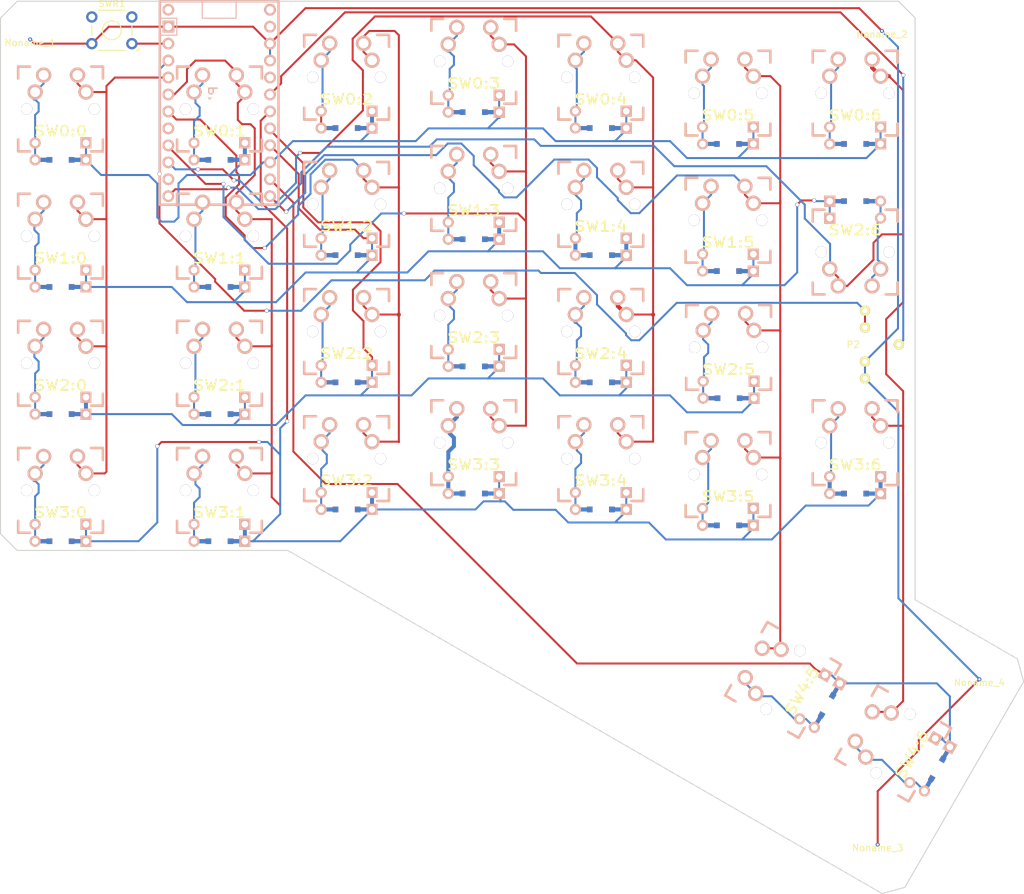
<source format=kicad_pcb>
(kicad_pcb (version 20171130) (host pcbnew "(5.1.12)-1")
  (layers (0 F.Cu signal) (31 B.Cu signal) (34 B.Paste user hide) (35 F.Paste user hide) (36 B.SilkS user hide) (37 F.SilkS user hide) (38 B.Mask user hide) (39 F.Mask user hide) (44 Edge.Cuts user))
  (net 0 "")
  (net 1 GND)
  (net 2 VCC)
  (net 3 /SER)
  (net 4 /ROW4)
  (net 5 /ROW3)
  (net 6 /ROW2)
  (net 7 /COL5)
  (net 8 /ROW1)
  (net 9 /ROW0)
  (net 10 /COL4)
  (net 11 /COL6)
  (net 12 /COL3)
  (net 13 /COL2)
  (net 14 /COL1)
  (net 15 /COL0)
  (net 16 "Net-(SW0:0-Pad2)")
  (net 17 "Net-(SW0:1-Pad2)")
  (net 18 "Net-(SW0:2-Pad2)")
  (net 19 "Net-(SW0:3-Pad2)")
  (net 20 "Net-(SW0:4-Pad2)")
  (net 21 "Net-(SW0:5-Pad2)")
  (net 22 "Net-(SW0:6-Pad2)")
  (net 23 "Net-(SW1:0-Pad2)")
  (net 24 "Net-(SW1:1-Pad2)")
  (net 25 "Net-(SW1:2-Pad2)")
  (net 26 "Net-(SW1:3-Pad2)")
  (net 27 "Net-(SW1:4-Pad2)")
  (net 28 "Net-(SW1:5-Pad2)")
  (net 29 "Net-(SW2:0-Pad2)")
  (net 30 "Net-(SW2:1-Pad2)")
  (net 31 "Net-(SW2:2-Pad2)")
  (net 32 "Net-(SW2:3-Pad2)")
  (net 33 "Net-(SW2:4-Pad2)")
  (net 34 "Net-(SW2:5-Pad2)")
  (net 35 "Net-(SW2:6-Pad2)")
  (net 36 "Net-(SW3:0-Pad2)")
  (net 37 "Net-(SW3:1-Pad2)")
  (net 38 "Net-(SW3:2-Pad2)")
  (net 39 "Net-(SW3:3-Pad2)")
  (net 40 "Net-(SW3:4-Pad2)")
  (net 41 "Net-(SW3:5-Pad2)")
  (net 42 "Net-(SW3:6-Pad2)")
  (net 43 "Net-(SW4:5-Pad2)")
  (net 44 "Net-(SW4:6-Pad2)")
  (net 45 /RST)
  (module Keyboards:MX_FLIP_DIODE (layer F.Cu) (at 117.259 101.695 60)
    (fp_text reference SW4:5 (at 0 3.302 60) (layer F.SilkS) (effects (font (size 1.524 1.778) (thickness 0.254))))
    (fp_text value "" (at 0 3.302 60) (layer B.SilkS) (effects (font (size 1.524 1.778) (thickness 0.254)) (justify mirror)))
    (fp_line (start 1.6637 7.62) (end 3.81 7.62) (layer F.Cu) (width 0.6096))
    (fp_line (start -3.81 7.62) (end -1.6637 7.62) (layer F.Cu) (width 0.6096))
    (fp_line (start 1.6637 7.62) (end 3.81 7.62) (layer B.Cu) (width 0.6096))
    (fp_line (start -3.81 7.62) (end -1.6637 7.62) (layer B.Cu) (width 0.6096))
    (pad 1 thru_hole circle (at 2.54 -5.08 60) (size 2.286 2.286) (drill 1.4986) (layers *.Cu *.SilkS *.Mask) (net 7 /COL5))
    (pad 2 thru_hole circle (at -3.81 -2.54 60) (size 2.286 2.286) (drill 1.4986) (layers *.Cu *.SilkS *.Mask) (net 43 "Net-(SW4:5-Pad2)"))
    (pad 0 np_thru_hole circle (at 0 0 60) (size 3.9878 3.9878) (drill 3.9878) (layers *.Cu))
    (pad 0 thru_hole circle (at -5.08 0 60) (size 1.7018 1.7018) (drill 1.7018) (layers *.Cu))
    (pad 0 thru_hole circle (at 5.08 0 60) (size 1.7018 1.7018) (drill 1.7018) (layers *.Cu))
    (pad 1 thru_hole circle (at 3.81 -2.54 60) (size 2.286 2.286) (drill 1.4986) (layers *.Cu *.SilkS *.Mask) (net 7 /COL5))
    (pad 2 thru_hole circle (at -2.54 -5.08 60) (size 2.286 2.286) (drill 1.4986) (layers *.Cu *.SilkS *.Mask) (net 43 "Net-(SW4:5-Pad2)"))
    (pad 3 thru_hole circle (at -3.81 5.08 60) (size 1.651 1.651) (drill 0.9906) (layers *.Cu *.SilkS *.Mask) (net 43 "Net-(SW4:5-Pad2)"))
    (pad 4 thru_hole rect (at 3.81 5.08 60) (size 1.651 1.651) (drill 0.9906) (layers *.Cu *.SilkS *.Mask) (net 4 /ROW4))
    (pad 3 thru_hole circle (at -3.81 7.62 60) (size 1.651 1.651) (drill 0.9906) (layers *.Cu *.SilkS *.Mask) (net 43 "Net-(SW4:5-Pad2)"))
    (pad 4 thru_hole rect (at 3.81 7.62 60) (size 1.651 1.651) (drill 0.9906) (layers *.Cu *.SilkS *.Mask) (net 4 /ROW4))
    (pad 99 smd rect (at -1.6637 7.62 60) (size 0.8382 0.8382) (layers F.Cu F.Paste F.Mask))
    (pad 99 smd rect (at -1.6637 7.62 60) (size 0.8382 0.8382) (layers B.Cu B.Paste B.Mask))
    (pad 99 smd rect (at 1.6637 7.62 60) (size 0.8382 0.8382) (layers F.Cu F.Paste F.Mask))
    (pad 99 smd rect (at 1.6637 7.62 60) (size 0.8382 0.8382) (layers B.Cu B.Paste B.Mask))
  )
  (module Keyboards:PROMICRO (layer B.Cu) (at 32.766 15.24 270)
    (fp_text reference PM1 (at -0.232426 0.867426 270) (layer B.SilkS) (effects (font (size 1.27 1.524) (thickness 0.2032)) (justify mirror)))
    (fp_text value PROMICRO hide)
    (pad 1 thru_hole circle (at -11.43 -7.62 270) (size 1.7526 1.7526) (drill 1.0922) (layers *.Cu *.SilkS *.Mask))
    (pad 2 thru_hole circle (at -8.89 -7.62 270) (size 1.7526 1.7526) (drill 1.0922) (layers *.Cu *.SilkS *.Mask) (net 1 GND))
    (pad 3 thru_hole circle (at -6.35 -7.62 270) (size 1.7526 1.7526) (drill 1.0922) (layers *.Cu *.SilkS *.Mask) (net 1 GND))
    (pad 4 thru_hole circle (at -3.81 -7.62 270) (size 1.7526 1.7526) (drill 1.0922) (layers *.Cu *.SilkS *.Mask))
    (pad 5 thru_hole circle (at -1.27 -7.62 270) (size 1.7526 1.7526) (drill 1.0922) (layers *.Cu *.SilkS *.Mask) (net 3 /SER))
    (pad 6 thru_hole circle (at 1.27 -7.62 270) (size 1.7526 1.7526) (drill 1.0922) (layers *.Cu *.SilkS *.Mask) (net 5 /ROW3))
    (pad 7 thru_hole circle (at 3.81 -7.62 270) (size 1.7526 1.7526) (drill 1.0922) (layers *.Cu *.SilkS *.Mask) (net 6 /ROW2))
    (pad 8 thru_hole circle (at 6.35 -7.62 270) (size 1.7526 1.7526) (drill 1.0922) (layers *.Cu *.SilkS *.Mask) (net 8 /ROW1))
    (pad 9 thru_hole circle (at 8.89 -7.62 270) (size 1.7526 1.7526) (drill 1.0922) (layers *.Cu *.SilkS *.Mask) (net 9 /ROW0))
    (pad 10 thru_hole circle (at 11.43 -7.62 270) (size 1.7526 1.7526) (drill 1.0922) (layers *.Cu *.SilkS *.Mask) (net 4 /ROW4))
    (pad 11 thru_hole circle (at 13.97 -7.62 270) (size 1.7526 1.7526) (drill 1.0922) (layers *.Cu *.SilkS *.Mask) (net 7 /COL5))
    (pad 23 thru_hole circle (at 13.97 7.62 270) (size 1.7526 1.7526) (drill 1.0922) (layers *.Cu *.SilkS *.Mask) (net 11 /COL6))
    (pad 22 thru_hole circle (at 11.43 7.62 270) (size 1.7526 1.7526) (drill 1.0922) (layers *.Cu *.SilkS *.Mask))
    (pad 21 thru_hole circle (at 8.89 7.62 270) (size 1.7526 1.7526) (drill 1.0922) (layers *.Cu *.SilkS *.Mask) (net 10 /COL4))
    (pad 20 thru_hole circle (at 6.35 7.62 270) (size 1.7526 1.7526) (drill 1.0922) (layers *.Cu *.SilkS *.Mask) (net 12 /COL3))
    (pad 19 thru_hole circle (at 3.81 7.62 270) (size 1.7526 1.7526) (drill 1.0922) (layers *.Cu *.SilkS *.Mask))
    (pad 18 thru_hole circle (at 1.27 7.62 270) (size 1.7526 1.7526) (drill 1.0922) (layers *.Cu *.SilkS *.Mask) (net 13 /COL2))
    (pad 17 thru_hole circle (at -1.27 7.62 270) (size 1.7526 1.7526) (drill 1.0922) (layers *.Cu *.SilkS *.Mask) (net 14 /COL1))
    (pad 16 thru_hole circle (at -3.81 7.62 270) (size 1.7526 1.7526) (drill 1.0922) (layers *.Cu *.SilkS *.Mask) (net 15 /COL0))
    (pad 15 thru_hole circle (at -6.35 7.62 270) (size 1.7526 1.7526) (drill 1.0922) (layers *.Cu *.SilkS *.Mask) (net 2 VCC))
    (pad 14 thru_hole circle (at -8.89 7.62 270) (size 1.7526 1.7526) (drill 1.0922) (layers *.Cu *.SilkS *.Mask) (net 45 /RST))
    (pad 13 thru_hole rect (at -11.43 7.62 270) (size 1.7526 1.7526) (drill 1.0922) (layers *.Cu *.SilkS *.Mask) (net 1 GND))
    (pad 12 thru_hole circle (at -13.97 7.62 270) (size 1.7526 1.7526) (drill 1.0922) (layers *.Cu *.SilkS *.Mask))
    (pad 0 thru_hole circle (at -13.97 -7.62 270) (size 1.7526 1.7526) (drill 1.092) (layers *.Cu *.Mask B.SilkS))
  )
  (module Keyboards:MX_FLIP_DIODE (layer F.Cu) (at 8.998 16.141)
    (fp_text reference SW0:0 (at 0 3.302) (layer F.SilkS) (effects (font (size 1.524 1.778) (thickness 0.254))))
    (fp_text value "" (at 0 3.302) (layer B.SilkS) (effects (font (size 1.524 1.778) (thickness 0.254)) (justify mirror)))
    (fp_line (start 1.6637 7.62) (end 3.81 7.62) (layer F.Cu) (width 0.6096))
    (fp_line (start -3.81 7.62) (end -1.6637 7.62) (layer F.Cu) (width 0.6096))
    (fp_line (start 1.6637 7.62) (end 3.81 7.62) (layer B.Cu) (width 0.6096))
    (fp_line (start -3.81 7.62) (end -1.6637 7.62) (layer B.Cu) (width 0.6096))
    (pad 1 thru_hole circle (at 2.54 -5.08) (size 2.286 2.286) (drill 1.4986) (layers *.Cu *.SilkS *.Mask) (net 15 /COL0))
    (pad 2 thru_hole circle (at -3.81 -2.54) (size 2.286 2.286) (drill 1.4986) (layers *.Cu *.SilkS *.Mask) (net 16 "Net-(SW0:0-Pad2)"))
    (pad 0 np_thru_hole circle (at 0 0) (size 3.9878 3.9878) (drill 3.9878) (layers *.Cu))
    (pad 0 thru_hole circle (at -5.08 0) (size 1.7018 1.7018) (drill 1.7018) (layers *.Cu))
    (pad 0 thru_hole circle (at 5.08 0) (size 1.7018 1.7018) (drill 1.7018) (layers *.Cu))
    (pad 1 thru_hole circle (at 3.81 -2.54) (size 2.286 2.286) (drill 1.4986) (layers *.Cu *.SilkS *.Mask) (net 15 /COL0))
    (pad 2 thru_hole circle (at -2.54 -5.08) (size 2.286 2.286) (drill 1.4986) (layers *.Cu *.SilkS *.Mask) (net 16 "Net-(SW0:0-Pad2)"))
    (pad 3 thru_hole circle (at -3.81 5.08) (size 1.651 1.651) (drill 0.9906) (layers *.Cu *.SilkS *.Mask) (net 16 "Net-(SW0:0-Pad2)"))
    (pad 4 thru_hole rect (at 3.81 5.08) (size 1.651 1.651) (drill 0.9906) (layers *.Cu *.SilkS *.Mask) (net 9 /ROW0))
    (pad 3 thru_hole circle (at -3.81 7.62) (size 1.651 1.651) (drill 0.9906) (layers *.Cu *.SilkS *.Mask) (net 16 "Net-(SW0:0-Pad2)"))
    (pad 4 thru_hole rect (at 3.81 7.62) (size 1.651 1.651) (drill 0.9906) (layers *.Cu *.SilkS *.Mask) (net 9 /ROW0))
    (pad 99 smd rect (at -1.6637 7.62) (size 0.8382 0.8382) (layers F.Cu F.Paste F.Mask))
    (pad 99 smd rect (at -1.6637 7.62) (size 0.8382 0.8382) (layers B.Cu B.Paste B.Mask))
    (pad 99 smd rect (at 1.6637 7.62) (size 0.8382 0.8382) (layers F.Cu F.Paste F.Mask))
    (pad 99 smd rect (at 1.6637 7.62) (size 0.8382 0.8382) (layers B.Cu B.Paste B.Mask))
  )
  (module Keyboards:MX_FLIP_DIODE (layer F.Cu) (at 32.81 16.14)
    (fp_text reference SW0:1 (at 0 3.302) (layer F.SilkS) (effects (font (size 1.524 1.778) (thickness 0.254))))
    (fp_text value "" (at 0 3.302) (layer B.SilkS) (effects (font (size 1.524 1.778) (thickness 0.254)) (justify mirror)))
    (fp_line (start 1.6637 7.62) (end 3.81 7.62) (layer F.Cu) (width 0.6096))
    (fp_line (start -3.81 7.62) (end -1.6637 7.62) (layer F.Cu) (width 0.6096))
    (fp_line (start 1.6637 7.62) (end 3.81 7.62) (layer B.Cu) (width 0.6096))
    (fp_line (start -3.81 7.62) (end -1.6637 7.62) (layer B.Cu) (width 0.6096))
    (pad 1 thru_hole circle (at 2.54 -5.08) (size 2.286 2.286) (drill 1.4986) (layers *.Cu *.SilkS *.Mask) (net 14 /COL1))
    (pad 2 thru_hole circle (at -3.81 -2.54) (size 2.286 2.286) (drill 1.4986) (layers *.Cu *.SilkS *.Mask) (net 17 "Net-(SW0:1-Pad2)"))
    (pad 0 np_thru_hole circle (at 0 0) (size 3.9878 3.9878) (drill 3.9878) (layers *.Cu))
    (pad 0 thru_hole circle (at -5.08 0) (size 1.7018 1.7018) (drill 1.7018) (layers *.Cu))
    (pad 0 thru_hole circle (at 5.08 0) (size 1.7018 1.7018) (drill 1.7018) (layers *.Cu))
    (pad 1 thru_hole circle (at 3.81 -2.54) (size 2.286 2.286) (drill 1.4986) (layers *.Cu *.SilkS *.Mask) (net 14 /COL1))
    (pad 2 thru_hole circle (at -2.54 -5.08) (size 2.286 2.286) (drill 1.4986) (layers *.Cu *.SilkS *.Mask) (net 17 "Net-(SW0:1-Pad2)"))
    (pad 3 thru_hole circle (at -3.81 5.08) (size 1.651 1.651) (drill 0.9906) (layers *.Cu *.SilkS *.Mask) (net 17 "Net-(SW0:1-Pad2)"))
    (pad 4 thru_hole rect (at 3.81 5.08) (size 1.651 1.651) (drill 0.9906) (layers *.Cu *.SilkS *.Mask) (net 9 /ROW0))
    (pad 3 thru_hole circle (at -3.81 7.62) (size 1.651 1.651) (drill 0.9906) (layers *.Cu *.SilkS *.Mask) (net 17 "Net-(SW0:1-Pad2)"))
    (pad 4 thru_hole rect (at 3.81 7.62) (size 1.651 1.651) (drill 0.9906) (layers *.Cu *.SilkS *.Mask) (net 9 /ROW0))
    (pad 99 smd rect (at -1.6637 7.62) (size 0.8382 0.8382) (layers F.Cu F.Paste F.Mask))
    (pad 99 smd rect (at -1.6637 7.62) (size 0.8382 0.8382) (layers B.Cu B.Paste B.Mask))
    (pad 99 smd rect (at 1.6637 7.62) (size 0.8382 0.8382) (layers F.Cu F.Paste F.Mask))
    (pad 99 smd rect (at 1.6637 7.62) (size 0.8382 0.8382) (layers B.Cu B.Paste B.Mask))
  )
  (module Keyboards:MX_FLIP_DIODE (layer F.Cu) (at 51.86 11.379)
    (fp_text reference SW0:2 (at 0 3.302) (layer F.SilkS) (effects (font (size 1.524 1.778) (thickness 0.254))))
    (fp_text value "" (at 0 3.302) (layer B.SilkS) (effects (font (size 1.524 1.778) (thickness 0.254)) (justify mirror)))
    (fp_line (start 1.6637 7.62) (end 3.81 7.62) (layer F.Cu) (width 0.6096))
    (fp_line (start -3.81 7.62) (end -1.6637 7.62) (layer F.Cu) (width 0.6096))
    (fp_line (start 1.6637 7.62) (end 3.81 7.62) (layer B.Cu) (width 0.6096))
    (fp_line (start -3.81 7.62) (end -1.6637 7.62) (layer B.Cu) (width 0.6096))
    (pad 1 thru_hole circle (at 2.54 -5.08) (size 2.286 2.286) (drill 1.4986) (layers *.Cu *.SilkS *.Mask) (net 13 /COL2))
    (pad 2 thru_hole circle (at -3.81 -2.54) (size 2.286 2.286) (drill 1.4986) (layers *.Cu *.SilkS *.Mask) (net 18 "Net-(SW0:2-Pad2)"))
    (pad 0 np_thru_hole circle (at 0 0) (size 3.9878 3.9878) (drill 3.9878) (layers *.Cu))
    (pad 0 thru_hole circle (at -5.08 0) (size 1.7018 1.7018) (drill 1.7018) (layers *.Cu))
    (pad 0 thru_hole circle (at 5.08 0) (size 1.7018 1.7018) (drill 1.7018) (layers *.Cu))
    (pad 1 thru_hole circle (at 3.81 -2.54) (size 2.286 2.286) (drill 1.4986) (layers *.Cu *.SilkS *.Mask) (net 13 /COL2))
    (pad 2 thru_hole circle (at -2.54 -5.08) (size 2.286 2.286) (drill 1.4986) (layers *.Cu *.SilkS *.Mask) (net 18 "Net-(SW0:2-Pad2)"))
    (pad 3 thru_hole circle (at -3.81 5.08) (size 1.651 1.651) (drill 0.9906) (layers *.Cu *.SilkS *.Mask) (net 18 "Net-(SW0:2-Pad2)"))
    (pad 4 thru_hole rect (at 3.81 5.08) (size 1.651 1.651) (drill 0.9906) (layers *.Cu *.SilkS *.Mask) (net 9 /ROW0))
    (pad 3 thru_hole circle (at -3.81 7.62) (size 1.651 1.651) (drill 0.9906) (layers *.Cu *.SilkS *.Mask) (net 18 "Net-(SW0:2-Pad2)"))
    (pad 4 thru_hole rect (at 3.81 7.62) (size 1.651 1.651) (drill 0.9906) (layers *.Cu *.SilkS *.Mask) (net 9 /ROW0))
    (pad 99 smd rect (at -1.6637 7.62) (size 0.8382 0.8382) (layers F.Cu F.Paste F.Mask))
    (pad 99 smd rect (at -1.6637 7.62) (size 0.8382 0.8382) (layers B.Cu B.Paste B.Mask))
    (pad 99 smd rect (at 1.6637 7.62) (size 0.8382 0.8382) (layers F.Cu F.Paste F.Mask))
    (pad 99 smd rect (at 1.6637 7.62) (size 0.8382 0.8382) (layers B.Cu B.Paste B.Mask))
  )
  (module Keyboards:MX_FLIP_DIODE (layer F.Cu) (at 70.91 8.998)
    (fp_text reference SW0:3 (at 0 3.302) (layer F.SilkS) (effects (font (size 1.524 1.778) (thickness 0.254))))
    (fp_text value "" (at 0 3.302) (layer B.SilkS) (effects (font (size 1.524 1.778) (thickness 0.254)) (justify mirror)))
    (fp_line (start 1.6637 7.62) (end 3.81 7.62) (layer F.Cu) (width 0.6096))
    (fp_line (start -3.81 7.62) (end -1.6637 7.62) (layer F.Cu) (width 0.6096))
    (fp_line (start 1.6637 7.62) (end 3.81 7.62) (layer B.Cu) (width 0.6096))
    (fp_line (start -3.81 7.62) (end -1.6637 7.62) (layer B.Cu) (width 0.6096))
    (pad 1 thru_hole circle (at 2.54 -5.08) (size 2.286 2.286) (drill 1.4986) (layers *.Cu *.SilkS *.Mask) (net 12 /COL3))
    (pad 2 thru_hole circle (at -3.81 -2.54) (size 2.286 2.286) (drill 1.4986) (layers *.Cu *.SilkS *.Mask) (net 19 "Net-(SW0:3-Pad2)"))
    (pad 0 np_thru_hole circle (at 0 0) (size 3.9878 3.9878) (drill 3.9878) (layers *.Cu))
    (pad 0 thru_hole circle (at -5.08 0) (size 1.7018 1.7018) (drill 1.7018) (layers *.Cu))
    (pad 0 thru_hole circle (at 5.08 0) (size 1.7018 1.7018) (drill 1.7018) (layers *.Cu))
    (pad 1 thru_hole circle (at 3.81 -2.54) (size 2.286 2.286) (drill 1.4986) (layers *.Cu *.SilkS *.Mask) (net 12 /COL3))
    (pad 2 thru_hole circle (at -2.54 -5.08) (size 2.286 2.286) (drill 1.4986) (layers *.Cu *.SilkS *.Mask) (net 19 "Net-(SW0:3-Pad2)"))
    (pad 3 thru_hole circle (at -3.81 5.08) (size 1.651 1.651) (drill 0.9906) (layers *.Cu *.SilkS *.Mask) (net 19 "Net-(SW0:3-Pad2)"))
    (pad 4 thru_hole rect (at 3.81 5.08) (size 1.651 1.651) (drill 0.9906) (layers *.Cu *.SilkS *.Mask) (net 9 /ROW0))
    (pad 3 thru_hole circle (at -3.81 7.62) (size 1.651 1.651) (drill 0.9906) (layers *.Cu *.SilkS *.Mask) (net 19 "Net-(SW0:3-Pad2)"))
    (pad 4 thru_hole rect (at 3.81 7.62) (size 1.651 1.651) (drill 0.9906) (layers *.Cu *.SilkS *.Mask) (net 9 /ROW0))
    (pad 99 smd rect (at -1.6637 7.62) (size 0.8382 0.8382) (layers F.Cu F.Paste F.Mask))
    (pad 99 smd rect (at -1.6637 7.62) (size 0.8382 0.8382) (layers B.Cu B.Paste B.Mask))
    (pad 99 smd rect (at 1.6637 7.62) (size 0.8382 0.8382) (layers F.Cu F.Paste F.Mask))
    (pad 99 smd rect (at 1.6637 7.62) (size 0.8382 0.8382) (layers B.Cu B.Paste B.Mask))
  )
  (module Keyboards:MX_FLIP_DIODE (layer F.Cu) (at 89.96 11.379)
    (fp_text reference SW0:4 (at 0 3.302) (layer F.SilkS) (effects (font (size 1.524 1.778) (thickness 0.254))))
    (fp_text value "" (at 0 3.302) (layer B.SilkS) (effects (font (size 1.524 1.778) (thickness 0.254)) (justify mirror)))
    (fp_line (start 1.6637 7.62) (end 3.81 7.62) (layer F.Cu) (width 0.6096))
    (fp_line (start -3.81 7.62) (end -1.6637 7.62) (layer F.Cu) (width 0.6096))
    (fp_line (start 1.6637 7.62) (end 3.81 7.62) (layer B.Cu) (width 0.6096))
    (fp_line (start -3.81 7.62) (end -1.6637 7.62) (layer B.Cu) (width 0.6096))
    (pad 1 thru_hole circle (at 2.54 -5.08) (size 2.286 2.286) (drill 1.4986) (layers *.Cu *.SilkS *.Mask) (net 10 /COL4))
    (pad 2 thru_hole circle (at -3.81 -2.54) (size 2.286 2.286) (drill 1.4986) (layers *.Cu *.SilkS *.Mask) (net 20 "Net-(SW0:4-Pad2)"))
    (pad 0 np_thru_hole circle (at 0 0) (size 3.9878 3.9878) (drill 3.9878) (layers *.Cu))
    (pad 0 thru_hole circle (at -5.08 0) (size 1.7018 1.7018) (drill 1.7018) (layers *.Cu))
    (pad 0 thru_hole circle (at 5.08 0) (size 1.7018 1.7018) (drill 1.7018) (layers *.Cu))
    (pad 1 thru_hole circle (at 3.81 -2.54) (size 2.286 2.286) (drill 1.4986) (layers *.Cu *.SilkS *.Mask) (net 10 /COL4))
    (pad 2 thru_hole circle (at -2.54 -5.08) (size 2.286 2.286) (drill 1.4986) (layers *.Cu *.SilkS *.Mask) (net 20 "Net-(SW0:4-Pad2)"))
    (pad 3 thru_hole circle (at -3.81 5.08) (size 1.651 1.651) (drill 0.9906) (layers *.Cu *.SilkS *.Mask) (net 20 "Net-(SW0:4-Pad2)"))
    (pad 4 thru_hole rect (at 3.81 5.08) (size 1.651 1.651) (drill 0.9906) (layers *.Cu *.SilkS *.Mask) (net 9 /ROW0))
    (pad 3 thru_hole circle (at -3.81 7.62) (size 1.651 1.651) (drill 0.9906) (layers *.Cu *.SilkS *.Mask) (net 20 "Net-(SW0:4-Pad2)"))
    (pad 4 thru_hole rect (at 3.81 7.62) (size 1.651 1.651) (drill 0.9906) (layers *.Cu *.SilkS *.Mask) (net 9 /ROW0))
    (pad 99 smd rect (at -1.6637 7.62) (size 0.8382 0.8382) (layers F.Cu F.Paste F.Mask))
    (pad 99 smd rect (at -1.6637 7.62) (size 0.8382 0.8382) (layers B.Cu B.Paste B.Mask))
    (pad 99 smd rect (at 1.6637 7.62) (size 0.8382 0.8382) (layers F.Cu F.Paste F.Mask))
    (pad 99 smd rect (at 1.6637 7.62) (size 0.8382 0.8382) (layers B.Cu B.Paste B.Mask))
  )
  (module Keyboards:MX_FLIP_DIODE (layer F.Cu) (at 109.01 13.76)
    (fp_text reference SW0:5 (at 0 3.302) (layer F.SilkS) (effects (font (size 1.524 1.778) (thickness 0.254))))
    (fp_text value "" (at 0 3.302) (layer B.SilkS) (effects (font (size 1.524 1.778) (thickness 0.254)) (justify mirror)))
    (fp_line (start 1.6637 7.62) (end 3.81 7.62) (layer F.Cu) (width 0.6096))
    (fp_line (start -3.81 7.62) (end -1.6637 7.62) (layer F.Cu) (width 0.6096))
    (fp_line (start 1.6637 7.62) (end 3.81 7.62) (layer B.Cu) (width 0.6096))
    (fp_line (start -3.81 7.62) (end -1.6637 7.62) (layer B.Cu) (width 0.6096))
    (pad 1 thru_hole circle (at 2.54 -5.08) (size 2.286 2.286) (drill 1.4986) (layers *.Cu *.SilkS *.Mask) (net 7 /COL5))
    (pad 2 thru_hole circle (at -3.81 -2.54) (size 2.286 2.286) (drill 1.4986) (layers *.Cu *.SilkS *.Mask) (net 21 "Net-(SW0:5-Pad2)"))
    (pad 0 np_thru_hole circle (at 0 0) (size 3.9878 3.9878) (drill 3.9878) (layers *.Cu))
    (pad 0 thru_hole circle (at -5.08 0) (size 1.7018 1.7018) (drill 1.7018) (layers *.Cu))
    (pad 0 thru_hole circle (at 5.08 0) (size 1.7018 1.7018) (drill 1.7018) (layers *.Cu))
    (pad 1 thru_hole circle (at 3.81 -2.54) (size 2.286 2.286) (drill 1.4986) (layers *.Cu *.SilkS *.Mask) (net 7 /COL5))
    (pad 2 thru_hole circle (at -2.54 -5.08) (size 2.286 2.286) (drill 1.4986) (layers *.Cu *.SilkS *.Mask) (net 21 "Net-(SW0:5-Pad2)"))
    (pad 3 thru_hole circle (at -3.81 5.08) (size 1.651 1.651) (drill 0.9906) (layers *.Cu *.SilkS *.Mask) (net 21 "Net-(SW0:5-Pad2)"))
    (pad 4 thru_hole rect (at 3.81 5.08) (size 1.651 1.651) (drill 0.9906) (layers *.Cu *.SilkS *.Mask) (net 9 /ROW0))
    (pad 3 thru_hole circle (at -3.81 7.62) (size 1.651 1.651) (drill 0.9906) (layers *.Cu *.SilkS *.Mask) (net 21 "Net-(SW0:5-Pad2)"))
    (pad 4 thru_hole rect (at 3.81 7.62) (size 1.651 1.651) (drill 0.9906) (layers *.Cu *.SilkS *.Mask) (net 9 /ROW0))
    (pad 99 smd rect (at -1.6637 7.62) (size 0.8382 0.8382) (layers F.Cu F.Paste F.Mask))
    (pad 99 smd rect (at -1.6637 7.62) (size 0.8382 0.8382) (layers B.Cu B.Paste B.Mask))
    (pad 99 smd rect (at 1.6637 7.62) (size 0.8382 0.8382) (layers F.Cu F.Paste F.Mask))
    (pad 99 smd rect (at 1.6637 7.62) (size 0.8382 0.8382) (layers B.Cu B.Paste B.Mask))
  )
  (module Keyboards:MX_FLIP_DIODE (layer F.Cu) (at 128.06 13.76)
    (fp_text reference SW0:6 (at 0 3.302) (layer F.SilkS) (effects (font (size 1.524 1.778) (thickness 0.254))))
    (fp_text value "" (at 0 3.302) (layer B.SilkS) (effects (font (size 1.524 1.778) (thickness 0.254)) (justify mirror)))
    (fp_line (start 1.6637 7.62) (end 3.81 7.62) (layer F.Cu) (width 0.6096))
    (fp_line (start -3.81 7.62) (end -1.6637 7.62) (layer F.Cu) (width 0.6096))
    (fp_line (start 1.6637 7.62) (end 3.81 7.62) (layer B.Cu) (width 0.6096))
    (fp_line (start -3.81 7.62) (end -1.6637 7.62) (layer B.Cu) (width 0.6096))
    (pad 1 thru_hole circle (at 2.54 -5.08) (size 2.286 2.286) (drill 1.4986) (layers *.Cu *.SilkS *.Mask) (net 11 /COL6))
    (pad 2 thru_hole circle (at -3.81 -2.54) (size 2.286 2.286) (drill 1.4986) (layers *.Cu *.SilkS *.Mask) (net 22 "Net-(SW0:6-Pad2)"))
    (pad 0 np_thru_hole circle (at 0 0) (size 3.9878 3.9878) (drill 3.9878) (layers *.Cu))
    (pad 0 thru_hole circle (at -5.08 0) (size 1.7018 1.7018) (drill 1.7018) (layers *.Cu))
    (pad 0 thru_hole circle (at 5.08 0) (size 1.7018 1.7018) (drill 1.7018) (layers *.Cu))
    (pad 1 thru_hole circle (at 3.81 -2.54) (size 2.286 2.286) (drill 1.4986) (layers *.Cu *.SilkS *.Mask) (net 11 /COL6))
    (pad 2 thru_hole circle (at -2.54 -5.08) (size 2.286 2.286) (drill 1.4986) (layers *.Cu *.SilkS *.Mask) (net 22 "Net-(SW0:6-Pad2)"))
    (pad 3 thru_hole circle (at -3.81 5.08) (size 1.651 1.651) (drill 0.9906) (layers *.Cu *.SilkS *.Mask) (net 22 "Net-(SW0:6-Pad2)"))
    (pad 4 thru_hole rect (at 3.81 5.08) (size 1.651 1.651) (drill 0.9906) (layers *.Cu *.SilkS *.Mask) (net 9 /ROW0))
    (pad 3 thru_hole circle (at -3.81 7.62) (size 1.651 1.651) (drill 0.9906) (layers *.Cu *.SilkS *.Mask) (net 22 "Net-(SW0:6-Pad2)"))
    (pad 4 thru_hole rect (at 3.81 7.62) (size 1.651 1.651) (drill 0.9906) (layers *.Cu *.SilkS *.Mask) (net 9 /ROW0))
    (pad 99 smd rect (at -1.6637 7.62) (size 0.8382 0.8382) (layers F.Cu F.Paste F.Mask))
    (pad 99 smd rect (at -1.6637 7.62) (size 0.8382 0.8382) (layers B.Cu B.Paste B.Mask))
    (pad 99 smd rect (at 1.6637 7.62) (size 0.8382 0.8382) (layers F.Cu F.Paste F.Mask))
    (pad 99 smd rect (at 1.6637 7.62) (size 0.8382 0.8382) (layers B.Cu B.Paste B.Mask))
  )
  (module Keyboards:MX_FLIP_DIODE (layer F.Cu) (at 8.998 35.191)
    (fp_text reference SW1:0 (at 0 3.302) (layer F.SilkS) (effects (font (size 1.524 1.778) (thickness 0.254))))
    (fp_text value "" (at 0 3.302) (layer B.SilkS) (effects (font (size 1.524 1.778) (thickness 0.254)) (justify mirror)))
    (fp_line (start 1.6637 7.62) (end 3.81 7.62) (layer F.Cu) (width 0.6096))
    (fp_line (start -3.81 7.62) (end -1.6637 7.62) (layer F.Cu) (width 0.6096))
    (fp_line (start 1.6637 7.62) (end 3.81 7.62) (layer B.Cu) (width 0.6096))
    (fp_line (start -3.81 7.62) (end -1.6637 7.62) (layer B.Cu) (width 0.6096))
    (pad 1 thru_hole circle (at 2.54 -5.08) (size 2.286 2.286) (drill 1.4986) (layers *.Cu *.SilkS *.Mask) (net 15 /COL0))
    (pad 2 thru_hole circle (at -3.81 -2.54) (size 2.286 2.286) (drill 1.4986) (layers *.Cu *.SilkS *.Mask) (net 23 "Net-(SW1:0-Pad2)"))
    (pad 0 np_thru_hole circle (at 0 0) (size 3.9878 3.9878) (drill 3.9878) (layers *.Cu))
    (pad 0 thru_hole circle (at -5.08 0) (size 1.7018 1.7018) (drill 1.7018) (layers *.Cu))
    (pad 0 thru_hole circle (at 5.08 0) (size 1.7018 1.7018) (drill 1.7018) (layers *.Cu))
    (pad 1 thru_hole circle (at 3.81 -2.54) (size 2.286 2.286) (drill 1.4986) (layers *.Cu *.SilkS *.Mask) (net 15 /COL0))
    (pad 2 thru_hole circle (at -2.54 -5.08) (size 2.286 2.286) (drill 1.4986) (layers *.Cu *.SilkS *.Mask) (net 23 "Net-(SW1:0-Pad2)"))
    (pad 3 thru_hole circle (at -3.81 5.08) (size 1.651 1.651) (drill 0.9906) (layers *.Cu *.SilkS *.Mask) (net 23 "Net-(SW1:0-Pad2)"))
    (pad 4 thru_hole rect (at 3.81 5.08) (size 1.651 1.651) (drill 0.9906) (layers *.Cu *.SilkS *.Mask) (net 8 /ROW1))
    (pad 3 thru_hole circle (at -3.81 7.62) (size 1.651 1.651) (drill 0.9906) (layers *.Cu *.SilkS *.Mask) (net 23 "Net-(SW1:0-Pad2)"))
    (pad 4 thru_hole rect (at 3.81 7.62) (size 1.651 1.651) (drill 0.9906) (layers *.Cu *.SilkS *.Mask) (net 8 /ROW1))
    (pad 99 smd rect (at -1.6637 7.62) (size 0.8382 0.8382) (layers F.Cu F.Paste F.Mask))
    (pad 99 smd rect (at -1.6637 7.62) (size 0.8382 0.8382) (layers B.Cu B.Paste B.Mask))
    (pad 99 smd rect (at 1.6637 7.62) (size 0.8382 0.8382) (layers F.Cu F.Paste F.Mask))
    (pad 99 smd rect (at 1.6637 7.62) (size 0.8382 0.8382) (layers B.Cu B.Paste B.Mask))
  )
  (module Keyboards:MX_FLIP_DIODE (layer F.Cu) (at 32.81 35.191)
    (fp_text reference SW1:1 (at 0 3.302) (layer F.SilkS) (effects (font (size 1.524 1.778) (thickness 0.254))))
    (fp_text value "" (at 0 3.302) (layer B.SilkS) (effects (font (size 1.524 1.778) (thickness 0.254)) (justify mirror)))
    (fp_line (start 1.6637 7.62) (end 3.81 7.62) (layer F.Cu) (width 0.6096))
    (fp_line (start -3.81 7.62) (end -1.6637 7.62) (layer F.Cu) (width 0.6096))
    (fp_line (start 1.6637 7.62) (end 3.81 7.62) (layer B.Cu) (width 0.6096))
    (fp_line (start -3.81 7.62) (end -1.6637 7.62) (layer B.Cu) (width 0.6096))
    (pad 1 thru_hole circle (at 2.54 -5.08) (size 2.286 2.286) (drill 1.4986) (layers *.Cu *.SilkS *.Mask) (net 14 /COL1))
    (pad 2 thru_hole circle (at -3.81 -2.54) (size 2.286 2.286) (drill 1.4986) (layers *.Cu *.SilkS *.Mask) (net 24 "Net-(SW1:1-Pad2)"))
    (pad 0 np_thru_hole circle (at 0 0) (size 3.9878 3.9878) (drill 3.9878) (layers *.Cu))
    (pad 0 thru_hole circle (at -5.08 0) (size 1.7018 1.7018) (drill 1.7018) (layers *.Cu))
    (pad 0 thru_hole circle (at 5.08 0) (size 1.7018 1.7018) (drill 1.7018) (layers *.Cu))
    (pad 1 thru_hole circle (at 3.81 -2.54) (size 2.286 2.286) (drill 1.4986) (layers *.Cu *.SilkS *.Mask) (net 14 /COL1))
    (pad 2 thru_hole circle (at -2.54 -5.08) (size 2.286 2.286) (drill 1.4986) (layers *.Cu *.SilkS *.Mask) (net 24 "Net-(SW1:1-Pad2)"))
    (pad 3 thru_hole circle (at -3.81 5.08) (size 1.651 1.651) (drill 0.9906) (layers *.Cu *.SilkS *.Mask) (net 24 "Net-(SW1:1-Pad2)"))
    (pad 4 thru_hole rect (at 3.81 5.08) (size 1.651 1.651) (drill 0.9906) (layers *.Cu *.SilkS *.Mask) (net 8 /ROW1))
    (pad 3 thru_hole circle (at -3.81 7.62) (size 1.651 1.651) (drill 0.9906) (layers *.Cu *.SilkS *.Mask) (net 24 "Net-(SW1:1-Pad2)"))
    (pad 4 thru_hole rect (at 3.81 7.62) (size 1.651 1.651) (drill 0.9906) (layers *.Cu *.SilkS *.Mask) (net 8 /ROW1))
    (pad 99 smd rect (at -1.6637 7.62) (size 0.8382 0.8382) (layers F.Cu F.Paste F.Mask))
    (pad 99 smd rect (at -1.6637 7.62) (size 0.8382 0.8382) (layers B.Cu B.Paste B.Mask))
    (pad 99 smd rect (at 1.6637 7.62) (size 0.8382 0.8382) (layers F.Cu F.Paste F.Mask))
    (pad 99 smd rect (at 1.6637 7.62) (size 0.8382 0.8382) (layers B.Cu B.Paste B.Mask))
  )
  (module Keyboards:MX_FLIP_DIODE (layer F.Cu) (at 51.86 30.429)
    (fp_text reference SW1:2 (at 0 3.302) (layer F.SilkS) (effects (font (size 1.524 1.778) (thickness 0.254))))
    (fp_text value "" (at 0 3.302) (layer B.SilkS) (effects (font (size 1.524 1.778) (thickness 0.254)) (justify mirror)))
    (fp_line (start 1.6637 7.62) (end 3.81 7.62) (layer F.Cu) (width 0.6096))
    (fp_line (start -3.81 7.62) (end -1.6637 7.62) (layer F.Cu) (width 0.6096))
    (fp_line (start 1.6637 7.62) (end 3.81 7.62) (layer B.Cu) (width 0.6096))
    (fp_line (start -3.81 7.62) (end -1.6637 7.62) (layer B.Cu) (width 0.6096))
    (pad 1 thru_hole circle (at 2.54 -5.08) (size 2.286 2.286) (drill 1.4986) (layers *.Cu *.SilkS *.Mask) (net 13 /COL2))
    (pad 2 thru_hole circle (at -3.81 -2.54) (size 2.286 2.286) (drill 1.4986) (layers *.Cu *.SilkS *.Mask) (net 25 "Net-(SW1:2-Pad2)"))
    (pad 0 np_thru_hole circle (at 0 0) (size 3.9878 3.9878) (drill 3.9878) (layers *.Cu))
    (pad 0 thru_hole circle (at -5.08 0) (size 1.7018 1.7018) (drill 1.7018) (layers *.Cu))
    (pad 0 thru_hole circle (at 5.08 0) (size 1.7018 1.7018) (drill 1.7018) (layers *.Cu))
    (pad 1 thru_hole circle (at 3.81 -2.54) (size 2.286 2.286) (drill 1.4986) (layers *.Cu *.SilkS *.Mask) (net 13 /COL2))
    (pad 2 thru_hole circle (at -2.54 -5.08) (size 2.286 2.286) (drill 1.4986) (layers *.Cu *.SilkS *.Mask) (net 25 "Net-(SW1:2-Pad2)"))
    (pad 3 thru_hole circle (at -3.81 5.08) (size 1.651 1.651) (drill 0.9906) (layers *.Cu *.SilkS *.Mask) (net 25 "Net-(SW1:2-Pad2)"))
    (pad 4 thru_hole rect (at 3.81 5.08) (size 1.651 1.651) (drill 0.9906) (layers *.Cu *.SilkS *.Mask) (net 8 /ROW1))
    (pad 3 thru_hole circle (at -3.81 7.62) (size 1.651 1.651) (drill 0.9906) (layers *.Cu *.SilkS *.Mask) (net 25 "Net-(SW1:2-Pad2)"))
    (pad 4 thru_hole rect (at 3.81 7.62) (size 1.651 1.651) (drill 0.9906) (layers *.Cu *.SilkS *.Mask) (net 8 /ROW1))
    (pad 99 smd rect (at -1.6637 7.62) (size 0.8382 0.8382) (layers F.Cu F.Paste F.Mask))
    (pad 99 smd rect (at -1.6637 7.62) (size 0.8382 0.8382) (layers B.Cu B.Paste B.Mask))
    (pad 99 smd rect (at 1.6637 7.62) (size 0.8382 0.8382) (layers F.Cu F.Paste F.Mask))
    (pad 99 smd rect (at 1.6637 7.62) (size 0.8382 0.8382) (layers B.Cu B.Paste B.Mask))
  )
  (module Keyboards:MX_FLIP_DIODE (layer F.Cu) (at 70.91 28.038)
    (fp_text reference SW1:3 (at 0 3.302) (layer F.SilkS) (effects (font (size 1.524 1.778) (thickness 0.254))))
    (fp_text value "" (at 0 3.302) (layer B.SilkS) (effects (font (size 1.524 1.778) (thickness 0.254)) (justify mirror)))
    (fp_line (start 1.6637 7.62) (end 3.81 7.62) (layer F.Cu) (width 0.6096))
    (fp_line (start -3.81 7.62) (end -1.6637 7.62) (layer F.Cu) (width 0.6096))
    (fp_line (start 1.6637 7.62) (end 3.81 7.62) (layer B.Cu) (width 0.6096))
    (fp_line (start -3.81 7.62) (end -1.6637 7.62) (layer B.Cu) (width 0.6096))
    (pad 1 thru_hole circle (at 2.54 -5.08) (size 2.286 2.286) (drill 1.4986) (layers *.Cu *.SilkS *.Mask) (net 12 /COL3))
    (pad 2 thru_hole circle (at -3.81 -2.54) (size 2.286 2.286) (drill 1.4986) (layers *.Cu *.SilkS *.Mask) (net 26 "Net-(SW1:3-Pad2)"))
    (pad 0 np_thru_hole circle (at 0 0) (size 3.9878 3.9878) (drill 3.9878) (layers *.Cu))
    (pad 0 thru_hole circle (at -5.08 0) (size 1.7018 1.7018) (drill 1.7018) (layers *.Cu))
    (pad 0 thru_hole circle (at 5.08 0) (size 1.7018 1.7018) (drill 1.7018) (layers *.Cu))
    (pad 1 thru_hole circle (at 3.81 -2.54) (size 2.286 2.286) (drill 1.4986) (layers *.Cu *.SilkS *.Mask) (net 12 /COL3))
    (pad 2 thru_hole circle (at -2.54 -5.08) (size 2.286 2.286) (drill 1.4986) (layers *.Cu *.SilkS *.Mask) (net 26 "Net-(SW1:3-Pad2)"))
    (pad 3 thru_hole circle (at -3.81 5.08) (size 1.651 1.651) (drill 0.9906) (layers *.Cu *.SilkS *.Mask) (net 26 "Net-(SW1:3-Pad2)"))
    (pad 4 thru_hole rect (at 3.81 5.08) (size 1.651 1.651) (drill 0.9906) (layers *.Cu *.SilkS *.Mask) (net 8 /ROW1))
    (pad 3 thru_hole circle (at -3.81 7.62) (size 1.651 1.651) (drill 0.9906) (layers *.Cu *.SilkS *.Mask) (net 26 "Net-(SW1:3-Pad2)"))
    (pad 4 thru_hole rect (at 3.81 7.62) (size 1.651 1.651) (drill 0.9906) (layers *.Cu *.SilkS *.Mask) (net 8 /ROW1))
    (pad 99 smd rect (at -1.6637 7.62) (size 0.8382 0.8382) (layers F.Cu F.Paste F.Mask))
    (pad 99 smd rect (at -1.6637 7.62) (size 0.8382 0.8382) (layers B.Cu B.Paste B.Mask))
    (pad 99 smd rect (at 1.6637 7.62) (size 0.8382 0.8382) (layers F.Cu F.Paste F.Mask))
    (pad 99 smd rect (at 1.6637 7.62) (size 0.8382 0.8382) (layers B.Cu B.Paste B.Mask))
  )
  (module Keyboards:MX_FLIP_DIODE (layer F.Cu) (at 89.96 30.429)
    (fp_text reference SW1:4 (at 0 3.302) (layer F.SilkS) (effects (font (size 1.524 1.778) (thickness 0.254))))
    (fp_text value "" (at 0 3.302) (layer B.SilkS) (effects (font (size 1.524 1.778) (thickness 0.254)) (justify mirror)))
    (fp_line (start 1.6637 7.62) (end 3.81 7.62) (layer F.Cu) (width 0.6096))
    (fp_line (start -3.81 7.62) (end -1.6637 7.62) (layer F.Cu) (width 0.6096))
    (fp_line (start 1.6637 7.62) (end 3.81 7.62) (layer B.Cu) (width 0.6096))
    (fp_line (start -3.81 7.62) (end -1.6637 7.62) (layer B.Cu) (width 0.6096))
    (pad 1 thru_hole circle (at 2.54 -5.08) (size 2.286 2.286) (drill 1.4986) (layers *.Cu *.SilkS *.Mask) (net 10 /COL4))
    (pad 2 thru_hole circle (at -3.81 -2.54) (size 2.286 2.286) (drill 1.4986) (layers *.Cu *.SilkS *.Mask) (net 27 "Net-(SW1:4-Pad2)"))
    (pad 0 np_thru_hole circle (at 0 0) (size 3.9878 3.9878) (drill 3.9878) (layers *.Cu))
    (pad 0 thru_hole circle (at -5.08 0) (size 1.7018 1.7018) (drill 1.7018) (layers *.Cu))
    (pad 0 thru_hole circle (at 5.08 0) (size 1.7018 1.7018) (drill 1.7018) (layers *.Cu))
    (pad 1 thru_hole circle (at 3.81 -2.54) (size 2.286 2.286) (drill 1.4986) (layers *.Cu *.SilkS *.Mask) (net 10 /COL4))
    (pad 2 thru_hole circle (at -2.54 -5.08) (size 2.286 2.286) (drill 1.4986) (layers *.Cu *.SilkS *.Mask) (net 27 "Net-(SW1:4-Pad2)"))
    (pad 3 thru_hole circle (at -3.81 5.08) (size 1.651 1.651) (drill 0.9906) (layers *.Cu *.SilkS *.Mask) (net 27 "Net-(SW1:4-Pad2)"))
    (pad 4 thru_hole rect (at 3.81 5.08) (size 1.651 1.651) (drill 0.9906) (layers *.Cu *.SilkS *.Mask) (net 8 /ROW1))
    (pad 3 thru_hole circle (at -3.81 7.62) (size 1.651 1.651) (drill 0.9906) (layers *.Cu *.SilkS *.Mask) (net 27 "Net-(SW1:4-Pad2)"))
    (pad 4 thru_hole rect (at 3.81 7.62) (size 1.651 1.651) (drill 0.9906) (layers *.Cu *.SilkS *.Mask) (net 8 /ROW1))
    (pad 99 smd rect (at -1.6637 7.62) (size 0.8382 0.8382) (layers F.Cu F.Paste F.Mask))
    (pad 99 smd rect (at -1.6637 7.62) (size 0.8382 0.8382) (layers B.Cu B.Paste B.Mask))
    (pad 99 smd rect (at 1.6637 7.62) (size 0.8382 0.8382) (layers F.Cu F.Paste F.Mask))
    (pad 99 smd rect (at 1.6637 7.62) (size 0.8382 0.8382) (layers B.Cu B.Paste B.Mask))
  )
  (module Keyboards:MX_FLIP_DIODE (layer F.Cu) (at 109.01 32.81)
    (fp_text reference SW1:5 (at 0 3.302) (layer F.SilkS) (effects (font (size 1.524 1.778) (thickness 0.254))))
    (fp_text value "" (at 0 3.302) (layer B.SilkS) (effects (font (size 1.524 1.778) (thickness 0.254)) (justify mirror)))
    (fp_line (start 1.6637 7.62) (end 3.81 7.62) (layer F.Cu) (width 0.6096))
    (fp_line (start -3.81 7.62) (end -1.6637 7.62) (layer F.Cu) (width 0.6096))
    (fp_line (start 1.6637 7.62) (end 3.81 7.62) (layer B.Cu) (width 0.6096))
    (fp_line (start -3.81 7.62) (end -1.6637 7.62) (layer B.Cu) (width 0.6096))
    (pad 1 thru_hole circle (at 2.54 -5.08) (size 2.286 2.286) (drill 1.4986) (layers *.Cu *.SilkS *.Mask) (net 7 /COL5))
    (pad 2 thru_hole circle (at -3.81 -2.54) (size 2.286 2.286) (drill 1.4986) (layers *.Cu *.SilkS *.Mask) (net 28 "Net-(SW1:5-Pad2)"))
    (pad 0 np_thru_hole circle (at 0 0) (size 3.9878 3.9878) (drill 3.9878) (layers *.Cu))
    (pad 0 thru_hole circle (at -5.08 0) (size 1.7018 1.7018) (drill 1.7018) (layers *.Cu))
    (pad 0 thru_hole circle (at 5.08 0) (size 1.7018 1.7018) (drill 1.7018) (layers *.Cu))
    (pad 1 thru_hole circle (at 3.81 -2.54) (size 2.286 2.286) (drill 1.4986) (layers *.Cu *.SilkS *.Mask) (net 7 /COL5))
    (pad 2 thru_hole circle (at -2.54 -5.08) (size 2.286 2.286) (drill 1.4986) (layers *.Cu *.SilkS *.Mask) (net 28 "Net-(SW1:5-Pad2)"))
    (pad 3 thru_hole circle (at -3.81 5.08) (size 1.651 1.651) (drill 0.9906) (layers *.Cu *.SilkS *.Mask) (net 28 "Net-(SW1:5-Pad2)"))
    (pad 4 thru_hole rect (at 3.81 5.08) (size 1.651 1.651) (drill 0.9906) (layers *.Cu *.SilkS *.Mask) (net 8 /ROW1))
    (pad 3 thru_hole circle (at -3.81 7.62) (size 1.651 1.651) (drill 0.9906) (layers *.Cu *.SilkS *.Mask) (net 28 "Net-(SW1:5-Pad2)"))
    (pad 4 thru_hole rect (at 3.81 7.62) (size 1.651 1.651) (drill 0.9906) (layers *.Cu *.SilkS *.Mask) (net 8 /ROW1))
    (pad 99 smd rect (at -1.6637 7.62) (size 0.8382 0.8382) (layers F.Cu F.Paste F.Mask))
    (pad 99 smd rect (at -1.6637 7.62) (size 0.8382 0.8382) (layers B.Cu B.Paste B.Mask))
    (pad 99 smd rect (at 1.6637 7.62) (size 0.8382 0.8382) (layers F.Cu F.Paste F.Mask))
    (pad 99 smd rect (at 1.6637 7.62) (size 0.8382 0.8382) (layers B.Cu B.Paste B.Mask))
  )
  (module Keyboards:MX_FLIP_DIODE (layer F.Cu) (at 8.998 54.241)
    (fp_text reference SW2:0 (at 0 3.302) (layer F.SilkS) (effects (font (size 1.524 1.778) (thickness 0.254))))
    (fp_text value "" (at 0 3.302) (layer B.SilkS) (effects (font (size 1.524 1.778) (thickness 0.254)) (justify mirror)))
    (fp_line (start 1.6637 7.62) (end 3.81 7.62) (layer F.Cu) (width 0.6096))
    (fp_line (start -3.81 7.62) (end -1.6637 7.62) (layer F.Cu) (width 0.6096))
    (fp_line (start 1.6637 7.62) (end 3.81 7.62) (layer B.Cu) (width 0.6096))
    (fp_line (start -3.81 7.62) (end -1.6637 7.62) (layer B.Cu) (width 0.6096))
    (pad 1 thru_hole circle (at 2.54 -5.08) (size 2.286 2.286) (drill 1.4986) (layers *.Cu *.SilkS *.Mask) (net 15 /COL0))
    (pad 2 thru_hole circle (at -3.81 -2.54) (size 2.286 2.286) (drill 1.4986) (layers *.Cu *.SilkS *.Mask) (net 29 "Net-(SW2:0-Pad2)"))
    (pad 0 np_thru_hole circle (at 0 0) (size 3.9878 3.9878) (drill 3.9878) (layers *.Cu))
    (pad 0 thru_hole circle (at -5.08 0) (size 1.7018 1.7018) (drill 1.7018) (layers *.Cu))
    (pad 0 thru_hole circle (at 5.08 0) (size 1.7018 1.7018) (drill 1.7018) (layers *.Cu))
    (pad 1 thru_hole circle (at 3.81 -2.54) (size 2.286 2.286) (drill 1.4986) (layers *.Cu *.SilkS *.Mask) (net 15 /COL0))
    (pad 2 thru_hole circle (at -2.54 -5.08) (size 2.286 2.286) (drill 1.4986) (layers *.Cu *.SilkS *.Mask) (net 29 "Net-(SW2:0-Pad2)"))
    (pad 3 thru_hole circle (at -3.81 5.08) (size 1.651 1.651) (drill 0.9906) (layers *.Cu *.SilkS *.Mask) (net 29 "Net-(SW2:0-Pad2)"))
    (pad 4 thru_hole rect (at 3.81 5.08) (size 1.651 1.651) (drill 0.9906) (layers *.Cu *.SilkS *.Mask) (net 6 /ROW2))
    (pad 3 thru_hole circle (at -3.81 7.62) (size 1.651 1.651) (drill 0.9906) (layers *.Cu *.SilkS *.Mask) (net 29 "Net-(SW2:0-Pad2)"))
    (pad 4 thru_hole rect (at 3.81 7.62) (size 1.651 1.651) (drill 0.9906) (layers *.Cu *.SilkS *.Mask) (net 6 /ROW2))
    (pad 99 smd rect (at -1.6637 7.62) (size 0.8382 0.8382) (layers F.Cu F.Paste F.Mask))
    (pad 99 smd rect (at -1.6637 7.62) (size 0.8382 0.8382) (layers B.Cu B.Paste B.Mask))
    (pad 99 smd rect (at 1.6637 7.62) (size 0.8382 0.8382) (layers F.Cu F.Paste F.Mask))
    (pad 99 smd rect (at 1.6637 7.62) (size 0.8382 0.8382) (layers B.Cu B.Paste B.Mask))
  )
  (module Keyboards:MX_FLIP_DIODE (layer F.Cu) (at 32.81 54.241)
    (fp_text reference SW2:1 (at 0 3.302) (layer F.SilkS) (effects (font (size 1.524 1.778) (thickness 0.254))))
    (fp_text value "" (at 0 3.302) (layer B.SilkS) (effects (font (size 1.524 1.778) (thickness 0.254)) (justify mirror)))
    (fp_line (start 1.6637 7.62) (end 3.81 7.62) (layer F.Cu) (width 0.6096))
    (fp_line (start -3.81 7.62) (end -1.6637 7.62) (layer F.Cu) (width 0.6096))
    (fp_line (start 1.6637 7.62) (end 3.81 7.62) (layer B.Cu) (width 0.6096))
    (fp_line (start -3.81 7.62) (end -1.6637 7.62) (layer B.Cu) (width 0.6096))
    (pad 1 thru_hole circle (at 2.54 -5.08) (size 2.286 2.286) (drill 1.4986) (layers *.Cu *.SilkS *.Mask) (net 14 /COL1))
    (pad 2 thru_hole circle (at -3.81 -2.54) (size 2.286 2.286) (drill 1.4986) (layers *.Cu *.SilkS *.Mask) (net 30 "Net-(SW2:1-Pad2)"))
    (pad 0 np_thru_hole circle (at 0 0) (size 3.9878 3.9878) (drill 3.9878) (layers *.Cu))
    (pad 0 thru_hole circle (at -5.08 0) (size 1.7018 1.7018) (drill 1.7018) (layers *.Cu))
    (pad 0 thru_hole circle (at 5.08 0) (size 1.7018 1.7018) (drill 1.7018) (layers *.Cu))
    (pad 1 thru_hole circle (at 3.81 -2.54) (size 2.286 2.286) (drill 1.4986) (layers *.Cu *.SilkS *.Mask) (net 14 /COL1))
    (pad 2 thru_hole circle (at -2.54 -5.08) (size 2.286 2.286) (drill 1.4986) (layers *.Cu *.SilkS *.Mask) (net 30 "Net-(SW2:1-Pad2)"))
    (pad 3 thru_hole circle (at -3.81 5.08) (size 1.651 1.651) (drill 0.9906) (layers *.Cu *.SilkS *.Mask) (net 30 "Net-(SW2:1-Pad2)"))
    (pad 4 thru_hole rect (at 3.81 5.08) (size 1.651 1.651) (drill 0.9906) (layers *.Cu *.SilkS *.Mask) (net 6 /ROW2))
    (pad 3 thru_hole circle (at -3.81 7.62) (size 1.651 1.651) (drill 0.9906) (layers *.Cu *.SilkS *.Mask) (net 30 "Net-(SW2:1-Pad2)"))
    (pad 4 thru_hole rect (at 3.81 7.62) (size 1.651 1.651) (drill 0.9906) (layers *.Cu *.SilkS *.Mask) (net 6 /ROW2))
    (pad 99 smd rect (at -1.6637 7.62) (size 0.8382 0.8382) (layers F.Cu F.Paste F.Mask))
    (pad 99 smd rect (at -1.6637 7.62) (size 0.8382 0.8382) (layers B.Cu B.Paste B.Mask))
    (pad 99 smd rect (at 1.6637 7.62) (size 0.8382 0.8382) (layers F.Cu F.Paste F.Mask))
    (pad 99 smd rect (at 1.6637 7.62) (size 0.8382 0.8382) (layers B.Cu B.Paste B.Mask))
  )
  (module Keyboards:MX_FLIP_DIODE (layer F.Cu) (at 51.86 49.479)
    (fp_text reference SW2:2 (at 0 3.302) (layer F.SilkS) (effects (font (size 1.524 1.778) (thickness 0.254))))
    (fp_text value "" (at 0 3.302) (layer B.SilkS) (effects (font (size 1.524 1.778) (thickness 0.254)) (justify mirror)))
    (fp_line (start 1.6637 7.62) (end 3.81 7.62) (layer F.Cu) (width 0.6096))
    (fp_line (start -3.81 7.62) (end -1.6637 7.62) (layer F.Cu) (width 0.6096))
    (fp_line (start 1.6637 7.62) (end 3.81 7.62) (layer B.Cu) (width 0.6096))
    (fp_line (start -3.81 7.62) (end -1.6637 7.62) (layer B.Cu) (width 0.6096))
    (pad 1 thru_hole circle (at 2.54 -5.08) (size 2.286 2.286) (drill 1.4986) (layers *.Cu *.SilkS *.Mask) (net 13 /COL2))
    (pad 2 thru_hole circle (at -3.81 -2.54) (size 2.286 2.286) (drill 1.4986) (layers *.Cu *.SilkS *.Mask) (net 31 "Net-(SW2:2-Pad2)"))
    (pad 0 np_thru_hole circle (at 0 0) (size 3.9878 3.9878) (drill 3.9878) (layers *.Cu))
    (pad 0 thru_hole circle (at -5.08 0) (size 1.7018 1.7018) (drill 1.7018) (layers *.Cu))
    (pad 0 thru_hole circle (at 5.08 0) (size 1.7018 1.7018) (drill 1.7018) (layers *.Cu))
    (pad 1 thru_hole circle (at 3.81 -2.54) (size 2.286 2.286) (drill 1.4986) (layers *.Cu *.SilkS *.Mask) (net 13 /COL2))
    (pad 2 thru_hole circle (at -2.54 -5.08) (size 2.286 2.286) (drill 1.4986) (layers *.Cu *.SilkS *.Mask) (net 31 "Net-(SW2:2-Pad2)"))
    (pad 3 thru_hole circle (at -3.81 5.08) (size 1.651 1.651) (drill 0.9906) (layers *.Cu *.SilkS *.Mask) (net 31 "Net-(SW2:2-Pad2)"))
    (pad 4 thru_hole rect (at 3.81 5.08) (size 1.651 1.651) (drill 0.9906) (layers *.Cu *.SilkS *.Mask) (net 6 /ROW2))
    (pad 3 thru_hole circle (at -3.81 7.62) (size 1.651 1.651) (drill 0.9906) (layers *.Cu *.SilkS *.Mask) (net 31 "Net-(SW2:2-Pad2)"))
    (pad 4 thru_hole rect (at 3.81 7.62) (size 1.651 1.651) (drill 0.9906) (layers *.Cu *.SilkS *.Mask) (net 6 /ROW2))
    (pad 99 smd rect (at -1.6637 7.62) (size 0.8382 0.8382) (layers F.Cu F.Paste F.Mask))
    (pad 99 smd rect (at -1.6637 7.62) (size 0.8382 0.8382) (layers B.Cu B.Paste B.Mask))
    (pad 99 smd rect (at 1.6637 7.62) (size 0.8382 0.8382) (layers F.Cu F.Paste F.Mask))
    (pad 99 smd rect (at 1.6637 7.62) (size 0.8382 0.8382) (layers B.Cu B.Paste B.Mask))
  )
  (module Keyboards:MX_FLIP_DIODE (layer F.Cu) (at 70.91 47.088)
    (fp_text reference SW2:3 (at 0 3.302) (layer F.SilkS) (effects (font (size 1.524 1.778) (thickness 0.254))))
    (fp_text value "" (at 0 3.302) (layer B.SilkS) (effects (font (size 1.524 1.778) (thickness 0.254)) (justify mirror)))
    (fp_line (start 1.6637 7.62) (end 3.81 7.62) (layer F.Cu) (width 0.6096))
    (fp_line (start -3.81 7.62) (end -1.6637 7.62) (layer F.Cu) (width 0.6096))
    (fp_line (start 1.6637 7.62) (end 3.81 7.62) (layer B.Cu) (width 0.6096))
    (fp_line (start -3.81 7.62) (end -1.6637 7.62) (layer B.Cu) (width 0.6096))
    (pad 1 thru_hole circle (at 2.54 -5.08) (size 2.286 2.286) (drill 1.4986) (layers *.Cu *.SilkS *.Mask) (net 12 /COL3))
    (pad 2 thru_hole circle (at -3.81 -2.54) (size 2.286 2.286) (drill 1.4986) (layers *.Cu *.SilkS *.Mask) (net 32 "Net-(SW2:3-Pad2)"))
    (pad 0 np_thru_hole circle (at 0 0) (size 3.9878 3.9878) (drill 3.9878) (layers *.Cu))
    (pad 0 thru_hole circle (at -5.08 0) (size 1.7018 1.7018) (drill 1.7018) (layers *.Cu))
    (pad 0 thru_hole circle (at 5.08 0) (size 1.7018 1.7018) (drill 1.7018) (layers *.Cu))
    (pad 1 thru_hole circle (at 3.81 -2.54) (size 2.286 2.286) (drill 1.4986) (layers *.Cu *.SilkS *.Mask) (net 12 /COL3))
    (pad 2 thru_hole circle (at -2.54 -5.08) (size 2.286 2.286) (drill 1.4986) (layers *.Cu *.SilkS *.Mask) (net 32 "Net-(SW2:3-Pad2)"))
    (pad 3 thru_hole circle (at -3.81 5.08) (size 1.651 1.651) (drill 0.9906) (layers *.Cu *.SilkS *.Mask) (net 32 "Net-(SW2:3-Pad2)"))
    (pad 4 thru_hole rect (at 3.81 5.08) (size 1.651 1.651) (drill 0.9906) (layers *.Cu *.SilkS *.Mask) (net 6 /ROW2))
    (pad 3 thru_hole circle (at -3.81 7.62) (size 1.651 1.651) (drill 0.9906) (layers *.Cu *.SilkS *.Mask) (net 32 "Net-(SW2:3-Pad2)"))
    (pad 4 thru_hole rect (at 3.81 7.62) (size 1.651 1.651) (drill 0.9906) (layers *.Cu *.SilkS *.Mask) (net 6 /ROW2))
    (pad 99 smd rect (at -1.6637 7.62) (size 0.8382 0.8382) (layers F.Cu F.Paste F.Mask))
    (pad 99 smd rect (at -1.6637 7.62) (size 0.8382 0.8382) (layers B.Cu B.Paste B.Mask))
    (pad 99 smd rect (at 1.6637 7.62) (size 0.8382 0.8382) (layers F.Cu F.Paste F.Mask))
    (pad 99 smd rect (at 1.6637 7.62) (size 0.8382 0.8382) (layers B.Cu B.Paste B.Mask))
  )
  (module Keyboards:MX_FLIP_DIODE (layer F.Cu) (at 89.96 49.479)
    (fp_text reference SW2:4 (at 0 3.302) (layer F.SilkS) (effects (font (size 1.524 1.778) (thickness 0.254))))
    (fp_text value "" (at 0 3.302) (layer B.SilkS) (effects (font (size 1.524 1.778) (thickness 0.254)) (justify mirror)))
    (fp_line (start 1.6637 7.62) (end 3.81 7.62) (layer F.Cu) (width 0.6096))
    (fp_line (start -3.81 7.62) (end -1.6637 7.62) (layer F.Cu) (width 0.6096))
    (fp_line (start 1.6637 7.62) (end 3.81 7.62) (layer B.Cu) (width 0.6096))
    (fp_line (start -3.81 7.62) (end -1.6637 7.62) (layer B.Cu) (width 0.6096))
    (pad 1 thru_hole circle (at 2.54 -5.08) (size 2.286 2.286) (drill 1.4986) (layers *.Cu *.SilkS *.Mask) (net 10 /COL4))
    (pad 2 thru_hole circle (at -3.81 -2.54) (size 2.286 2.286) (drill 1.4986) (layers *.Cu *.SilkS *.Mask) (net 33 "Net-(SW2:4-Pad2)"))
    (pad 0 np_thru_hole circle (at 0 0) (size 3.9878 3.9878) (drill 3.9878) (layers *.Cu))
    (pad 0 thru_hole circle (at -5.08 0) (size 1.7018 1.7018) (drill 1.7018) (layers *.Cu))
    (pad 0 thru_hole circle (at 5.08 0) (size 1.7018 1.7018) (drill 1.7018) (layers *.Cu))
    (pad 1 thru_hole circle (at 3.81 -2.54) (size 2.286 2.286) (drill 1.4986) (layers *.Cu *.SilkS *.Mask) (net 10 /COL4))
    (pad 2 thru_hole circle (at -2.54 -5.08) (size 2.286 2.286) (drill 1.4986) (layers *.Cu *.SilkS *.Mask) (net 33 "Net-(SW2:4-Pad2)"))
    (pad 3 thru_hole circle (at -3.81 5.08) (size 1.651 1.651) (drill 0.9906) (layers *.Cu *.SilkS *.Mask) (net 33 "Net-(SW2:4-Pad2)"))
    (pad 4 thru_hole rect (at 3.81 5.08) (size 1.651 1.651) (drill 0.9906) (layers *.Cu *.SilkS *.Mask) (net 6 /ROW2))
    (pad 3 thru_hole circle (at -3.81 7.62) (size 1.651 1.651) (drill 0.9906) (layers *.Cu *.SilkS *.Mask) (net 33 "Net-(SW2:4-Pad2)"))
    (pad 4 thru_hole rect (at 3.81 7.62) (size 1.651 1.651) (drill 0.9906) (layers *.Cu *.SilkS *.Mask) (net 6 /ROW2))
    (pad 99 smd rect (at -1.6637 7.62) (size 0.8382 0.8382) (layers F.Cu F.Paste F.Mask))
    (pad 99 smd rect (at -1.6637 7.62) (size 0.8382 0.8382) (layers B.Cu B.Paste B.Mask))
    (pad 99 smd rect (at 1.6637 7.62) (size 0.8382 0.8382) (layers F.Cu F.Paste F.Mask))
    (pad 99 smd rect (at 1.6637 7.62) (size 0.8382 0.8382) (layers B.Cu B.Paste B.Mask))
  )
  (module Keyboards:MX_FLIP_DIODE (layer F.Cu) (at 109.101 51.86)
    (fp_text reference SW2:5 (at 0 3.302) (layer F.SilkS) (effects (font (size 1.524 1.778) (thickness 0.254))))
    (fp_text value "" (at 0 3.302) (layer B.SilkS) (effects (font (size 1.524 1.778) (thickness 0.254)) (justify mirror)))
    (fp_line (start 1.6637 7.62) (end 3.81 7.62) (layer F.Cu) (width 0.6096))
    (fp_line (start -3.81 7.62) (end -1.6637 7.62) (layer F.Cu) (width 0.6096))
    (fp_line (start 1.6637 7.62) (end 3.81 7.62) (layer B.Cu) (width 0.6096))
    (fp_line (start -3.81 7.62) (end -1.6637 7.62) (layer B.Cu) (width 0.6096))
    (pad 1 thru_hole circle (at 2.54 -5.08) (size 2.286 2.286) (drill 1.4986) (layers *.Cu *.SilkS *.Mask) (net 7 /COL5))
    (pad 2 thru_hole circle (at -3.81 -2.54) (size 2.286 2.286) (drill 1.4986) (layers *.Cu *.SilkS *.Mask) (net 34 "Net-(SW2:5-Pad2)"))
    (pad 0 np_thru_hole circle (at 0 0) (size 3.9878 3.9878) (drill 3.9878) (layers *.Cu))
    (pad 0 thru_hole circle (at -5.08 0) (size 1.7018 1.7018) (drill 1.7018) (layers *.Cu))
    (pad 0 thru_hole circle (at 5.08 0) (size 1.7018 1.7018) (drill 1.7018) (layers *.Cu))
    (pad 1 thru_hole circle (at 3.81 -2.54) (size 2.286 2.286) (drill 1.4986) (layers *.Cu *.SilkS *.Mask) (net 7 /COL5))
    (pad 2 thru_hole circle (at -2.54 -5.08) (size 2.286 2.286) (drill 1.4986) (layers *.Cu *.SilkS *.Mask) (net 34 "Net-(SW2:5-Pad2)"))
    (pad 3 thru_hole circle (at -3.81 5.08) (size 1.651 1.651) (drill 0.9906) (layers *.Cu *.SilkS *.Mask) (net 34 "Net-(SW2:5-Pad2)"))
    (pad 4 thru_hole rect (at 3.81 5.08) (size 1.651 1.651) (drill 0.9906) (layers *.Cu *.SilkS *.Mask) (net 6 /ROW2))
    (pad 3 thru_hole circle (at -3.81 7.62) (size 1.651 1.651) (drill 0.9906) (layers *.Cu *.SilkS *.Mask) (net 34 "Net-(SW2:5-Pad2)"))
    (pad 4 thru_hole rect (at 3.81 7.62) (size 1.651 1.651) (drill 0.9906) (layers *.Cu *.SilkS *.Mask) (net 6 /ROW2))
    (pad 99 smd rect (at -1.6637 7.62) (size 0.8382 0.8382) (layers F.Cu F.Paste F.Mask))
    (pad 99 smd rect (at -1.6637 7.62) (size 0.8382 0.8382) (layers B.Cu B.Paste B.Mask))
    (pad 99 smd rect (at 1.6637 7.62) (size 0.8382 0.8382) (layers F.Cu F.Paste F.Mask))
    (pad 99 smd rect (at 1.6637 7.62) (size 0.8382 0.8382) (layers B.Cu B.Paste B.Mask))
  )
  (module Keyboards:MX_FLIP_DIODE (layer F.Cu) (at 128.06 37.573 180)
    (fp_text reference SW2:6 (at 0 3.302 180) (layer F.SilkS) (effects (font (size 1.524 1.778) (thickness 0.254))))
    (fp_text value "" (at 0 3.302 180) (layer B.SilkS) (effects (font (size 1.524 1.778) (thickness 0.254)) (justify mirror)))
    (fp_line (start 1.6637 7.62) (end 3.81 7.62) (layer F.Cu) (width 0.6096))
    (fp_line (start -3.81 7.62) (end -1.6637 7.62) (layer F.Cu) (width 0.6096))
    (fp_line (start 1.6637 7.62) (end 3.81 7.62) (layer B.Cu) (width 0.6096))
    (fp_line (start -3.81 7.62) (end -1.6637 7.62) (layer B.Cu) (width 0.6096))
    (pad 1 thru_hole circle (at 2.54 -5.08 180) (size 2.286 2.286) (drill 1.4986) (layers *.Cu *.SilkS *.Mask) (net 11 /COL6))
    (pad 2 thru_hole circle (at -3.81 -2.54 180) (size 2.286 2.286) (drill 1.4986) (layers *.Cu *.SilkS *.Mask) (net 35 "Net-(SW2:6-Pad2)"))
    (pad 0 np_thru_hole circle (at 0 0 180) (size 3.9878 3.9878) (drill 3.9878) (layers *.Cu))
    (pad 0 thru_hole circle (at -5.08 0 180) (size 1.7018 1.7018) (drill 1.7018) (layers *.Cu))
    (pad 0 thru_hole circle (at 5.08 0 180) (size 1.7018 1.7018) (drill 1.7018) (layers *.Cu))
    (pad 1 thru_hole circle (at 3.81 -2.54 180) (size 2.286 2.286) (drill 1.4986) (layers *.Cu *.SilkS *.Mask) (net 11 /COL6))
    (pad 2 thru_hole circle (at -2.54 -5.08 180) (size 2.286 2.286) (drill 1.4986) (layers *.Cu *.SilkS *.Mask) (net 35 "Net-(SW2:6-Pad2)"))
    (pad 3 thru_hole circle (at -3.81 5.08 180) (size 1.651 1.651) (drill 0.9906) (layers *.Cu *.SilkS *.Mask) (net 35 "Net-(SW2:6-Pad2)"))
    (pad 4 thru_hole rect (at 3.81 5.08 180) (size 1.651 1.651) (drill 0.9906) (layers *.Cu *.SilkS *.Mask) (net 8 /ROW1))
    (pad 3 thru_hole circle (at -3.81 7.62 180) (size 1.651 1.651) (drill 0.9906) (layers *.Cu *.SilkS *.Mask) (net 35 "Net-(SW2:6-Pad2)"))
    (pad 4 thru_hole rect (at 3.81 7.62 180) (size 1.651 1.651) (drill 0.9906) (layers *.Cu *.SilkS *.Mask) (net 8 /ROW1))
    (pad 99 smd rect (at -1.6637 7.62 180) (size 0.8382 0.8382) (layers F.Cu F.Paste F.Mask))
    (pad 99 smd rect (at -1.6637 7.62 180) (size 0.8382 0.8382) (layers B.Cu B.Paste B.Mask))
    (pad 99 smd rect (at 1.6637 7.62 180) (size 0.8382 0.8382) (layers F.Cu F.Paste F.Mask))
    (pad 99 smd rect (at 1.6637 7.62 180) (size 0.8382 0.8382) (layers B.Cu B.Paste B.Mask))
  )
  (module Keyboards:MX_FLIP_DIODE (layer F.Cu) (at 8.998 73.291)
    (fp_text reference SW3:0 (at 0 3.302) (layer F.SilkS) (effects (font (size 1.524 1.778) (thickness 0.254))))
    (fp_text value "" (at 0 3.302) (layer B.SilkS) (effects (font (size 1.524 1.778) (thickness 0.254)) (justify mirror)))
    (fp_line (start 1.6637 7.62) (end 3.81 7.62) (layer F.Cu) (width 0.6096))
    (fp_line (start -3.81 7.62) (end -1.6637 7.62) (layer F.Cu) (width 0.6096))
    (fp_line (start 1.6637 7.62) (end 3.81 7.62) (layer B.Cu) (width 0.6096))
    (fp_line (start -3.81 7.62) (end -1.6637 7.62) (layer B.Cu) (width 0.6096))
    (pad 1 thru_hole circle (at 2.54 -5.08) (size 2.286 2.286) (drill 1.4986) (layers *.Cu *.SilkS *.Mask) (net 15 /COL0))
    (pad 2 thru_hole circle (at -3.81 -2.54) (size 2.286 2.286) (drill 1.4986) (layers *.Cu *.SilkS *.Mask) (net 36 "Net-(SW3:0-Pad2)"))
    (pad 0 np_thru_hole circle (at 0 0) (size 3.9878 3.9878) (drill 3.9878) (layers *.Cu))
    (pad 0 thru_hole circle (at -5.08 0) (size 1.7018 1.7018) (drill 1.7018) (layers *.Cu))
    (pad 0 thru_hole circle (at 5.08 0) (size 1.7018 1.7018) (drill 1.7018) (layers *.Cu))
    (pad 1 thru_hole circle (at 3.81 -2.54) (size 2.286 2.286) (drill 1.4986) (layers *.Cu *.SilkS *.Mask) (net 15 /COL0))
    (pad 2 thru_hole circle (at -2.54 -5.08) (size 2.286 2.286) (drill 1.4986) (layers *.Cu *.SilkS *.Mask) (net 36 "Net-(SW3:0-Pad2)"))
    (pad 3 thru_hole circle (at -3.81 5.08) (size 1.651 1.651) (drill 0.9906) (layers *.Cu *.SilkS *.Mask) (net 36 "Net-(SW3:0-Pad2)"))
    (pad 4 thru_hole rect (at 3.81 5.08) (size 1.651 1.651) (drill 0.9906) (layers *.Cu *.SilkS *.Mask) (net 5 /ROW3))
    (pad 3 thru_hole circle (at -3.81 7.62) (size 1.651 1.651) (drill 0.9906) (layers *.Cu *.SilkS *.Mask) (net 36 "Net-(SW3:0-Pad2)"))
    (pad 4 thru_hole rect (at 3.81 7.62) (size 1.651 1.651) (drill 0.9906) (layers *.Cu *.SilkS *.Mask) (net 5 /ROW3))
    (pad 99 smd rect (at -1.6637 7.62) (size 0.8382 0.8382) (layers F.Cu F.Paste F.Mask))
    (pad 99 smd rect (at -1.6637 7.62) (size 0.8382 0.8382) (layers B.Cu B.Paste B.Mask))
    (pad 99 smd rect (at 1.6637 7.62) (size 0.8382 0.8382) (layers F.Cu F.Paste F.Mask))
    (pad 99 smd rect (at 1.6637 7.62) (size 0.8382 0.8382) (layers B.Cu B.Paste B.Mask))
  )
  (module Keyboards:MX_FLIP_DIODE (layer F.Cu) (at 32.81 73.291)
    (fp_text reference SW3:1 (at 0 3.302) (layer F.SilkS) (effects (font (size 1.524 1.778) (thickness 0.254))))
    (fp_text value "" (at 0 3.302) (layer B.SilkS) (effects (font (size 1.524 1.778) (thickness 0.254)) (justify mirror)))
    (fp_line (start 1.6637 7.62) (end 3.81 7.62) (layer F.Cu) (width 0.6096))
    (fp_line (start -3.81 7.62) (end -1.6637 7.62) (layer F.Cu) (width 0.6096))
    (fp_line (start 1.6637 7.62) (end 3.81 7.62) (layer B.Cu) (width 0.6096))
    (fp_line (start -3.81 7.62) (end -1.6637 7.62) (layer B.Cu) (width 0.6096))
    (pad 1 thru_hole circle (at 2.54 -5.08) (size 2.286 2.286) (drill 1.4986) (layers *.Cu *.SilkS *.Mask) (net 14 /COL1))
    (pad 2 thru_hole circle (at -3.81 -2.54) (size 2.286 2.286) (drill 1.4986) (layers *.Cu *.SilkS *.Mask) (net 37 "Net-(SW3:1-Pad2)"))
    (pad 0 np_thru_hole circle (at 0 0) (size 3.9878 3.9878) (drill 3.9878) (layers *.Cu))
    (pad 0 thru_hole circle (at -5.08 0) (size 1.7018 1.7018) (drill 1.7018) (layers *.Cu))
    (pad 0 thru_hole circle (at 5.08 0) (size 1.7018 1.7018) (drill 1.7018) (layers *.Cu))
    (pad 1 thru_hole circle (at 3.81 -2.54) (size 2.286 2.286) (drill 1.4986) (layers *.Cu *.SilkS *.Mask) (net 14 /COL1))
    (pad 2 thru_hole circle (at -2.54 -5.08) (size 2.286 2.286) (drill 1.4986) (layers *.Cu *.SilkS *.Mask) (net 37 "Net-(SW3:1-Pad2)"))
    (pad 3 thru_hole circle (at -3.81 5.08) (size 1.651 1.651) (drill 0.9906) (layers *.Cu *.SilkS *.Mask) (net 37 "Net-(SW3:1-Pad2)"))
    (pad 4 thru_hole rect (at 3.81 5.08) (size 1.651 1.651) (drill 0.9906) (layers *.Cu *.SilkS *.Mask) (net 5 /ROW3))
    (pad 3 thru_hole circle (at -3.81 7.62) (size 1.651 1.651) (drill 0.9906) (layers *.Cu *.SilkS *.Mask) (net 37 "Net-(SW3:1-Pad2)"))
    (pad 4 thru_hole rect (at 3.81 7.62) (size 1.651 1.651) (drill 0.9906) (layers *.Cu *.SilkS *.Mask) (net 5 /ROW3))
    (pad 99 smd rect (at -1.6637 7.62) (size 0.8382 0.8382) (layers F.Cu F.Paste F.Mask))
    (pad 99 smd rect (at -1.6637 7.62) (size 0.8382 0.8382) (layers B.Cu B.Paste B.Mask))
    (pad 99 smd rect (at 1.6637 7.62) (size 0.8382 0.8382) (layers F.Cu F.Paste F.Mask))
    (pad 99 smd rect (at 1.6637 7.62) (size 0.8382 0.8382) (layers B.Cu B.Paste B.Mask))
  )
  (module Keyboards:MX_FLIP_DIODE (layer F.Cu) (at 51.86 68.529)
    (fp_text reference SW3:2 (at 0 3.302) (layer F.SilkS) (effects (font (size 1.524 1.778) (thickness 0.254))))
    (fp_text value "" (at 0 3.302) (layer B.SilkS) (effects (font (size 1.524 1.778) (thickness 0.254)) (justify mirror)))
    (fp_line (start 1.6637 7.62) (end 3.81 7.62) (layer F.Cu) (width 0.6096))
    (fp_line (start -3.81 7.62) (end -1.6637 7.62) (layer F.Cu) (width 0.6096))
    (fp_line (start 1.6637 7.62) (end 3.81 7.62) (layer B.Cu) (width 0.6096))
    (fp_line (start -3.81 7.62) (end -1.6637 7.62) (layer B.Cu) (width 0.6096))
    (pad 1 thru_hole circle (at 2.54 -5.08) (size 2.286 2.286) (drill 1.4986) (layers *.Cu *.SilkS *.Mask) (net 13 /COL2))
    (pad 2 thru_hole circle (at -3.81 -2.54) (size 2.286 2.286) (drill 1.4986) (layers *.Cu *.SilkS *.Mask) (net 38 "Net-(SW3:2-Pad2)"))
    (pad 0 np_thru_hole circle (at 0 0) (size 3.9878 3.9878) (drill 3.9878) (layers *.Cu))
    (pad 0 thru_hole circle (at -5.08 0) (size 1.7018 1.7018) (drill 1.7018) (layers *.Cu))
    (pad 0 thru_hole circle (at 5.08 0) (size 1.7018 1.7018) (drill 1.7018) (layers *.Cu))
    (pad 1 thru_hole circle (at 3.81 -2.54) (size 2.286 2.286) (drill 1.4986) (layers *.Cu *.SilkS *.Mask) (net 13 /COL2))
    (pad 2 thru_hole circle (at -2.54 -5.08) (size 2.286 2.286) (drill 1.4986) (layers *.Cu *.SilkS *.Mask) (net 38 "Net-(SW3:2-Pad2)"))
    (pad 3 thru_hole circle (at -3.81 5.08) (size 1.651 1.651) (drill 0.9906) (layers *.Cu *.SilkS *.Mask) (net 38 "Net-(SW3:2-Pad2)"))
    (pad 4 thru_hole rect (at 3.81 5.08) (size 1.651 1.651) (drill 0.9906) (layers *.Cu *.SilkS *.Mask) (net 5 /ROW3))
    (pad 3 thru_hole circle (at -3.81 7.62) (size 1.651 1.651) (drill 0.9906) (layers *.Cu *.SilkS *.Mask) (net 38 "Net-(SW3:2-Pad2)"))
    (pad 4 thru_hole rect (at 3.81 7.62) (size 1.651 1.651) (drill 0.9906) (layers *.Cu *.SilkS *.Mask) (net 5 /ROW3))
    (pad 99 smd rect (at -1.6637 7.62) (size 0.8382 0.8382) (layers F.Cu F.Paste F.Mask))
    (pad 99 smd rect (at -1.6637 7.62) (size 0.8382 0.8382) (layers B.Cu B.Paste B.Mask))
    (pad 99 smd rect (at 1.6637 7.62) (size 0.8382 0.8382) (layers F.Cu F.Paste F.Mask))
    (pad 99 smd rect (at 1.6637 7.62) (size 0.8382 0.8382) (layers B.Cu B.Paste B.Mask))
  )
  (module Keyboards:MX_FLIP_DIODE (layer F.Cu) (at 70.91 66.138)
    (fp_text reference SW3:3 (at 0 3.302) (layer F.SilkS) (effects (font (size 1.524 1.778) (thickness 0.254))))
    (fp_text value "" (at 0 3.302) (layer B.SilkS) (effects (font (size 1.524 1.778) (thickness 0.254)) (justify mirror)))
    (fp_line (start 1.6637 7.62) (end 3.81 7.62) (layer F.Cu) (width 0.6096))
    (fp_line (start -3.81 7.62) (end -1.6637 7.62) (layer F.Cu) (width 0.6096))
    (fp_line (start 1.6637 7.62) (end 3.81 7.62) (layer B.Cu) (width 0.6096))
    (fp_line (start -3.81 7.62) (end -1.6637 7.62) (layer B.Cu) (width 0.6096))
    (pad 1 thru_hole circle (at 2.54 -5.08) (size 2.286 2.286) (drill 1.4986) (layers *.Cu *.SilkS *.Mask) (net 12 /COL3))
    (pad 2 thru_hole circle (at -3.81 -2.54) (size 2.286 2.286) (drill 1.4986) (layers *.Cu *.SilkS *.Mask) (net 39 "Net-(SW3:3-Pad2)"))
    (pad 0 np_thru_hole circle (at 0 0) (size 3.9878 3.9878) (drill 3.9878) (layers *.Cu))
    (pad 0 thru_hole circle (at -5.08 0) (size 1.7018 1.7018) (drill 1.7018) (layers *.Cu))
    (pad 0 thru_hole circle (at 5.08 0) (size 1.7018 1.7018) (drill 1.7018) (layers *.Cu))
    (pad 1 thru_hole circle (at 3.81 -2.54) (size 2.286 2.286) (drill 1.4986) (layers *.Cu *.SilkS *.Mask) (net 12 /COL3))
    (pad 2 thru_hole circle (at -2.54 -5.08) (size 2.286 2.286) (drill 1.4986) (layers *.Cu *.SilkS *.Mask) (net 39 "Net-(SW3:3-Pad2)"))
    (pad 3 thru_hole circle (at -3.81 5.08) (size 1.651 1.651) (drill 0.9906) (layers *.Cu *.SilkS *.Mask) (net 39 "Net-(SW3:3-Pad2)"))
    (pad 4 thru_hole rect (at 3.81 5.08) (size 1.651 1.651) (drill 0.9906) (layers *.Cu *.SilkS *.Mask) (net 5 /ROW3))
    (pad 3 thru_hole circle (at -3.81 7.62) (size 1.651 1.651) (drill 0.9906) (layers *.Cu *.SilkS *.Mask) (net 39 "Net-(SW3:3-Pad2)"))
    (pad 4 thru_hole rect (at 3.81 7.62) (size 1.651 1.651) (drill 0.9906) (layers *.Cu *.SilkS *.Mask) (net 5 /ROW3))
    (pad 99 smd rect (at -1.6637 7.62) (size 0.8382 0.8382) (layers F.Cu F.Paste F.Mask))
    (pad 99 smd rect (at -1.6637 7.62) (size 0.8382 0.8382) (layers B.Cu B.Paste B.Mask))
    (pad 99 smd rect (at 1.6637 7.62) (size 0.8382 0.8382) (layers F.Cu F.Paste F.Mask))
    (pad 99 smd rect (at 1.6637 7.62) (size 0.8382 0.8382) (layers B.Cu B.Paste B.Mask))
  )
  (module Keyboards:MX_FLIP_DIODE (layer F.Cu) (at 89.96 68.529)
    (fp_text reference SW3:4 (at 0 3.302) (layer F.SilkS) (effects (font (size 1.524 1.778) (thickness 0.254))))
    (fp_text value "" (at 0 3.302) (layer B.SilkS) (effects (font (size 1.524 1.778) (thickness 0.254)) (justify mirror)))
    (fp_line (start 1.6637 7.62) (end 3.81 7.62) (layer F.Cu) (width 0.6096))
    (fp_line (start -3.81 7.62) (end -1.6637 7.62) (layer F.Cu) (width 0.6096))
    (fp_line (start 1.6637 7.62) (end 3.81 7.62) (layer B.Cu) (width 0.6096))
    (fp_line (start -3.81 7.62) (end -1.6637 7.62) (layer B.Cu) (width 0.6096))
    (pad 1 thru_hole circle (at 2.54 -5.08) (size 2.286 2.286) (drill 1.4986) (layers *.Cu *.SilkS *.Mask) (net 10 /COL4))
    (pad 2 thru_hole circle (at -3.81 -2.54) (size 2.286 2.286) (drill 1.4986) (layers *.Cu *.SilkS *.Mask) (net 40 "Net-(SW3:4-Pad2)"))
    (pad 0 np_thru_hole circle (at 0 0) (size 3.9878 3.9878) (drill 3.9878) (layers *.Cu))
    (pad 0 thru_hole circle (at -5.08 0) (size 1.7018 1.7018) (drill 1.7018) (layers *.Cu))
    (pad 0 thru_hole circle (at 5.08 0) (size 1.7018 1.7018) (drill 1.7018) (layers *.Cu))
    (pad 1 thru_hole circle (at 3.81 -2.54) (size 2.286 2.286) (drill 1.4986) (layers *.Cu *.SilkS *.Mask) (net 10 /COL4))
    (pad 2 thru_hole circle (at -2.54 -5.08) (size 2.286 2.286) (drill 1.4986) (layers *.Cu *.SilkS *.Mask) (net 40 "Net-(SW3:4-Pad2)"))
    (pad 3 thru_hole circle (at -3.81 5.08) (size 1.651 1.651) (drill 0.9906) (layers *.Cu *.SilkS *.Mask) (net 40 "Net-(SW3:4-Pad2)"))
    (pad 4 thru_hole rect (at 3.81 5.08) (size 1.651 1.651) (drill 0.9906) (layers *.Cu *.SilkS *.Mask) (net 5 /ROW3))
    (pad 3 thru_hole circle (at -3.81 7.62) (size 1.651 1.651) (drill 0.9906) (layers *.Cu *.SilkS *.Mask) (net 40 "Net-(SW3:4-Pad2)"))
    (pad 4 thru_hole rect (at 3.81 7.62) (size 1.651 1.651) (drill 0.9906) (layers *.Cu *.SilkS *.Mask) (net 5 /ROW3))
    (pad 99 smd rect (at -1.6637 7.62) (size 0.8382 0.8382) (layers F.Cu F.Paste F.Mask))
    (pad 99 smd rect (at -1.6637 7.62) (size 0.8382 0.8382) (layers B.Cu B.Paste B.Mask))
    (pad 99 smd rect (at 1.6637 7.62) (size 0.8382 0.8382) (layers F.Cu F.Paste F.Mask))
    (pad 99 smd rect (at 1.6637 7.62) (size 0.8382 0.8382) (layers B.Cu B.Paste B.Mask))
  )
  (module Keyboards:MX_FLIP_DIODE (layer F.Cu) (at 109.01 70.91)
    (fp_text reference SW3:5 (at 0 3.302) (layer F.SilkS) (effects (font (size 1.524 1.778) (thickness 0.254))))
    (fp_text value "" (at 0 3.302) (layer B.SilkS) (effects (font (size 1.524 1.778) (thickness 0.254)) (justify mirror)))
    (fp_line (start 1.6637 7.62) (end 3.81 7.62) (layer F.Cu) (width 0.6096))
    (fp_line (start -3.81 7.62) (end -1.6637 7.62) (layer F.Cu) (width 0.6096))
    (fp_line (start 1.6637 7.62) (end 3.81 7.62) (layer B.Cu) (width 0.6096))
    (fp_line (start -3.81 7.62) (end -1.6637 7.62) (layer B.Cu) (width 0.6096))
    (pad 1 thru_hole circle (at 2.54 -5.08) (size 2.286 2.286) (drill 1.4986) (layers *.Cu *.SilkS *.Mask) (net 7 /COL5))
    (pad 2 thru_hole circle (at -3.81 -2.54) (size 2.286 2.286) (drill 1.4986) (layers *.Cu *.SilkS *.Mask) (net 41 "Net-(SW3:5-Pad2)"))
    (pad 0 np_thru_hole circle (at 0 0) (size 3.9878 3.9878) (drill 3.9878) (layers *.Cu))
    (pad 0 thru_hole circle (at -5.08 0) (size 1.7018 1.7018) (drill 1.7018) (layers *.Cu))
    (pad 0 thru_hole circle (at 5.08 0) (size 1.7018 1.7018) (drill 1.7018) (layers *.Cu))
    (pad 1 thru_hole circle (at 3.81 -2.54) (size 2.286 2.286) (drill 1.4986) (layers *.Cu *.SilkS *.Mask) (net 7 /COL5))
    (pad 2 thru_hole circle (at -2.54 -5.08) (size 2.286 2.286) (drill 1.4986) (layers *.Cu *.SilkS *.Mask) (net 41 "Net-(SW3:5-Pad2)"))
    (pad 3 thru_hole circle (at -3.81 5.08) (size 1.651 1.651) (drill 0.9906) (layers *.Cu *.SilkS *.Mask) (net 41 "Net-(SW3:5-Pad2)"))
    (pad 4 thru_hole rect (at 3.81 5.08) (size 1.651 1.651) (drill 0.9906) (layers *.Cu *.SilkS *.Mask) (net 5 /ROW3))
    (pad 3 thru_hole circle (at -3.81 7.62) (size 1.651 1.651) (drill 0.9906) (layers *.Cu *.SilkS *.Mask) (net 41 "Net-(SW3:5-Pad2)"))
    (pad 4 thru_hole rect (at 3.81 7.62) (size 1.651 1.651) (drill 0.9906) (layers *.Cu *.SilkS *.Mask) (net 5 /ROW3))
    (pad 99 smd rect (at -1.6637 7.62) (size 0.8382 0.8382) (layers F.Cu F.Paste F.Mask))
    (pad 99 smd rect (at -1.6637 7.62) (size 0.8382 0.8382) (layers B.Cu B.Paste B.Mask))
    (pad 99 smd rect (at 1.6637 7.62) (size 0.8382 0.8382) (layers F.Cu F.Paste F.Mask))
    (pad 99 smd rect (at 1.6637 7.62) (size 0.8382 0.8382) (layers B.Cu B.Paste B.Mask))
  )
  (module Keyboards:MX_FLIP_DIODE (layer F.Cu) (at 128.06 66.148)
    (fp_text reference SW3:6 (at 0 3.302) (layer F.SilkS) (effects (font (size 1.524 1.778) (thickness 0.254))))
    (fp_text value "" (at 0 3.302) (layer B.SilkS) (effects (font (size 1.524 1.778) (thickness 0.254)) (justify mirror)))
    (fp_line (start 1.6637 7.62) (end 3.81 7.62) (layer F.Cu) (width 0.6096))
    (fp_line (start -3.81 7.62) (end -1.6637 7.62) (layer F.Cu) (width 0.6096))
    (fp_line (start 1.6637 7.62) (end 3.81 7.62) (layer B.Cu) (width 0.6096))
    (fp_line (start -3.81 7.62) (end -1.6637 7.62) (layer B.Cu) (width 0.6096))
    (pad 1 thru_hole circle (at 2.54 -5.08) (size 2.286 2.286) (drill 1.4986) (layers *.Cu *.SilkS *.Mask) (net 11 /COL6))
    (pad 2 thru_hole circle (at -3.81 -2.54) (size 2.286 2.286) (drill 1.4986) (layers *.Cu *.SilkS *.Mask) (net 42 "Net-(SW3:6-Pad2)"))
    (pad 0 np_thru_hole circle (at 0 0) (size 3.9878 3.9878) (drill 3.9878) (layers *.Cu))
    (pad 0 thru_hole circle (at -5.08 0) (size 1.7018 1.7018) (drill 1.7018) (layers *.Cu))
    (pad 0 thru_hole circle (at 5.08 0) (size 1.7018 1.7018) (drill 1.7018) (layers *.Cu))
    (pad 1 thru_hole circle (at 3.81 -2.54) (size 2.286 2.286) (drill 1.4986) (layers *.Cu *.SilkS *.Mask) (net 11 /COL6))
    (pad 2 thru_hole circle (at -2.54 -5.08) (size 2.286 2.286) (drill 1.4986) (layers *.Cu *.SilkS *.Mask) (net 42 "Net-(SW3:6-Pad2)"))
    (pad 3 thru_hole circle (at -3.81 5.08) (size 1.651 1.651) (drill 0.9906) (layers *.Cu *.SilkS *.Mask) (net 42 "Net-(SW3:6-Pad2)"))
    (pad 4 thru_hole rect (at 3.81 5.08) (size 1.651 1.651) (drill 0.9906) (layers *.Cu *.SilkS *.Mask) (net 5 /ROW3))
    (pad 3 thru_hole circle (at -3.81 7.62) (size 1.651 1.651) (drill 0.9906) (layers *.Cu *.SilkS *.Mask) (net 42 "Net-(SW3:6-Pad2)"))
    (pad 4 thru_hole rect (at 3.81 7.62) (size 1.651 1.651) (drill 0.9906) (layers *.Cu *.SilkS *.Mask) (net 5 /ROW3))
    (pad 99 smd rect (at -1.6637 7.62) (size 0.8382 0.8382) (layers F.Cu F.Paste F.Mask))
    (pad 99 smd rect (at -1.6637 7.62) (size 0.8382 0.8382) (layers B.Cu B.Paste B.Mask))
    (pad 99 smd rect (at 1.6637 7.62) (size 0.8382 0.8382) (layers F.Cu F.Paste F.Mask))
    (pad 99 smd rect (at 1.6637 7.62) (size 0.8382 0.8382) (layers B.Cu B.Paste B.Mask))
  )
  (module Keyboards:MX_FLIP_DIODE (layer F.Cu) (at 133.757 111.22 60)
    (fp_text reference SW4:6 (at 0 3.302 60) (layer F.SilkS) (effects (font (size 1.524 1.778) (thickness 0.254))))
    (fp_text value "" (at 0 3.302 60) (layer B.SilkS) (effects (font (size 1.524 1.778) (thickness 0.254)) (justify mirror)))
    (fp_line (start 1.6637 7.62) (end 3.81 7.62) (layer F.Cu) (width 0.6096))
    (fp_line (start -3.81 7.62) (end -1.6637 7.62) (layer F.Cu) (width 0.6096))
    (fp_line (start 1.6637 7.62) (end 3.81 7.62) (layer B.Cu) (width 0.6096))
    (fp_line (start -3.81 7.62) (end -1.6637 7.62) (layer B.Cu) (width 0.6096))
    (pad 1 thru_hole circle (at 2.54 -5.08 60) (size 2.286 2.286) (drill 1.4986) (layers *.Cu *.SilkS *.Mask) (net 11 /COL6))
    (pad 2 thru_hole circle (at -3.81 -2.54 60) (size 2.286 2.286) (drill 1.4986) (layers *.Cu *.SilkS *.Mask) (net 44 "Net-(SW4:6-Pad2)"))
    (pad 0 np_thru_hole circle (at 0 0 60) (size 3.9878 3.9878) (drill 3.9878) (layers *.Cu))
    (pad 0 thru_hole circle (at -5.08 0 60) (size 1.7018 1.7018) (drill 1.7018) (layers *.Cu))
    (pad 0 thru_hole circle (at 5.08 0 60) (size 1.7018 1.7018) (drill 1.7018) (layers *.Cu))
    (pad 1 thru_hole circle (at 3.81 -2.54 60) (size 2.286 2.286) (drill 1.4986) (layers *.Cu *.SilkS *.Mask) (net 11 /COL6))
    (pad 2 thru_hole circle (at -2.54 -5.08 60) (size 2.286 2.286) (drill 1.4986) (layers *.Cu *.SilkS *.Mask) (net 44 "Net-(SW4:6-Pad2)"))
    (pad 3 thru_hole circle (at -3.81 5.08 60) (size 1.651 1.651) (drill 0.9906) (layers *.Cu *.SilkS *.Mask) (net 44 "Net-(SW4:6-Pad2)"))
    (pad 4 thru_hole rect (at 3.81 5.08 60) (size 1.651 1.651) (drill 0.9906) (layers *.Cu *.SilkS *.Mask) (net 4 /ROW4))
    (pad 3 thru_hole circle (at -3.81 7.62 60) (size 1.651 1.651) (drill 0.9906) (layers *.Cu *.SilkS *.Mask) (net 44 "Net-(SW4:6-Pad2)"))
    (pad 4 thru_hole rect (at 3.81 7.62 60) (size 1.651 1.651) (drill 0.9906) (layers *.Cu *.SilkS *.Mask) (net 4 /ROW4))
    (pad 99 smd rect (at -1.6637 7.62 60) (size 0.8382 0.8382) (layers F.Cu F.Paste F.Mask))
    (pad 99 smd rect (at -1.6637 7.62 60) (size 0.8382 0.8382) (layers B.Cu B.Paste B.Mask))
    (pad 99 smd rect (at 1.6637 7.62 60) (size 0.8382 0.8382) (layers F.Cu F.Paste F.Mask))
    (pad 99 smd rect (at 1.6637 7.62 60) (size 0.8382 0.8382) (layers B.Cu B.Paste B.Mask))
  )
  (module Keyboards:VIA-0.6 (layer F.Cu) (at 146.685 101.6)
    (fp_text reference Noname_4 (at 0 0.5) (layer F.SilkS))
    (fp_text value "")
    (pad 1 thru_hole circle (at 0 0) (size 0.6 0.6) (drill 0.3) (layers *.Cu) (net 1 GND))
  )
  (module Keyboards:VIA-0.6 (layer F.Cu) (at 131.445 126.365)
    (fp_text reference Noname_3 (at 0 0.5) (layer F.SilkS))
    (fp_text value "")
    (pad 1 thru_hole circle (at 0 0) (size 0.6 0.6) (drill 0.3) (layers *.Cu) (net 1 GND))
  )
  (module Keyboards:VIA-0.6 (layer F.Cu) (at 132.08 4.445)
    (fp_text reference Noname_2 (at 0 0.5) (layer F.SilkS))
    (fp_text value "")
    (pad 1 thru_hole circle (at 0 0) (size 0.6 0.6) (drill 0.3) (layers *.Cu) (net 1 GND))
  )
  (module Keyboards:VIA-0.6 (layer F.Cu) (at 4.445 5.715)
    (fp_text reference Noname_1 (at 0 0.5) (layer F.SilkS))
    (fp_text value "")
    (pad 1 thru_hole circle (at 0 0) (size 0.6 0.6) (drill 0.3) (layers *.Cu) (net 1 GND))
  )
  (module Keyboards:3mmJack (layer F.Cu) (at 129.54 51.435 270)
    (fp_text reference P2 (at 0 1.77) (layer F.SilkS))
    (fp_text value CONN_01X03)
    (pad 2 thru_hole circle (at 0 -5.08 270) (size 1.524 1.524) (drill 0.762) (layers *.Cu *.Mask F.SilkS) (net 3 /SER))
    (pad 1 thru_hole circle (at -5.08 0 270) (size 1.524 1.524) (drill 0.762) (layers *.Cu *.Mask F.SilkS) (net 2 VCC))
    (pad 1 thru_hole circle (at -2.54 0 270) (size 1.524 1.524) (drill 0.762) (layers *.Cu *.Mask F.SilkS) (net 2 VCC))
    (pad 3 thru_hole circle (at 2.54 0 270) (size 1.524 1.524) (drill 0.762) (layers *.Cu *.Mask F.SilkS) (net 1 GND))
    (pad 3 thru_hole circle (at 5.08 0 270) (size 1.524 1.524) (drill 0.762) (layers *.Cu *.Mask F.SilkS) (net 1 GND))
  )
  (module Buttons_Switches_ThroughHole:SW_TH_Tactile_Omron_B3F-10xx (layer F.Cu) (at 19.685 6.35 180)
    (fp_text reference SWR1 (at 3 6 180) (layer F.SilkS))
    (fp_text value SW_PUSH)
    (pad 4 thru_hole circle (at 6 4 180) (size 1.7 1.7) (drill 1) (layers *.Cu *.Mask))
    (pad 3 thru_hole circle (at 0 4 180) (size 1.7 1.7) (drill 1) (layers *.Cu *.Mask))
    (pad 2 thru_hole circle (at 6 0 180) (size 1.7 1.7) (drill 1) (layers *.Cu *.Mask) (net 1 GND))
    (pad 1 thru_hole circle (at 0 0 180) (size 1.7 1.7) (drill 1) (layers *.Cu *.Mask) (net 45 /RST))
  )
  (gr_line (start 2.5 0) (end 134.558 0) (angle 90) (layer Edge.Cuts) (width 0.15))
  (gr_line (start 135.508 132.778) (end 132.088 133.698) (angle 90) (layer Edge.Cuts) (width 0.15))
  (gr_line (start 152.386 98.541) (end 153.306 101.961) (angle 90) (layer Edge.Cuts) (width 0.15))
  (gr_line (start 0 79.789) (end 2.5 82.289) (angle 90) (layer Edge.Cuts) (width 0.15))
  (gr_line (start 134.558 0) (end 137.05 2.5) (angle 90) (layer Edge.Cuts) (width 0.15))
  (gr_line (start 0 2.5) (end 2.5 0) (angle 90) (layer Edge.Cuts) (width 0.15))
  (gr_line (start 137.05 89.689) (end 137.05 2.5) (angle 90) (layer Edge.Cuts) (width 0.15))
  (gr_line (start 152.386 98.541) (end 137.05 89.689) (angle 90) (layer Edge.Cuts) (width 0.15))
  (gr_line (start 135.508 132.778) (end 153.306 101.961) (angle 90) (layer Edge.Cuts) (width 0.15))
  (gr_line (start 43.051 82.289) (end 132.088 133.698) (angle 90) (layer Edge.Cuts) (width 0.15))
  (gr_line (start 2.5 82.289) (end 43.051 82.289) (angle 90) (layer Edge.Cuts) (width 0.15))
  (gr_line (start 0 2.5) (end 0 79.789) (angle 90) (layer Edge.Cuts) (width 0.15))
  (segment (start 132.08 4.445) (end 128.6676 1.0326) (width 0.3) (layer F.Cu) (net 1))
  (segment (start 128.6676 1.0326) (end 45.7034 1.0326) (width 0.3) (layer F.Cu) (net 1))
  (segment (start 45.7034 1.0326) (end 40.386 6.35) (width 0.3) (layer F.Cu) (net 1))
  (segment (start 40.386 6.35) (end 40.386 8.89) (width 0.3) (layer B.Cu) (net 1))
  (segment (start 25.146 3.81) (end 37.846 3.81) (width 0.3) (layer F.Cu) (net 1))
  (segment (start 37.846 3.81) (end 40.386 6.35) (width 0.3) (layer F.Cu) (net 1))
  (segment (start 13.685 6.35) (end 16.225 3.81) (width 0.3) (layer F.Cu) (net 1))
  (segment (start 16.225 3.81) (end 25.146 3.81) (width 0.3) (layer F.Cu) (net 1))
  (segment (start 131.445 126.365) (end 131.445 118.3652) (width 0.3) (layer F.Cu) (net 1))
  (segment (start 131.445 118.3652) (end 137.5981 112.2121) (width 0.3) (layer F.Cu) (net 1))
  (segment (start 137.5981 112.2121) (end 137.5981 110.6869) (width 0.3) (layer F.Cu) (net 1))
  (segment (start 137.5981 110.6869) (end 146.685 101.6) (width 0.3) (layer F.Cu) (net 1))
  (segment (start 129.54 56.515) (end 134.5418 61.5168) (width 0.3) (layer B.Cu) (net 1))
  (segment (start 134.5418 61.5168) (end 134.5418 89.4568) (width 0.3) (layer B.Cu) (net 1))
  (segment (start 134.5418 89.4568) (end 146.685 101.6) (width 0.3) (layer B.Cu) (net 1))
  (segment (start 129.54 56.515) (end 129.54 53.975) (width 0.3) (layer B.Cu) (net 1))
  (segment (start 4.445 5.715) (end 5.08 6.35) (width 0.3) (layer F.Cu) (net 1))
  (segment (start 5.08 6.35) (end 13.685 6.35) (width 0.3) (layer F.Cu) (net 1))
  (segment (start 132.08 4.445) (end 134.4844 6.8494) (width 0.3) (layer B.Cu) (net 1))
  (segment (start 134.4844 6.8494) (end 134.4844 49.0306) (width 0.3) (layer B.Cu) (net 1))
  (segment (start 134.4844 49.0306) (end 129.54 53.975) (width 0.3) (layer B.Cu) (net 1))
  (segment (start 23.8195 25.8672) (end 23.8195 33.277) (width 0.3) (layer F.Cu) (net 2))
  (segment (start 23.8195 33.277) (end 32.1662 41.6237) (width 0.3) (layer F.Cu) (net 2))
  (segment (start 32.1662 41.6237) (end 32.1662 42.0169) (width 0.3) (layer F.Cu) (net 2))
  (segment (start 32.1662 42.0169) (end 36.5196 46.3703) (width 0.3) (layer F.Cu) (net 2))
  (segment (start 36.5196 46.3703) (end 39.8759 46.3703) (width 0.3) (layer F.Cu) (net 2))
  (segment (start 129.54 46.355) (end 128.3718 45.1868) (width 0.3) (layer B.Cu) (net 2))
  (segment (start 128.3718 45.1868) (end 101.334 45.1868) (width 0.3) (layer B.Cu) (net 2))
  (segment (start 101.334 45.1868) (end 95.7256 50.7952) (width 0.3) (layer B.Cu) (net 2))
  (segment (start 95.7256 50.7952) (end 94.5163 50.7952) (width 0.3) (layer B.Cu) (net 2))
  (segment (start 94.5163 50.7952) (end 93.7389 50.0178) (width 0.3) (layer B.Cu) (net 2))
  (segment (start 93.7389 50.0178) (end 93.7389 49.7814) (width 0.3) (layer B.Cu) (net 2))
  (segment (start 93.7389 49.7814) (end 89.3853 45.4278) (width 0.3) (layer B.Cu) (net 2))
  (segment (start 89.3853 45.4278) (end 89.3853 44.0348) (width 0.3) (layer B.Cu) (net 2))
  (segment (start 89.3853 44.0348) (end 86.0655 40.715) (width 0.3) (layer B.Cu) (net 2))
  (segment (start 86.0655 40.715) (end 80.98 40.715) (width 0.3) (layer B.Cu) (net 2))
  (segment (start 80.98 40.715) (end 80.6177 40.3527) (width 0.3) (layer B.Cu) (net 2))
  (segment (start 80.6177 40.3527) (end 65.0348 40.3527) (width 0.3) (layer B.Cu) (net 2))
  (segment (start 65.0348 40.3527) (end 63.5768 41.8107) (width 0.3) (layer B.Cu) (net 2))
  (segment (start 63.5768 41.8107) (end 49.5989 41.8107) (width 0.3) (layer B.Cu) (net 2))
  (segment (start 49.5989 41.8107) (end 45.0393 46.3703) (width 0.3) (layer B.Cu) (net 2))
  (segment (start 45.0393 46.3703) (end 39.8759 46.3703) (width 0.3) (layer B.Cu) (net 2))
  (segment (start 25.146 8.89) (end 23.8195 10.2165) (width 0.3) (layer B.Cu) (net 2))
  (segment (start 23.8195 10.2165) (end 23.8195 25.8672) (width 0.3) (layer B.Cu) (net 2))
  (segment (start 129.54 48.895) (end 129.54 46.355) (width 0.3) (layer F.Cu) (net 2))
  (via (at 23.8195 25.8672) (size 0.6) (layers F.Cu B.Cu) (net 2))
  (via (at 39.8759 46.3703) (size 0.6) (layers F.Cu B.Cu) (net 2))
  (segment (start 135.2709 11.061) (end 125.8657 1.6558) (width 0.3) (layer F.Cu) (net 3))
  (segment (start 125.8657 1.6558) (end 51.6163 1.6558) (width 0.3) (layer F.Cu) (net 3))
  (segment (start 51.6163 1.6558) (end 42.0504 11.2217) (width 0.3) (layer F.Cu) (net 3))
  (segment (start 42.0504 11.2217) (end 42.0504 12.3056) (width 0.3) (layer F.Cu) (net 3))
  (segment (start 42.0504 12.3056) (end 40.386 13.97) (width 0.3) (layer F.Cu) (net 3))
  (segment (start 134.62 51.435) (end 135.2709 50.7841) (width 0.3) (layer B.Cu) (net 3))
  (segment (start 135.2709 50.7841) (end 135.2709 11.061) (width 0.3) (layer B.Cu) (net 3))
  (via (at 135.2709 11.061) (size 0.6) (layers F.Cu B.Cu) (net 3))
  (segment (start 123.5638 100.935) (end 123.5634 100.9354) (width 0.3) (layer B.Cu) (net 4))
  (segment (start 123.5638 100.935) (end 124.493 100.935) (width 0.3) (layer B.Cu) (net 4))
  (segment (start 124.493 100.935) (end 125.763 102.205) (width 0.3) (layer B.Cu) (net 4))
  (segment (start 125.763 102.205) (end 125.7635 102.205) (width 0.3) (layer B.Cu) (net 4))
  (segment (start 123.563 100.935) (end 123.5638 100.935) (width 0.3) (layer B.Cu) (net 4))
  (segment (start 125.7635 102.205) (end 125.7631 102.2054) (width 0.3) (layer B.Cu) (net 4))
  (segment (start 125.7635 102.205) (end 140.305 102.205) (width 0.3) (layer B.Cu) (net 4))
  (segment (start 140.305 102.205) (end 142.261 104.161) (width 0.3) (layer B.Cu) (net 4))
  (segment (start 142.261 104.161) (end 142.261 111.73) (width 0.3) (layer B.Cu) (net 4))
  (segment (start 142.261 111.73) (end 140.991 110.46) (width 0.3) (layer B.Cu) (net 4))
  (segment (start 142.2611 111.7304) (end 142.261 111.7303) (width 0.3) (layer B.Cu) (net 4))
  (segment (start 142.261 111.7303) (end 142.261 111.73) (width 0.3) (layer B.Cu) (net 4))
  (segment (start 123.5634 100.9354) (end 122.1628 100.1267) (width 0.3) (layer F.Cu) (net 4))
  (segment (start 40.386 26.67) (end 43.8831 30.1671) (width 0.3) (layer F.Cu) (net 4))
  (segment (start 43.8831 30.1671) (end 43.8831 67.4719) (width 0.3) (layer F.Cu) (net 4))
  (segment (start 43.8831 67.4719) (end 48.7445 72.3333) (width 0.3) (layer F.Cu) (net 4))
  (segment (start 48.7445 72.3333) (end 59.4916 72.3333) (width 0.3) (layer F.Cu) (net 4))
  (segment (start 59.4916 72.3333) (end 86.3898 99.2315) (width 0.3) (layer F.Cu) (net 4))
  (segment (start 86.3898 99.2315) (end 121.2676 99.2315) (width 0.3) (layer F.Cu) (net 4))
  (segment (start 121.2676 99.2315) (end 122.1628 100.1267) (width 0.3) (layer F.Cu) (net 4))
  (segment (start 140.0618 110.46) (end 140.0614 110.4604) (width 0.3) (layer B.Cu) (net 4))
  (segment (start 140.0618 110.46) (end 140.991 110.46) (width 0.6) (layer B.Cu) (net 4))
  (segment (start 140.061 110.46) (end 140.0618 110.46) (width 0.6) (layer B.Cu) (net 4))
  (segment (start 42.9506 62.9366) (end 42.9506 34.0239) (width 0.3) (layer F.Cu) (net 5))
  (segment (start 42.9506 34.0239) (end 38.9911 30.0644) (width 0.3) (layer F.Cu) (net 5))
  (segment (start 38.9911 30.0644) (end 38.9911 17.9049) (width 0.3) (layer F.Cu) (net 5))
  (segment (start 38.9911 17.9049) (end 40.386 16.51) (width 0.3) (layer F.Cu) (net 5))
  (segment (start 41.91 67.945) (end 41.91 63.9772) (width 0.3) (layer B.Cu) (net 5))
  (segment (start 41.91 63.9772) (end 42.9506 62.9366) (width 0.3) (layer B.Cu) (net 5))
  (segment (start 41.91 67.945) (end 40.005 66.04) (width 0.3) (layer B.Cu) (net 5))
  (segment (start 40.005 66.04) (end 38.735 66.04) (width 0.3) (layer B.Cu) (net 5))
  (segment (start 37.834 80.911) (end 41.91 76.835) (width 0.3) (layer B.Cu) (net 5))
  (segment (start 41.91 76.835) (end 41.91 67.945) (width 0.3) (layer B.Cu) (net 5))
  (segment (start 74.93 74.93) (end 75.565 74.93) (width 0.3) (layer B.Cu) (net 5))
  (segment (start 75.565 74.93) (end 76.835 76.2) (width 0.3) (layer B.Cu) (net 5))
  (segment (start 76.835 76.2) (end 83.185 76.2) (width 0.3) (layer B.Cu) (net 5))
  (segment (start 83.185 76.2) (end 85.09 78.105) (width 0.3) (layer B.Cu) (net 5))
  (segment (start 85.09 78.105) (end 92.075 78.105) (width 0.3) (layer B.Cu) (net 5))
  (segment (start 55.67 76.149) (end 71.171 76.149) (width 0.3) (layer B.Cu) (net 5))
  (segment (start 71.171 76.149) (end 72.39 74.93) (width 0.3) (layer B.Cu) (net 5))
  (segment (start 72.39 74.93) (end 74.93 74.93) (width 0.3) (layer B.Cu) (net 5))
  (segment (start 131.87 71.228) (end 131.87 73.768) (width 0.6) (layer B.Cu) (net 5))
  (segment (start 112.82 75.99) (end 112.82 78.53) (width 0.3) (layer B.Cu) (net 5))
  (segment (start 93.77 73.609) (end 93.77 76.149) (width 0.3) (layer B.Cu) (net 5))
  (segment (start 74.72 71.218) (end 74.72 73.758) (width 0.3) (layer B.Cu) (net 5))
  (segment (start 74.72 73.758) (end 74.72 74.505) (width 0.3) (layer B.Cu) (net 5))
  (segment (start 93.77 76.41) (end 92.075 78.105) (width 0.3) (layer B.Cu) (net 5))
  (segment (start 93.77 76.149) (end 93.77 76.41) (width 0.6) (layer B.Cu) (net 5))
  (segment (start 112.82 78.95) (end 111.125 80.645) (width 0.3) (layer B.Cu) (net 5))
  (segment (start 112.82 78.53) (end 112.82 78.95) (width 0.6) (layer B.Cu) (net 5))
  (segment (start 111.125 80.645) (end 115.57 80.645) (width 0.3) (layer B.Cu) (net 5))
  (segment (start 115.57 80.645) (end 120.65 75.565) (width 0.3) (layer B.Cu) (net 5))
  (segment (start 120.65 75.565) (end 130.073 75.565) (width 0.3) (layer B.Cu) (net 5))
  (segment (start 130.073 75.565) (end 131.87 73.768) (width 0.3) (layer B.Cu) (net 5))
  (segment (start 92.075 78.105) (end 97.155 78.105) (width 0.3) (layer B.Cu) (net 5))
  (segment (start 97.155 78.105) (end 99.695 80.645) (width 0.3) (layer B.Cu) (net 5))
  (segment (start 99.695 80.645) (end 111.125 80.645) (width 0.3) (layer B.Cu) (net 5))
  (segment (start 74.93 73.968) (end 74.72 73.758) (width 0.6) (layer B.Cu) (net 5))
  (segment (start 74.93 74.93) (end 74.93 73.968) (width 0.3) (layer B.Cu) (net 5))
  (segment (start 55.67 73.609) (end 55.67 76.149) (width 0.6) (layer B.Cu) (net 5))
  (segment (start 36.62 80.911) (end 36.62 78.371) (width 0.6) (layer B.Cu) (net 5))
  (segment (start 12.808 78.371) (end 12.808 80.911) (width 0.3) (layer B.Cu) (net 5))
  (segment (start 36.62 80.911) (end 37.834 80.911) (width 0.3) (layer B.Cu) (net 5))
  (segment (start 37.834 80.911) (end 50.908 80.911) (width 0.3) (layer B.Cu) (net 5))
  (segment (start 50.908 80.911) (end 55.67 76.149) (width 0.3) (layer B.Cu) (net 5))
  (segment (start 23.495 66.675) (end 24.13 66.04) (width 0.3) (layer F.Cu) (net 5))
  (segment (start 24.13 66.04) (end 38.735 66.04) (width 0.3) (layer F.Cu) (net 5))
  (segment (start 23.495 66.675) (end 23.495 78.105) (width 0.3) (layer B.Cu) (net 5))
  (segment (start 23.495 78.105) (end 20.689 80.911) (width 0.3) (layer B.Cu) (net 5))
  (segment (start 20.689 80.911) (end 12.808 80.911) (width 0.3) (layer B.Cu) (net 5))
  (via (at 42.9506 62.9366) (size 0.6) (layers F.Cu B.Cu) (net 5))
  (via (at 23.495 66.675) (size 0.6) (layers F.Cu B.Cu) (net 5))
  (via (at 38.735 66.04) (size 0.6) (layers F.Cu B.Cu) (net 5))
  (segment (start 40.386 19.05) (end 40.386 19.2868) (width 0.3) (layer F.Cu) (net 6))
  (segment (start 40.386 19.2868) (end 45.3722 24.273) (width 0.3) (layer F.Cu) (net 6))
  (segment (start 45.3722 24.273) (end 45.3722 30.8955) (width 0.3) (layer F.Cu) (net 6))
  (segment (start 45.3722 30.8955) (end 47.6025 33.1258) (width 0.3) (layer F.Cu) (net 6))
  (segment (start 47.6025 33.1258) (end 55.6227 33.1258) (width 0.3) (layer F.Cu) (net 6))
  (segment (start 55.6227 33.1258) (end 56.9457 34.4488) (width 0.3) (layer F.Cu) (net 6))
  (segment (start 56.9457 34.4488) (end 56.9457 39.0897) (width 0.3) (layer F.Cu) (net 6))
  (segment (start 56.9457 39.0897) (end 52.8068 43.2286) (width 0.3) (layer F.Cu) (net 6))
  (segment (start 52.8068 43.2286) (end 52.8068 46.3287) (width 0.3) (layer F.Cu) (net 6))
  (segment (start 52.8068 46.3287) (end 54.3944 47.9163) (width 0.3) (layer F.Cu) (net 6))
  (segment (start 54.3944 47.9163) (end 54.3944 52.0078) (width 0.3) (layer F.Cu) (net 6))
  (segment (start 54.3944 52.0078) (end 55.67 53.2834) (width 0.3) (layer F.Cu) (net 6))
  (segment (start 55.67 54.559) (end 55.67 53.2834) (width 0.3) (layer F.Cu) (net 6))
  (segment (start 73.025 56.515) (end 81.28 56.515) (width 0.3) (layer B.Cu) (net 6))
  (segment (start 81.28 56.515) (end 83.82 59.055) (width 0.3) (layer B.Cu) (net 6))
  (segment (start 83.82 59.055) (end 92.71 59.055) (width 0.3) (layer B.Cu) (net 6))
  (segment (start 93.77 57.099) (end 93.77 57.995) (width 0.3) (layer B.Cu) (net 6))
  (segment (start 93.77 57.995) (end 92.71 59.055) (width 0.3) (layer B.Cu) (net 6))
  (segment (start 92.71 59.055) (end 100.33 59.055) (width 0.3) (layer B.Cu) (net 6))
  (segment (start 100.33 59.055) (end 102.87 61.595) (width 0.3) (layer B.Cu) (net 6))
  (segment (start 102.87 61.595) (end 111.125 61.595) (width 0.3) (layer B.Cu) (net 6))
  (segment (start 111.125 61.595) (end 112.911 59.809) (width 0.3) (layer B.Cu) (net 6))
  (segment (start 112.911 59.48) (end 112.911 59.809) (width 0.6) (layer B.Cu) (net 6))
  (segment (start 112.911 59.48) (end 112.911 56.94) (width 0.3) (layer B.Cu) (net 6))
  (segment (start 93.77 54.559) (end 93.77 57.099) (width 0.3) (layer B.Cu) (net 6))
  (segment (start 74.72 52.168) (end 74.72 54.708) (width 0.3) (layer B.Cu) (net 6))
  (segment (start 53.975 59.055) (end 61.595 59.055) (width 0.3) (layer B.Cu) (net 6))
  (segment (start 61.595 59.055) (end 64.135 56.515) (width 0.3) (layer B.Cu) (net 6))
  (segment (start 64.135 56.515) (end 73.025 56.515) (width 0.3) (layer B.Cu) (net 6))
  (segment (start 74.72 54.82) (end 73.025 56.515) (width 0.3) (layer B.Cu) (net 6))
  (segment (start 74.72 54.708) (end 74.72 54.82) (width 0.6) (layer B.Cu) (net 6))
  (segment (start 55.67 54.559) (end 55.67 57.099) (width 0.3) (layer B.Cu) (net 6))
  (segment (start 55.67 57.36) (end 53.975 59.055) (width 0.3) (layer B.Cu) (net 6))
  (segment (start 55.67 57.099) (end 55.67 57.36) (width 0.6) (layer B.Cu) (net 6))
  (segment (start 36.62 59.321) (end 36.62 61.861) (width 0.3) (layer B.Cu) (net 6))
  (segment (start 12.808 59.321) (end 12.808 61.861) (width 0.6) (layer B.Cu) (net 6))
  (segment (start 12.808 61.861) (end 25.666 61.861) (width 0.3) (layer B.Cu) (net 6))
  (segment (start 25.666 61.861) (end 27.305 63.5) (width 0.3) (layer B.Cu) (net 6))
  (segment (start 27.305 63.5) (end 34.925 63.5) (width 0.3) (layer B.Cu) (net 6))
  (segment (start 36.564 61.861) (end 34.925 63.5) (width 0.3) (layer B.Cu) (net 6))
  (segment (start 36.62 61.861) (end 36.564 61.861) (width 0.6) (layer B.Cu) (net 6))
  (segment (start 34.925 63.5) (end 41.275 63.5) (width 0.3) (layer B.Cu) (net 6))
  (segment (start 41.275 63.5) (end 45.72 59.055) (width 0.3) (layer B.Cu) (net 6))
  (segment (start 45.72 59.055) (end 53.975 59.055) (width 0.3) (layer B.Cu) (net 6))
  (segment (start 42.8167 31.5393) (end 45.6679 28.6881) (width 0.3) (layer B.Cu) (net 7))
  (segment (start 45.6679 28.6881) (end 45.6679 25.8948) (width 0.3) (layer B.Cu) (net 7))
  (segment (start 45.6679 25.8948) (end 48.5066 23.0561) (width 0.3) (layer B.Cu) (net 7))
  (segment (start 48.5066 23.0561) (end 65.2759 23.0561) (width 0.3) (layer B.Cu) (net 7))
  (segment (start 65.2759 23.0561) (end 67.0131 21.3189) (width 0.3) (layer B.Cu) (net 7))
  (segment (start 67.0131 21.3189) (end 69.0605 21.3189) (width 0.3) (layer B.Cu) (net 7))
  (segment (start 69.0605 21.3189) (end 70.9101 23.1685) (width 0.3) (layer B.Cu) (net 7))
  (segment (start 70.9101 23.1685) (end 70.9101 24.5616) (width 0.3) (layer B.Cu) (net 7))
  (segment (start 70.9101 24.5616) (end 74.6889 28.3404) (width 0.3) (layer B.Cu) (net 7))
  (segment (start 74.6889 28.3404) (end 74.6889 28.5768) (width 0.3) (layer B.Cu) (net 7))
  (segment (start 74.6889 28.5768) (end 75.4955 29.3834) (width 0.3) (layer B.Cu) (net 7))
  (segment (start 75.4955 29.3834) (end 77.3238 29.3834) (width 0.3) (layer B.Cu) (net 7))
  (segment (start 77.3238 29.3834) (end 82.9932 23.714) (width 0.3) (layer B.Cu) (net 7))
  (segment (start 82.9932 23.714) (end 88.1145 23.714) (width 0.3) (layer B.Cu) (net 7))
  (segment (start 88.1145 23.714) (end 89.3853 24.9848) (width 0.3) (layer B.Cu) (net 7))
  (segment (start 89.3853 24.9848) (end 89.3853 26.3777) (width 0.3) (layer B.Cu) (net 7))
  (segment (start 89.3853 26.3777) (end 92.4943 29.4867) (width 0.3) (layer B.Cu) (net 7))
  (segment (start 92.4943 29.4867) (end 92.4943 29.7993) (width 0.3) (layer B.Cu) (net 7))
  (segment (start 92.4943 29.7993) (end 94.4477 31.7527) (width 0.3) (layer B.Cu) (net 7))
  (segment (start 94.4477 31.7527) (end 95.7181 31.7527) (width 0.3) (layer B.Cu) (net 7))
  (segment (start 95.7181 31.7527) (end 101.3747 26.0961) (width 0.3) (layer B.Cu) (net 7))
  (segment (start 101.3747 26.0961) (end 109.9161 26.0961) (width 0.3) (layer B.Cu) (net 7))
  (segment (start 109.9161 26.0961) (end 111.55 27.73) (width 0.3) (layer B.Cu) (net 7))
  (segment (start 42.8167 31.5393) (end 42.7153 31.5393) (width 0.3) (layer F.Cu) (net 7))
  (segment (start 42.7153 31.5393) (end 40.386 29.21) (width 0.3) (layer F.Cu) (net 7))
  (segment (start 111.55 8.68) (end 111.55 9.95) (width 0.3) (layer F.Cu) (net 7))
  (segment (start 111.55 9.95) (end 112.82 11.22) (width 0.3) (layer F.Cu) (net 7))
  (segment (start 114.1296 96.9553) (end 114.13 96.9553) (width 0.3) (layer F.Cu) (net 7))
  (segment (start 116.964 97.1254) (end 116.84 97.0011) (width 0.6) (layer F.Cu) (net 7))
  (segment (start 116.794 96.9553) (end 116.964 97.1254) (width 0.6) (layer F.Cu) (net 7))
  (segment (start 116.9643 97.1254) (end 116.964 97.1254) (width 0.3) (layer F.Cu) (net 7))
  (segment (start 116.84 68.58) (end 116.84 97.0011) (width 0.3) (layer F.Cu) (net 7))
  (segment (start 116.84 68.37) (end 116.84 68.58) (width 0.3) (layer F.Cu) (net 7))
  (segment (start 116.84 49.53) (end 116.84 68.37) (width 0.3) (layer F.Cu) (net 7))
  (segment (start 116.84 49.32) (end 116.84 49.53) (width 0.3) (layer F.Cu) (net 7))
  (segment (start 116.84 29.845) (end 116.84 30.27) (width 0.3) (layer F.Cu) (net 7))
  (segment (start 112.82 11.22) (end 115.36 11.22) (width 0.3) (layer F.Cu) (net 7))
  (segment (start 115.36 11.22) (end 116.84 12.7) (width 0.3) (layer F.Cu) (net 7))
  (segment (start 116.84 12.7) (end 116.84 29.845) (width 0.3) (layer F.Cu) (net 7))
  (segment (start 116.84 30.27) (end 116.84 49.32) (width 0.3) (layer F.Cu) (net 7))
  (segment (start 116.84 30.27) (end 116.84 29.845) (width 0.3) (layer F.Cu) (net 7))
  (segment (start 112.82 30.27) (end 116.84 30.27) (width 0.3) (layer F.Cu) (net 7))
  (segment (start 116.84 49.32) (end 116.84 49.53) (width 0.3) (layer F.Cu) (net 7))
  (segment (start 112.911 49.32) (end 116.84 49.32) (width 0.3) (layer F.Cu) (net 7))
  (segment (start 116.84 68.37) (end 116.84 68.58) (width 0.3) (layer F.Cu) (net 7))
  (segment (start 116.84 68.37) (end 116.84 68.58) (width 0.3) (layer F.Cu) (net 7))
  (segment (start 112.82 68.37) (end 116.84 68.37) (width 0.3) (layer F.Cu) (net 7))
  (segment (start 111.55 27.73) (end 111.55 29) (width 0.3) (layer F.Cu) (net 7))
  (segment (start 111.55 29) (end 112.82 30.27) (width 0.3) (layer F.Cu) (net 7))
  (segment (start 111.641 46.78) (end 111.641 48.05) (width 0.3) (layer F.Cu) (net 7))
  (segment (start 111.641 48.05) (end 112.911 49.32) (width 0.3) (layer F.Cu) (net 7))
  (segment (start 111.55 65.83) (end 111.55 67.1) (width 0.3) (layer F.Cu) (net 7))
  (segment (start 111.55 67.1) (end 112.82 68.37) (width 0.3) (layer F.Cu) (net 7))
  (segment (start 114.13 96.9553) (end 116.794 96.9553) (width 0.3) (layer F.Cu) (net 7))
  (via (at 42.8167 31.5393) (size 0.6) (layers F.Cu B.Cu) (net 7))
  (segment (start 40.386 21.59) (end 44.6856 25.8896) (width 0.3) (layer F.Cu) (net 8))
  (segment (start 44.6856 25.8896) (end 44.6856 31.0574) (width 0.3) (layer F.Cu) (net 8))
  (segment (start 44.6856 31.0574) (end 47.8616 34.2334) (width 0.3) (layer F.Cu) (net 8))
  (segment (start 47.8616 34.2334) (end 53.1188 34.2334) (width 0.3) (layer F.Cu) (net 8))
  (segment (start 53.1188 34.2334) (end 54.3944 35.509) (width 0.3) (layer F.Cu) (net 8))
  (segment (start 55.67 35.509) (end 54.3944 35.509) (width 0.3) (layer F.Cu) (net 8))
  (segment (start 73.025 37.465) (end 81.28 37.465) (width 0.3) (layer B.Cu) (net 8))
  (segment (start 81.28 37.465) (end 83.82 40.005) (width 0.3) (layer B.Cu) (net 8))
  (segment (start 83.82 40.005) (end 92.075 40.005) (width 0.3) (layer B.Cu) (net 8))
  (segment (start 92.075 40.005) (end 100.33 40.005) (width 0.3) (layer B.Cu) (net 8))
  (segment (start 100.33 40.005) (end 102.87 42.545) (width 0.3) (layer B.Cu) (net 8))
  (segment (start 102.87 42.545) (end 111.125 42.545) (width 0.3) (layer B.Cu) (net 8))
  (segment (start 112.82 40.43) (end 112.82 37.89) (width 0.3) (layer B.Cu) (net 8))
  (segment (start 93.77 35.509) (end 93.77 38.049) (width 0.6) (layer B.Cu) (net 8))
  (segment (start 74.72 33.118) (end 74.72 35.658) (width 0.6) (layer B.Cu) (net 8))
  (segment (start 53.34 40.64) (end 60.96 40.64) (width 0.3) (layer B.Cu) (net 8))
  (segment (start 60.96 40.64) (end 64.135 37.465) (width 0.3) (layer B.Cu) (net 8))
  (segment (start 64.135 37.465) (end 73.025 37.465) (width 0.3) (layer B.Cu) (net 8))
  (segment (start 74.72 35.77) (end 73.025 37.465) (width 0.3) (layer B.Cu) (net 8))
  (segment (start 74.72 35.658) (end 74.72 35.77) (width 0.6) (layer B.Cu) (net 8))
  (segment (start 93.77 38.31) (end 92.075 40.005) (width 0.3) (layer B.Cu) (net 8))
  (segment (start 93.77 38.049) (end 93.77 38.31) (width 0.6) (layer B.Cu) (net 8))
  (segment (start 112.82 40.85) (end 111.125 42.545) (width 0.3) (layer B.Cu) (net 8))
  (segment (start 112.82 40.43) (end 112.82 40.85) (width 0.6) (layer B.Cu) (net 8))
  (segment (start 55.67 35.509) (end 55.67 38.049) (width 0.3) (layer B.Cu) (net 8))
  (segment (start 55.67 38.31) (end 53.34 40.64) (width 0.3) (layer B.Cu) (net 8))
  (segment (start 55.67 38.049) (end 55.67 38.31) (width 0.6) (layer B.Cu) (net 8))
  (segment (start 36.62 40.271) (end 36.62 42.811) (width 0.3) (layer B.Cu) (net 8))
  (segment (start 12.808 40.271) (end 12.808 42.811) (width 0.3) (layer B.Cu) (net 8))
  (segment (start 12.808 42.811) (end 25.666 42.811) (width 0.3) (layer B.Cu) (net 8))
  (segment (start 25.666 42.811) (end 27.94 45.085) (width 0.3) (layer B.Cu) (net 8))
  (segment (start 27.94 45.085) (end 34.925 45.085) (width 0.3) (layer B.Cu) (net 8))
  (segment (start 36.62 43.39) (end 34.925 45.085) (width 0.3) (layer B.Cu) (net 8))
  (segment (start 36.62 42.811) (end 36.62 43.39) (width 0.6) (layer B.Cu) (net 8))
  (segment (start 34.925 45.085) (end 41.275 45.085) (width 0.3) (layer B.Cu) (net 8))
  (segment (start 41.275 45.085) (end 45.72 40.64) (width 0.3) (layer B.Cu) (net 8))
  (segment (start 45.72 40.64) (end 53.34 40.64) (width 0.3) (layer B.Cu) (net 8))
  (segment (start 119.38 30.48) (end 119.38 40.64) (width 0.3) (layer B.Cu) (net 8))
  (segment (start 119.38 40.64) (end 117.475 42.545) (width 0.3) (layer B.Cu) (net 8))
  (segment (start 117.475 42.545) (end 111.125 42.545) (width 0.3) (layer B.Cu) (net 8))
  (segment (start 124.25 32.493) (end 124.25 29.953) (width 0.3) (layer B.Cu) (net 8))
  (segment (start 119.38 30.48) (end 120.015 29.845) (width 0.3) (layer F.Cu) (net 8))
  (segment (start 120.015 29.845) (end 121.92 29.845) (width 0.3) (layer F.Cu) (net 8))
  (segment (start 121.92 29.845) (end 122.028 29.953) (width 0.3) (layer B.Cu) (net 8))
  (segment (start 122.028 29.953) (end 124.25 29.953) (width 0.3) (layer B.Cu) (net 8))
  (via (at 119.38 30.48) (size 0.6) (layers F.Cu B.Cu) (net 8))
  (via (at 121.92 29.845) (size 0.6) (layers F.Cu B.Cu) (net 8))
  (segment (start 73.025 19.05) (end 81.28 19.05) (width 0.3) (layer B.Cu) (net 9))
  (segment (start 81.28 19.05) (end 83.185 20.955) (width 0.3) (layer B.Cu) (net 9))
  (segment (start 83.185 20.955) (end 92.075 20.955) (width 0.3) (layer B.Cu) (net 9))
  (segment (start 92.075 20.955) (end 100.33 20.955) (width 0.3) (layer B.Cu) (net 9))
  (segment (start 100.33 20.955) (end 102.87 23.495) (width 0.3) (layer B.Cu) (net 9))
  (segment (start 102.87 23.495) (end 110.49 23.495) (width 0.3) (layer B.Cu) (net 9))
  (segment (start 131.87 18.84) (end 131.87 21.38) (width 0.3) (layer B.Cu) (net 9))
  (segment (start 112.82 21.38) (end 112.82 18.84) (width 0.3) (layer B.Cu) (net 9))
  (segment (start 93.77 16.459) (end 93.77 18.999) (width 0.3) (layer B.Cu) (net 9))
  (segment (start 74.72 14.078) (end 74.72 16.618) (width 0.3) (layer B.Cu) (net 9))
  (segment (start 74.72 17.355) (end 73.025 19.05) (width 0.3) (layer B.Cu) (net 9))
  (segment (start 74.72 16.618) (end 74.72 17.355) (width 0.6) (layer B.Cu) (net 9))
  (segment (start 93.77 19.26) (end 92.075 20.955) (width 0.3) (layer B.Cu) (net 9))
  (segment (start 93.77 18.999) (end 93.77 19.26) (width 0.6) (layer B.Cu) (net 9))
  (segment (start 112.605 21.38) (end 110.49 23.495) (width 0.3) (layer B.Cu) (net 9))
  (segment (start 112.82 21.38) (end 112.605 21.38) (width 0.6) (layer B.Cu) (net 9))
  (segment (start 110.49 23.495) (end 129.755 23.495) (width 0.3) (layer B.Cu) (net 9))
  (segment (start 129.755 23.495) (end 131.87 21.38) (width 0.3) (layer B.Cu) (net 9))
  (segment (start 55.67 16.459) (end 55.67 18.999) (width 0.6) (layer B.Cu) (net 9))
  (segment (start 55.67 19.26) (end 53.975 20.955) (width 0.3) (layer B.Cu) (net 9))
  (segment (start 55.67 18.999) (end 55.67 19.26) (width 0.6) (layer B.Cu) (net 9))
  (segment (start 53.975 20.955) (end 62.23 20.955) (width 0.3) (layer B.Cu) (net 9))
  (segment (start 62.23 20.955) (end 64.135 19.05) (width 0.3) (layer B.Cu) (net 9))
  (segment (start 64.135 19.05) (end 73.025 19.05) (width 0.3) (layer B.Cu) (net 9))
  (segment (start 36.62 21.22) (end 36.62 23.76) (width 0.6) (layer B.Cu) (net 9))
  (segment (start 12.808 21.221) (end 12.808 23.761) (width 0.3) (layer B.Cu) (net 9))
  (segment (start 12.808 23.761) (end 15.082 26.035) (width 0.3) (layer B.Cu) (net 9))
  (segment (start 15.082 26.035) (end 22.225 26.035) (width 0.3) (layer B.Cu) (net 9))
  (segment (start 22.225 26.035) (end 23.495 27.305) (width 0.3) (layer B.Cu) (net 9))
  (segment (start 23.495 27.305) (end 23.495 32.385) (width 0.3) (layer B.Cu) (net 9))
  (segment (start 23.495 32.385) (end 24.13 33.02) (width 0.3) (layer B.Cu) (net 9))
  (segment (start 24.13 33.02) (end 26.035 33.02) (width 0.3) (layer B.Cu) (net 9))
  (segment (start 26.035 33.02) (end 26.67 32.385) (width 0.3) (layer B.Cu) (net 9))
  (segment (start 26.67 32.385) (end 26.67 27.305) (width 0.3) (layer B.Cu) (net 9))
  (segment (start 26.67 27.305) (end 27.94 26.035) (width 0.3) (layer B.Cu) (net 9))
  (segment (start 27.94 26.035) (end 34.345 26.035) (width 0.3) (layer B.Cu) (net 9))
  (segment (start 34.345 26.035) (end 36.62 23.76) (width 0.3) (layer B.Cu) (net 9))
  (segment (start 40.386 24.13) (end 40.64 24.13) (width 0.3) (layer B.Cu) (net 9))
  (segment (start 40.64 24.13) (end 43.815 20.955) (width 0.3) (layer B.Cu) (net 9))
  (segment (start 43.815 20.955) (end 53.975 20.955) (width 0.3) (layer B.Cu) (net 9))
  (segment (start 34.345 26.035) (end 37.465 26.035) (width 0.3) (layer B.Cu) (net 9))
  (segment (start 37.465 26.035) (end 39.37 24.13) (width 0.3) (layer B.Cu) (net 9))
  (segment (start 39.37 24.13) (end 40.386 24.13) (width 0.3) (layer B.Cu) (net 9))
  (segment (start 44.8843 22.7245) (end 44.2842 23.3246) (width 0.3) (layer B.Cu) (net 10))
  (segment (start 44.2842 23.3246) (end 44.2842 27.2009) (width 0.3) (layer B.Cu) (net 10))
  (segment (start 44.2842 27.2009) (end 40.9453 30.5398) (width 0.3) (layer B.Cu) (net 10))
  (segment (start 40.9453 30.5398) (end 39.5207 30.5398) (width 0.3) (layer B.Cu) (net 10))
  (segment (start 39.5207 30.5398) (end 35.8024 26.8215) (width 0.3) (layer B.Cu) (net 10))
  (segment (start 35.8024 26.8215) (end 34.9537 26.8215) (width 0.3) (layer B.Cu) (net 10))
  (segment (start 29.5979 25.1826) (end 33.3148 25.1826) (width 0.3) (layer F.Cu) (net 10))
  (segment (start 33.3148 25.1826) (end 34.9537 26.8215) (width 0.3) (layer F.Cu) (net 10))
  (segment (start 44.8843 22.7245) (end 47.9496 22.7245) (width 0.3) (layer F.Cu) (net 10))
  (segment (start 47.9496 22.7245) (end 54.3041 16.37) (width 0.3) (layer F.Cu) (net 10))
  (segment (start 54.3041 16.37) (end 54.3041 10.3466) (width 0.3) (layer F.Cu) (net 10))
  (segment (start 54.3041 10.3466) (end 52.7687 8.8112) (width 0.3) (layer F.Cu) (net 10))
  (segment (start 52.7687 8.8112) (end 52.7687 5.6122) (width 0.3) (layer F.Cu) (net 10))
  (segment (start 52.7687 5.6122) (end 56.1064 2.2745) (width 0.3) (layer F.Cu) (net 10))
  (segment (start 56.1064 2.2745) (end 88.4755 2.2745) (width 0.3) (layer F.Cu) (net 10))
  (segment (start 88.4755 2.2745) (end 92.5 6.299) (width 0.3) (layer F.Cu) (net 10))
  (segment (start 25.146 24.13) (end 26.1986 25.1826) (width 0.3) (layer B.Cu) (net 10))
  (segment (start 26.1986 25.1826) (end 29.5979 25.1826) (width 0.3) (layer B.Cu) (net 10))
  (segment (start 92.5 25.349) (end 92.5 26.619) (width 0.3) (layer F.Cu) (net 10))
  (segment (start 92.5 26.619) (end 93.77 27.889) (width 0.3) (layer F.Cu) (net 10))
  (segment (start 97.79 27.94) (end 97.79 46.939) (width 0.3) (layer F.Cu) (net 10))
  (segment (start 97.79 27.889) (end 97.79 27.94) (width 0.3) (layer F.Cu) (net 10))
  (segment (start 93.77 8.839) (end 95.199 8.839) (width 0.3) (layer F.Cu) (net 10))
  (segment (start 95.199 8.839) (end 97.79 11.43) (width 0.3) (layer F.Cu) (net 10))
  (segment (start 97.79 11.43) (end 97.79 27.889) (width 0.3) (layer F.Cu) (net 10))
  (segment (start 97.79 27.889) (end 97.79 27.94) (width 0.3) (layer F.Cu) (net 10))
  (segment (start 93.77 27.889) (end 97.79 27.889) (width 0.3) (layer F.Cu) (net 10))
  (segment (start 97.79 46.939) (end 97.79 46.99) (width 0.3) (layer F.Cu) (net 10))
  (segment (start 97.79 46.99) (end 97.79 65.989) (width 0.3) (layer F.Cu) (net 10))
  (segment (start 97.79 65.989) (end 93.77 65.989) (width 0.3) (layer F.Cu) (net 10))
  (segment (start 92.5 63.449) (end 92.5 64.719) (width 0.3) (layer F.Cu) (net 10))
  (segment (start 92.5 64.719) (end 93.77 65.989) (width 0.3) (layer F.Cu) (net 10))
  (segment (start 92.5 44.399) (end 92.5 45.669) (width 0.6) (layer F.Cu) (net 10))
  (segment (start 92.5 45.669) (end 93.77 46.939) (width 0.6) (layer F.Cu) (net 10))
  (segment (start 92.5 6.299) (end 92.5 7.569) (width 0.3) (layer F.Cu) (net 10))
  (segment (start 92.5 7.569) (end 93.77 8.839) (width 0.3) (layer F.Cu) (net 10))
  (segment (start 97.79 46.939) (end 97.79 46.99) (width 0.6) (layer F.Cu) (net 10))
  (segment (start 93.77 46.939) (end 97.79 46.939) (width 0.3) (layer F.Cu) (net 10))
  (via (at 44.8843 22.7245) (size 0.6) (layers F.Cu B.Cu) (net 10))
  (via (at 34.9537 26.8215) (size 0.6) (layers F.Cu B.Cu) (net 10))
  (via (at 29.5979 25.1826) (size 0.6) (layers F.Cu B.Cu) (net 10))
  (segment (start 34.1721 27.9252) (end 33.9338 28.1635) (width 0.3) (layer F.Cu) (net 11))
  (segment (start 33.9338 28.1635) (end 26.1925 28.1635) (width 0.3) (layer F.Cu) (net 11))
  (segment (start 26.1925 28.1635) (end 25.146 29.21) (width 0.3) (layer F.Cu) (net 11))
  (segment (start 124.25 40.113) (end 124.3077 40.0553) (width 0.3) (layer B.Cu) (net 11))
  (segment (start 124.3077 40.0553) (end 124.3077 36.3537) (width 0.3) (layer B.Cu) (net 11))
  (segment (start 124.3077 36.3537) (end 120.5182 32.5642) (width 0.3) (layer B.Cu) (net 11))
  (segment (start 120.5182 32.5642) (end 120.5182 30.4799) (width 0.3) (layer B.Cu) (net 11))
  (segment (start 120.5182 30.4799) (end 114.752 24.7137) (width 0.3) (layer B.Cu) (net 11))
  (segment (start 114.752 24.7137) (end 100.9593 24.7137) (width 0.3) (layer B.Cu) (net 11))
  (segment (start 100.9593 24.7137) (end 97.9106 21.665) (width 0.3) (layer B.Cu) (net 11))
  (segment (start 97.9106 21.665) (end 80.9539 21.665) (width 0.3) (layer B.Cu) (net 11))
  (segment (start 80.9539 21.665) (end 79.9826 20.6937) (width 0.3) (layer B.Cu) (net 11))
  (segment (start 79.9826 20.6937) (end 65.365 20.6937) (width 0.3) (layer B.Cu) (net 11))
  (segment (start 65.365 20.6937) (end 64.2655 21.7932) (width 0.3) (layer B.Cu) (net 11))
  (segment (start 64.2655 21.7932) (end 48.9 21.7932) (width 0.3) (layer B.Cu) (net 11))
  (segment (start 48.9 21.7932) (end 45.0677 25.6255) (width 0.3) (layer B.Cu) (net 11))
  (segment (start 45.0677 25.6255) (end 45.0677 27.2749) (width 0.3) (layer B.Cu) (net 11))
  (segment (start 45.0677 27.2749) (end 41.197 31.1456) (width 0.3) (layer B.Cu) (net 11))
  (segment (start 41.197 31.1456) (end 38.6414 31.1456) (width 0.3) (layer B.Cu) (net 11))
  (segment (start 38.6414 31.1456) (end 35.421 27.9252) (width 0.3) (layer B.Cu) (net 11))
  (segment (start 35.421 27.9252) (end 34.1721 27.9252) (width 0.3) (layer B.Cu) (net 11))
  (segment (start 130.6 8.68) (end 130.6 9.95) (width 0.6) (layer F.Cu) (net 11))
  (segment (start 130.6 9.95) (end 131.87 11.22) (width 0.6) (layer F.Cu) (net 11))
  (segment (start 133.4623 106.6504) (end 133.462 106.6501) (width 0.3) (layer F.Cu) (net 11))
  (segment (start 133.462 106.6501) (end 133.462 106.65) (width 0.3) (layer F.Cu) (net 11))
  (segment (start 130.628 106.48) (end 130.6279 106.48) (width 0.3) (layer F.Cu) (net 11))
  (segment (start 130.6279 106.48) (end 130.6276 106.4803) (width 0.3) (layer F.Cu) (net 11))
  (segment (start 130.628 106.48) (end 133.292 106.48) (width 0.3) (layer F.Cu) (net 11))
  (segment (start 135.255 63.608) (end 135.255 64.135) (width 0.3) (layer F.Cu) (net 11))
  (segment (start 135.255 34.925) (end 135.255 45.085) (width 0.3) (layer F.Cu) (net 11))
  (segment (start 135.255 45.085) (end 132.715 47.625) (width 0.3) (layer F.Cu) (net 11))
  (segment (start 132.715 47.625) (end 132.715 55.88) (width 0.3) (layer F.Cu) (net 11))
  (segment (start 132.715 55.88) (end 135.255 58.42) (width 0.3) (layer F.Cu) (net 11))
  (segment (start 135.255 58.42) (end 135.255 63.608) (width 0.3) (layer F.Cu) (net 11))
  (segment (start 135.255 63.608) (end 135.255 64.135) (width 0.3) (layer F.Cu) (net 11))
  (segment (start 131.87 63.608) (end 135.255 63.608) (width 0.3) (layer F.Cu) (net 11))
  (segment (start 130.6 61.068) (end 130.6 62.338) (width 0.3) (layer F.Cu) (net 11))
  (segment (start 130.6 62.338) (end 131.87 63.608) (width 0.3) (layer F.Cu) (net 11))
  (segment (start 133.292 106.48) (end 133.462 106.65) (width 0.6) (layer F.Cu) (net 11))
  (segment (start 133.14 11.22) (end 135.255 13.335) (width 0.3) (layer F.Cu) (net 11))
  (segment (start 135.255 13.335) (end 135.255 34.925) (width 0.3) (layer F.Cu) (net 11))
  (segment (start 131.87 11.22) (end 133.14 11.22) (width 0.6) (layer F.Cu) (net 11))
  (segment (start 135.255 64.135) (end 135.255 104.858) (width 0.3) (layer F.Cu) (net 11))
  (segment (start 135.255 104.858) (end 133.462 106.65) (width 0.3) (layer F.Cu) (net 11))
  (segment (start 125.52 42.653) (end 125.52 41.383) (width 0.3) (layer F.Cu) (net 11))
  (segment (start 125.52 41.383) (end 124.25 40.113) (width 0.3) (layer F.Cu) (net 11))
  (segment (start 125.52 42.653) (end 126.892 42.653) (width 0.3) (layer F.Cu) (net 11))
  (segment (start 126.892 42.653) (end 130.81 38.735) (width 0.3) (layer F.Cu) (net 11))
  (segment (start 130.81 38.735) (end 130.81 36.195) (width 0.3) (layer F.Cu) (net 11))
  (segment (start 130.81 36.195) (end 132.08 34.925) (width 0.3) (layer F.Cu) (net 11))
  (segment (start 132.08 34.925) (end 135.255 34.925) (width 0.3) (layer F.Cu) (net 11))
  (via (at 34.1721 27.9252) (size 0.6) (layers F.Cu B.Cu) (net 11))
  (segment (start 25.146 21.59) (end 25.146 21.7914) (width 0.3) (layer F.Cu) (net 12))
  (segment (start 25.146 21.7914) (end 30.7222 27.3676) (width 0.3) (layer F.Cu) (net 12))
  (segment (start 30.7222 27.3676) (end 33.411 27.3676) (width 0.3) (layer F.Cu) (net 12))
  (segment (start 60.4485 31.7975) (end 57.0656 31.7975) (width 0.3) (layer B.Cu) (net 12))
  (segment (start 57.0656 31.7975) (end 52.4054 36.4577) (width 0.3) (layer B.Cu) (net 12))
  (segment (start 52.4054 36.4577) (end 52.4054 37.3537) (width 0.3) (layer B.Cu) (net 12))
  (segment (start 52.4054 37.3537) (end 50.4279 39.3312) (width 0.3) (layer B.Cu) (net 12))
  (segment (start 50.4279 39.3312) (end 40.1762 39.3312) (width 0.3) (layer B.Cu) (net 12))
  (segment (start 40.1762 39.3312) (end 36.5889 35.7439) (width 0.3) (layer B.Cu) (net 12))
  (segment (start 36.5889 35.7439) (end 36.5889 35.5041) (width 0.3) (layer B.Cu) (net 12))
  (segment (start 36.5889 35.5041) (end 33.411 32.3262) (width 0.3) (layer B.Cu) (net 12))
  (segment (start 33.411 32.3262) (end 33.411 27.3676) (width 0.3) (layer B.Cu) (net 12))
  (segment (start 78.74 32.9817) (end 77.5558 31.7975) (width 0.3) (layer F.Cu) (net 12))
  (segment (start 77.5558 31.7975) (end 60.4485 31.7975) (width 0.3) (layer F.Cu) (net 12))
  (segment (start 78.74 32.9817) (end 78.74 44.45) (width 0.3) (layer F.Cu) (net 12))
  (segment (start 78.74 25.498) (end 78.74 32.9817) (width 0.3) (layer F.Cu) (net 12))
  (segment (start 78.74 44.548) (end 78.74 44.45) (width 0.3) (layer F.Cu) (net 12))
  (segment (start 74.72 44.548) (end 78.74 44.548) (width 0.3) (layer F.Cu) (net 12))
  (segment (start 78.74 44.548) (end 78.74 63.5) (width 0.3) (layer F.Cu) (net 12))
  (segment (start 78.74 44.45) (end 78.74 44.548) (width 0.3) (layer F.Cu) (net 12))
  (segment (start 78.74 63.598) (end 78.74 63.5) (width 0.3) (layer F.Cu) (net 12))
  (segment (start 78.74 25.4) (end 78.74 25.498) (width 0.3) (layer F.Cu) (net 12))
  (segment (start 78.74 25.498) (end 78.74 25.4) (width 0.3) (layer F.Cu) (net 12))
  (segment (start 74.72 25.498) (end 78.74 25.498) (width 0.3) (layer F.Cu) (net 12))
  (segment (start 73.45 3.918) (end 73.45 5.188) (width 0.3) (layer F.Cu) (net 12))
  (segment (start 73.45 5.188) (end 74.72 6.458) (width 0.3) (layer F.Cu) (net 12))
  (segment (start 73.45 22.958) (end 73.45 24.228) (width 0.3) (layer F.Cu) (net 12))
  (segment (start 73.45 24.228) (end 74.72 25.498) (width 0.3) (layer F.Cu) (net 12))
  (segment (start 73.45 42.008) (end 73.45 43.278) (width 0.3) (layer F.Cu) (net 12))
  (segment (start 73.45 43.278) (end 74.72 44.548) (width 0.3) (layer F.Cu) (net 12))
  (segment (start 73.45 61.058) (end 73.45 62.328) (width 0.3) (layer F.Cu) (net 12))
  (segment (start 73.45 62.328) (end 74.72 63.598) (width 0.3) (layer F.Cu) (net 12))
  (segment (start 74.72 6.458) (end 76.943 6.458) (width 0.3) (layer F.Cu) (net 12))
  (segment (start 76.943 6.458) (end 78.74 8.255) (width 0.3) (layer F.Cu) (net 12))
  (segment (start 78.74 8.255) (end 78.74 25.4) (width 0.3) (layer F.Cu) (net 12))
  (segment (start 74.72 63.598) (end 78.74 63.598) (width 0.3) (layer F.Cu) (net 12))
  (segment (start 78.74 63.598) (end 78.74 63.5) (width 0.3) (layer F.Cu) (net 12))
  (via (at 33.411 27.3676) (size 0.6) (layers F.Cu B.Cu) (net 12))
  (via (at 60.4485 31.7975) (size 0.6) (layers F.Cu B.Cu) (net 12))
  (segment (start 39.604 36.9717) (end 37.8217 36.9717) (width 0.3) (layer F.Cu) (net 13))
  (segment (start 37.8217 36.9717) (end 36.5889 35.7389) (width 0.3) (layer F.Cu) (net 13))
  (segment (start 36.5889 35.7389) (end 36.5889 35.0779) (width 0.3) (layer F.Cu) (net 13))
  (segment (start 36.5889 35.0779) (end 33.7507 32.2397) (width 0.3) (layer F.Cu) (net 13))
  (segment (start 33.7507 32.2397) (end 33.7507 29.4074) (width 0.3) (layer F.Cu) (net 13))
  (segment (start 33.7507 29.4074) (end 35.7495 27.4086) (width 0.3) (layer F.Cu) (net 13))
  (segment (start 35.7495 27.4086) (end 35.7495 26.0218) (width 0.3) (layer F.Cu) (net 13))
  (segment (start 35.7495 26.0218) (end 35.3443 25.6166) (width 0.3) (layer F.Cu) (net 13))
  (segment (start 35.3443 25.6166) (end 35.3443 23.1373) (width 0.3) (layer F.Cu) (net 13))
  (segment (start 35.3443 23.1373) (end 29.9305 17.7235) (width 0.3) (layer F.Cu) (net 13))
  (segment (start 29.9305 17.7235) (end 26.3595 17.7235) (width 0.3) (layer F.Cu) (net 13))
  (segment (start 26.3595 17.7235) (end 25.146 16.51) (width 0.3) (layer F.Cu) (net 13))
  (segment (start 39.604 36.9717) (end 44.6034 31.9723) (width 0.3) (layer B.Cu) (net 13))
  (segment (start 44.6034 31.9723) (end 44.6034 30.6993) (width 0.3) (layer B.Cu) (net 13))
  (segment (start 44.6034 30.6993) (end 46.4568 28.8459) (width 0.3) (layer B.Cu) (net 13))
  (segment (start 46.4568 28.8459) (end 46.4568 25.9545) (width 0.3) (layer B.Cu) (net 13))
  (segment (start 46.4568 25.9545) (end 48.6668 23.7445) (width 0.3) (layer B.Cu) (net 13))
  (segment (start 48.6668 23.7445) (end 52.7955 23.7445) (width 0.3) (layer B.Cu) (net 13))
  (segment (start 52.7955 23.7445) (end 54.4 25.349) (width 0.3) (layer B.Cu) (net 13))
  (segment (start 59.69 27.889) (end 59.69 27.94) (width 0.3) (layer F.Cu) (net 13))
  (segment (start 55.67 27.889) (end 59.69 27.889) (width 0.3) (layer F.Cu) (net 13))
  (segment (start 59.69 27.94) (end 59.69 27.889) (width 0.3) (layer F.Cu) (net 13))
  (segment (start 59.69 46.939) (end 59.69 46.99) (width 0.3) (layer F.Cu) (net 13))
  (segment (start 59.69 27.94) (end 59.69 46.939) (width 0.3) (layer F.Cu) (net 13))
  (segment (start 59.69 65.989) (end 59.69 66.04) (width 0.3) (layer F.Cu) (net 13))
  (segment (start 59.69 46.99) (end 59.69 65.989) (width 0.3) (layer F.Cu) (net 13))
  (segment (start 59.69 65.989) (end 59.69 66.04) (width 0.3) (layer F.Cu) (net 13))
  (segment (start 55.67 65.989) (end 59.69 65.989) (width 0.3) (layer F.Cu) (net 13))
  (segment (start 54.4 63.449) (end 54.4 64.719) (width 0.3) (layer F.Cu) (net 13))
  (segment (start 54.4 64.719) (end 55.67 65.989) (width 0.3) (layer F.Cu) (net 13))
  (segment (start 54.4 44.399) (end 54.4 45.669) (width 0.3) (layer F.Cu) (net 13))
  (segment (start 54.4 45.669) (end 55.67 46.939) (width 0.3) (layer F.Cu) (net 13))
  (segment (start 54.4 25.349) (end 54.4 26.619) (width 0.3) (layer F.Cu) (net 13))
  (segment (start 54.4 26.619) (end 55.67 27.889) (width 0.3) (layer F.Cu) (net 13))
  (segment (start 54.4 6.299) (end 54.4 7.569) (width 0.3) (layer F.Cu) (net 13))
  (segment (start 54.4 7.569) (end 55.67 8.839) (width 0.3) (layer F.Cu) (net 13))
  (segment (start 59.69 46.939) (end 59.69 46.99) (width 0.6) (layer F.Cu) (net 13))
  (segment (start 55.67 46.939) (end 59.69 46.939) (width 0.3) (layer F.Cu) (net 13))
  (segment (start 59.69 66.04) (end 59.69 65.989) (width 0.3) (layer F.Cu) (net 13))
  (segment (start 59.69 27.889) (end 59.69 5.08) (width 0.3) (layer F.Cu) (net 13))
  (segment (start 59.69 5.08) (end 59.055 4.445) (width 0.3) (layer F.Cu) (net 13))
  (segment (start 59.055 4.445) (end 55.245 4.445) (width 0.3) (layer F.Cu) (net 13))
  (segment (start 55.245 4.445) (end 54.4 5.29) (width 0.3) (layer F.Cu) (net 13))
  (segment (start 54.4 5.29) (end 54.4 6.299) (width 0.3) (layer F.Cu) (net 13))
  (via (at 39.604 36.9717) (size 0.6) (layers F.Cu B.Cu) (net 13))
  (segment (start 40.64 70.485) (end 40.64 51.701) (width 0.3) (layer F.Cu) (net 14))
  (segment (start 40.64 70.751) (end 40.64 70.485) (width 0.3) (layer F.Cu) (net 14))
  (segment (start 40.64 51.701) (end 40.64 51.435) (width 0.3) (layer F.Cu) (net 14))
  (segment (start 40.64 70.751) (end 40.64 70.485) (width 0.3) (layer F.Cu) (net 14))
  (segment (start 35.35 11.06) (end 35.35 12.33) (width 0.3) (layer F.Cu) (net 14))
  (segment (start 35.35 12.33) (end 36.62 13.6) (width 0.3) (layer F.Cu) (net 14))
  (segment (start 35.35 30.111) (end 35.35 31.381) (width 0.3) (layer F.Cu) (net 14))
  (segment (start 35.35 31.381) (end 36.62 32.651) (width 0.3) (layer F.Cu) (net 14))
  (segment (start 35.35 49.161) (end 35.35 50.431) (width 0.3) (layer F.Cu) (net 14))
  (segment (start 35.35 50.431) (end 36.62 51.701) (width 0.3) (layer F.Cu) (net 14))
  (segment (start 35.35 68.211) (end 35.35 69.481) (width 0.3) (layer F.Cu) (net 14))
  (segment (start 35.35 69.481) (end 36.62 70.751) (width 0.3) (layer F.Cu) (net 14))
  (segment (start 36.62 70.751) (end 40.64 70.751) (width 0.3) (layer F.Cu) (net 14))
  (segment (start 36.62 51.701) (end 40.64 51.701) (width 0.3) (layer F.Cu) (net 14))
  (segment (start 36.62 32.651) (end 40.64 32.651) (width 0.3) (layer F.Cu) (net 14))
  (segment (start 40.64 32.651) (end 40.64 51.435) (width 0.3) (layer F.Cu) (net 14))
  (segment (start 36.62 13.6) (end 36.62 14.18) (width 0.3) (layer F.Cu) (net 14))
  (segment (start 36.62 14.18) (end 35.56 15.24) (width 0.3) (layer F.Cu) (net 14))
  (segment (start 35.56 15.24) (end 35.56 17.78) (width 0.3) (layer F.Cu) (net 14))
  (segment (start 35.56 17.78) (end 36.195 18.415) (width 0.3) (layer F.Cu) (net 14))
  (segment (start 36.195 18.415) (end 37.465 18.415) (width 0.3) (layer F.Cu) (net 14))
  (segment (start 37.465 18.415) (end 38.1 19.05) (width 0.3) (layer F.Cu) (net 14))
  (segment (start 38.1 19.05) (end 38.1 26.035) (width 0.3) (layer F.Cu) (net 14))
  (segment (start 38.1 26.035) (end 35.35 28.785) (width 0.3) (layer F.Cu) (net 14))
  (segment (start 35.35 28.785) (end 35.35 30.111) (width 0.3) (layer F.Cu) (net 14))
  (segment (start 40.64 70.751) (end 40.64 74.295) (width 0.3) (layer F.Cu) (net 14))
  (segment (start 40.64 74.295) (end 41.91 75.565) (width 0.3) (layer F.Cu) (net 14))
  (segment (start 40.64 51.701) (end 40.64 51.435) (width 0.3) (layer F.Cu) (net 14))
  (segment (start 35.35 11.06) (end 35.35 10.585) (width 0.3) (layer F.Cu) (net 14))
  (segment (start 35.35 10.585) (end 33.655 8.89) (width 0.3) (layer F.Cu) (net 14))
  (segment (start 33.655 8.89) (end 29.21 8.89) (width 0.3) (layer F.Cu) (net 14))
  (segment (start 29.21 8.89) (end 27.94 10.16) (width 0.3) (layer F.Cu) (net 14))
  (segment (start 27.94 10.16) (end 27.94 12.065) (width 0.3) (layer F.Cu) (net 14))
  (segment (start 27.94 12.065) (end 26.035 13.97) (width 0.3) (layer F.Cu) (net 14))
  (segment (start 26.035 13.97) (end 25.146 13.97) (width 0.3) (layer F.Cu) (net 14))
  (segment (start 15.875 32.385) (end 15.875 13.97) (width 0.3) (layer F.Cu) (net 15))
  (segment (start 15.875 32.651) (end 15.875 32.385) (width 0.3) (layer F.Cu) (net 15))
  (segment (start 15.875 51.435) (end 15.875 32.651) (width 0.3) (layer F.Cu) (net 15))
  (segment (start 15.875 32.651) (end 15.875 32.385) (width 0.3) (layer F.Cu) (net 15))
  (segment (start 12.808 32.651) (end 15.875 32.651) (width 0.3) (layer F.Cu) (net 15))
  (segment (start 15.875 51.701) (end 15.875 51.435) (width 0.3) (layer F.Cu) (net 15))
  (segment (start 12.808 70.751) (end 15.609 70.751) (width 0.3) (layer F.Cu) (net 15))
  (segment (start 15.609 70.751) (end 15.875 70.485) (width 0.3) (layer F.Cu) (net 15))
  (segment (start 15.875 70.485) (end 15.875 51.701) (width 0.3) (layer F.Cu) (net 15))
  (segment (start 15.875 51.701) (end 15.875 51.435) (width 0.3) (layer F.Cu) (net 15))
  (segment (start 12.808 51.701) (end 15.875 51.701) (width 0.3) (layer F.Cu) (net 15))
  (segment (start 15.875 13.97) (end 15.875 13.601) (width 0.3) (layer F.Cu) (net 15))
  (segment (start 15.875 13.97) (end 15.875 13.601) (width 0.3) (layer F.Cu) (net 15))
  (segment (start 11.538 68.211) (end 11.538 69.481) (width 0.3) (layer F.Cu) (net 15))
  (segment (start 11.538 69.481) (end 12.808 70.751) (width 0.3) (layer F.Cu) (net 15))
  (segment (start 11.538 49.161) (end 11.538 50.431) (width 0.3) (layer F.Cu) (net 15))
  (segment (start 11.538 50.431) (end 12.808 51.701) (width 0.3) (layer F.Cu) (net 15))
  (segment (start 11.538 30.111) (end 11.538 31.381) (width 0.3) (layer F.Cu) (net 15))
  (segment (start 11.538 31.381) (end 12.808 32.651) (width 0.3) (layer F.Cu) (net 15))
  (segment (start 11.538 11.061) (end 11.538 12.331) (width 0.3) (layer F.Cu) (net 15))
  (segment (start 11.538 12.331) (end 12.808 13.601) (width 0.3) (layer F.Cu) (net 15))
  (segment (start 12.808 13.601) (end 15.875 13.601) (width 0.3) (layer F.Cu) (net 15))
  (segment (start 15.875 13.601) (end 15.875 12.7) (width 0.3) (layer F.Cu) (net 15))
  (segment (start 15.875 12.7) (end 17.145 11.43) (width 0.3) (layer F.Cu) (net 15))
  (segment (start 17.145 11.43) (end 25.146 11.43) (width 0.3) (layer F.Cu) (net 15))
  (segment (start 5.188 13.601) (end 5.08 13.709) (width 0.3) (layer B.Cu) (net 16))
  (segment (start 6.458 11.061) (end 6.458 12.331) (width 0.3) (layer B.Cu) (net 16))
  (segment (start 6.458 12.331) (end 5.188 13.601) (width 0.3) (layer B.Cu) (net 16))
  (segment (start 5.188 21.221) (end 5.188 23.761) (width 0.3) (layer B.Cu) (net 16))
  (segment (start 5.08 14.605) (end 5.715 15.24) (width 0.3) (layer B.Cu) (net 16))
  (segment (start 5.715 15.24) (end 5.715 16.51) (width 0.3) (layer B.Cu) (net 16))
  (segment (start 5.715 16.51) (end 5.188 17.037) (width 0.3) (layer B.Cu) (net 16))
  (segment (start 5.188 17.037) (end 5.188 21.221) (width 0.3) (layer B.Cu) (net 16))
  (segment (start 5.08 13.709) (end 5.08 14.605) (width 0.6) (layer B.Cu) (net 16))
  (segment (start 29.21 14.2645) (end 29 14.0545) (width 0.3) (layer B.Cu) (net 17))
  (segment (start 29 14.0545) (end 29 13.6) (width 0.3) (layer B.Cu) (net 17))
  (segment (start 29.21 14.2645) (end 29.21 15.24) (width 0.3) (layer B.Cu) (net 17))
  (segment (start 29.21 15.24) (end 29.845 15.875) (width 0.3) (layer B.Cu) (net 17))
  (segment (start 29.845 15.875) (end 29.845 17.145) (width 0.3) (layer B.Cu) (net 17))
  (segment (start 29.845 17.145) (end 29 17.99) (width 0.3) (layer B.Cu) (net 17))
  (segment (start 29 17.99) (end 29 21.22) (width 0.3) (layer B.Cu) (net 17))
  (segment (start 30.27 11.06) (end 30.27 12.33) (width 0.3) (layer B.Cu) (net 17))
  (segment (start 30.27 12.33) (end 29.21 13.39) (width 0.3) (layer B.Cu) (net 17))
  (segment (start 29.21 13.39) (end 29.21 14.2645) (width 0.3) (layer B.Cu) (net 17))
  (segment (start 29 21.22) (end 29 23.76) (width 0.3) (layer B.Cu) (net 17))
  (segment (start 48.05 18.999) (end 48.05 16.459) (width 0.3) (layer F.Cu) (net 18))
  (segment (start 48.26 9.5035) (end 48.05 9.2935) (width 0.3) (layer B.Cu) (net 18))
  (segment (start 48.05 9.2935) (end 48.05 8.839) (width 0.3) (layer B.Cu) (net 18))
  (segment (start 48.26 9.5035) (end 48.26 16.249) (width 0.3) (layer B.Cu) (net 18))
  (segment (start 49.32 6.299) (end 49.32 7.569) (width 0.3) (layer B.Cu) (net 18))
  (segment (start 49.32 7.569) (end 48.26 8.629) (width 0.3) (layer B.Cu) (net 18))
  (segment (start 48.26 8.629) (end 48.26 9.5035) (width 0.3) (layer B.Cu) (net 18))
  (segment (start 48.26 16.249) (end 48.05 16.459) (width 0.6) (layer B.Cu) (net 18))
  (segment (start 68.37 3.918) (end 68.37 5.188) (width 0.3) (layer B.Cu) (net 19))
  (segment (start 68.37 5.188) (end 67.1 6.458) (width 0.3) (layer B.Cu) (net 19))
  (segment (start 67.1 14.078) (end 67.1 16.618) (width 0.3) (layer B.Cu) (net 19))
  (segment (start 67.31 13.868) (end 67.1 14.078) (width 0.6) (layer B.Cu) (net 19))
  (segment (start 67.1 7.41) (end 67.945 8.255) (width 0.3) (layer B.Cu) (net 19))
  (segment (start 67.945 8.255) (end 67.945 9.525) (width 0.3) (layer B.Cu) (net 19))
  (segment (start 67.945 9.525) (end 67.31 10.16) (width 0.3) (layer B.Cu) (net 19))
  (segment (start 67.31 10.16) (end 67.31 13.868) (width 0.3) (layer B.Cu) (net 19))
  (segment (start 67.1 6.458) (end 67.1 7.41) (width 0.6) (layer B.Cu) (net 19))
  (segment (start 87.42 6.299) (end 87.42 7.569) (width 0.3) (layer B.Cu) (net 20))
  (segment (start 87.42 7.569) (end 86.15 8.839) (width 0.3) (layer B.Cu) (net 20))
  (segment (start 86.36 16.249) (end 86.15 16.459) (width 0.6) (layer B.Cu) (net 20))
  (segment (start 86.15 8.839) (end 86.15 9.95) (width 0.3) (layer B.Cu) (net 20))
  (segment (start 86.15 9.95) (end 86.36 10.16) (width 0.3) (layer B.Cu) (net 20))
  (segment (start 86.36 10.16) (end 86.36 16.249) (width 0.3) (layer B.Cu) (net 20))
  (segment (start 86.15 16.459) (end 86.15 18.999) (width 0.3) (layer B.Cu) (net 20))
  (segment (start 105.2 11.22) (end 105.2 12.49) (width 0.3) (layer B.Cu) (net 21))
  (segment (start 105.2 12.49) (end 105.41 12.7) (width 0.3) (layer B.Cu) (net 21))
  (segment (start 105.41 12.7) (end 105.41 18.63) (width 0.3) (layer B.Cu) (net 21))
  (segment (start 106.47 8.68) (end 106.47 9.95) (width 0.3) (layer B.Cu) (net 21))
  (segment (start 106.47 9.95) (end 105.2 11.22) (width 0.3) (layer B.Cu) (net 21))
  (segment (start 105.2 18.84) (end 105.2 21.38) (width 0.3) (layer B.Cu) (net 21))
  (segment (start 105.41 18.63) (end 105.2 18.84) (width 0.6) (layer B.Cu) (net 21))
  (segment (start 124.46 11.8845) (end 124.25 11.6745) (width 0.3) (layer B.Cu) (net 22))
  (segment (start 124.25 11.6745) (end 124.25 11.22) (width 0.3) (layer B.Cu) (net 22))
  (segment (start 124.46 11.8845) (end 124.46 18.63) (width 0.3) (layer B.Cu) (net 22))
  (segment (start 125.52 8.68) (end 125.52 9.95) (width 0.3) (layer B.Cu) (net 22))
  (segment (start 125.52 9.95) (end 124.46 11.01) (width 0.3) (layer B.Cu) (net 22))
  (segment (start 124.46 11.01) (end 124.46 11.8845) (width 0.3) (layer B.Cu) (net 22))
  (segment (start 124.46 18.63) (end 124.25 18.84) (width 0.3) (layer B.Cu) (net 22))
  (segment (start 124.46 18.63) (end 124.25 18.84) (width 0.6) (layer B.Cu) (net 22))
  (segment (start 124.25 21.38) (end 124.25 18.84) (width 0.3) (layer B.Cu) (net 22))
  (segment (start 5.188 40.271) (end 5.188 42.811) (width 0.3) (layer B.Cu) (net 23))
  (segment (start 5.188 32.651) (end 5.08 32.759) (width 0.3) (layer B.Cu) (net 23))
  (segment (start 5.08 32.759) (end 5.08 34.29) (width 0.3) (layer B.Cu) (net 23))
  (segment (start 5.08 34.29) (end 5.715 34.925) (width 0.3) (layer B.Cu) (net 23))
  (segment (start 5.715 34.925) (end 5.715 36.195) (width 0.3) (layer B.Cu) (net 23))
  (segment (start 5.715 36.195) (end 5.188 36.722) (width 0.3) (layer B.Cu) (net 23))
  (segment (start 5.188 36.722) (end 5.188 40.271) (width 0.3) (layer B.Cu) (net 23))
  (segment (start 6.458 30.111) (end 6.458 31.381) (width 0.3) (layer B.Cu) (net 23))
  (segment (start 6.458 31.381) (end 5.188 32.651) (width 0.3) (layer B.Cu) (net 23))
  (segment (start 29.21 33.3155) (end 29 33.1055) (width 0.3) (layer B.Cu) (net 24))
  (segment (start 29 33.1055) (end 29 32.651) (width 0.3) (layer B.Cu) (net 24))
  (segment (start 29.21 33.3155) (end 29.21 40.061) (width 0.3) (layer B.Cu) (net 24))
  (segment (start 30.27 30.111) (end 30.27 31.381) (width 0.3) (layer B.Cu) (net 24))
  (segment (start 30.27 31.381) (end 29.21 32.441) (width 0.3) (layer B.Cu) (net 24))
  (segment (start 29.21 32.441) (end 29.21 33.3155) (width 0.3) (layer B.Cu) (net 24))
  (segment (start 29 40.271) (end 29 42.811) (width 0.3) (layer B.Cu) (net 24))
  (segment (start 29.21 40.061) (end 29 40.271) (width 0.6) (layer B.Cu) (net 24))
  (segment (start 48.26 28.5535) (end 48.05 28.3435) (width 0.3) (layer B.Cu) (net 25))
  (segment (start 48.05 28.3435) (end 48.05 27.889) (width 0.3) (layer B.Cu) (net 25))
  (segment (start 48.26 28.5535) (end 48.26 35.299) (width 0.3) (layer B.Cu) (net 25))
  (segment (start 49.32 25.349) (end 49.32 26.619) (width 0.3) (layer B.Cu) (net 25))
  (segment (start 49.32 26.619) (end 48.26 27.679) (width 0.3) (layer B.Cu) (net 25))
  (segment (start 48.26 27.679) (end 48.26 28.5535) (width 0.3) (layer B.Cu) (net 25))
  (segment (start 48.26 35.299) (end 48.05 35.509) (width 0.6) (layer B.Cu) (net 25))
  (segment (start 48.05 35.509) (end 48.05 38.049) (width 0.3) (layer B.Cu) (net 25))
  (segment (start 67.31 25.979) (end 67.1 25.769) (width 0.3) (layer B.Cu) (net 26))
  (segment (start 67.1 25.769) (end 67.1 25.498) (width 0.3) (layer B.Cu) (net 26))
  (segment (start 67.31 25.979) (end 67.31 26.67) (width 0.3) (layer B.Cu) (net 26))
  (segment (start 67.31 26.67) (end 67.945 27.305) (width 0.3) (layer B.Cu) (net 26))
  (segment (start 67.945 27.305) (end 67.945 28.575) (width 0.3) (layer B.Cu) (net 26))
  (segment (start 67.945 28.575) (end 67.1 29.42) (width 0.3) (layer B.Cu) (net 26))
  (segment (start 67.1 29.42) (end 67.1 33.118) (width 0.3) (layer B.Cu) (net 26))
  (segment (start 68.37 22.958) (end 68.37 24.228) (width 0.3) (layer B.Cu) (net 26))
  (segment (start 68.37 24.228) (end 67.31 25.288) (width 0.3) (layer B.Cu) (net 26))
  (segment (start 67.31 25.288) (end 67.31 25.979) (width 0.3) (layer B.Cu) (net 26))
  (segment (start 67.1 33.118) (end 67.1 35.658) (width 0.3) (layer B.Cu) (net 26))
  (segment (start 86.15 27.889) (end 86.15 29) (width 0.3) (layer B.Cu) (net 27))
  (segment (start 86.15 29) (end 86.995 29.845) (width 0.3) (layer B.Cu) (net 27))
  (segment (start 86.995 29.845) (end 86.995 31.115) (width 0.3) (layer B.Cu) (net 27))
  (segment (start 86.995 31.115) (end 86.36 31.75) (width 0.3) (layer B.Cu) (net 27))
  (segment (start 86.36 31.75) (end 86.36 35.299) (width 0.3) (layer B.Cu) (net 27))
  (segment (start 87.42 25.349) (end 87.42 26.619) (width 0.3) (layer B.Cu) (net 27))
  (segment (start 87.42 26.619) (end 86.15 27.889) (width 0.3) (layer B.Cu) (net 27))
  (segment (start 86.36 35.299) (end 86.15 35.509) (width 0.6) (layer B.Cu) (net 27))
  (segment (start 86.15 38.049) (end 86.15 35.509) (width 0.6) (layer B.Cu) (net 27))
  (segment (start 105.41 30.9345) (end 105.2 30.7245) (width 0.3) (layer B.Cu) (net 28))
  (segment (start 105.2 30.7245) (end 105.2 30.27) (width 0.3) (layer B.Cu) (net 28))
  (segment (start 105.41 30.9345) (end 105.41 37.68) (width 0.3) (layer B.Cu) (net 28))
  (segment (start 106.47 27.73) (end 106.47 29) (width 0.3) (layer B.Cu) (net 28))
  (segment (start 106.47 29) (end 105.41 30.06) (width 0.3) (layer B.Cu) (net 28))
  (segment (start 105.41 30.06) (end 105.41 30.9345) (width 0.3) (layer B.Cu) (net 28))
  (segment (start 105.41 37.68) (end 105.2 37.89) (width 0.6) (layer B.Cu) (net 28))
  (segment (start 105.2 40.43) (end 105.2 37.89) (width 0.3) (layer B.Cu) (net 28))
  (segment (start 5.188 59.321) (end 5.188 61.861) (width 0.3) (layer B.Cu) (net 29))
  (segment (start 5.188 51.701) (end 5.08 51.809) (width 0.3) (layer B.Cu) (net 29))
  (segment (start 5.08 51.809) (end 5.08 53.34) (width 0.3) (layer B.Cu) (net 29))
  (segment (start 5.08 53.34) (end 5.715 53.975) (width 0.3) (layer B.Cu) (net 29))
  (segment (start 5.715 53.975) (end 5.715 55.245) (width 0.3) (layer B.Cu) (net 29))
  (segment (start 5.715 55.245) (end 5.188 55.772) (width 0.3) (layer B.Cu) (net 29))
  (segment (start 5.188 55.772) (end 5.188 59.321) (width 0.3) (layer B.Cu) (net 29))
  (segment (start 6.458 49.161) (end 6.458 50.431) (width 0.3) (layer B.Cu) (net 29))
  (segment (start 6.458 50.431) (end 5.188 51.701) (width 0.3) (layer B.Cu) (net 29))
  (segment (start 29.21 52.3655) (end 29 52.1555) (width 0.3) (layer B.Cu) (net 30))
  (segment (start 29 52.1555) (end 29 51.701) (width 0.3) (layer B.Cu) (net 30))
  (segment (start 29.21 52.3655) (end 29.21 59.111) (width 0.3) (layer B.Cu) (net 30))
  (segment (start 30.27 49.161) (end 30.27 50.431) (width 0.3) (layer B.Cu) (net 30))
  (segment (start 30.27 50.431) (end 29.21 51.491) (width 0.3) (layer B.Cu) (net 30))
  (segment (start 29.21 51.491) (end 29.21 52.3655) (width 0.3) (layer B.Cu) (net 30))
  (segment (start 29.21 59.111) (end 29 59.321) (width 0.6) (layer B.Cu) (net 30))
  (segment (start 29 61.861) (end 29 59.321) (width 0.3) (layer B.Cu) (net 30))
  (segment (start 48.26 47.6035) (end 48.05 47.3935) (width 0.3) (layer B.Cu) (net 31))
  (segment (start 48.05 47.3935) (end 48.05 46.939) (width 0.3) (layer B.Cu) (net 31))
  (segment (start 48.26 47.6035) (end 48.26 54.349) (width 0.3) (layer B.Cu) (net 31))
  (segment (start 49.32 44.399) (end 49.32 45.669) (width 0.3) (layer B.Cu) (net 31))
  (segment (start 49.32 45.669) (end 48.26 46.729) (width 0.3) (layer B.Cu) (net 31))
  (segment (start 48.26 46.729) (end 48.26 47.6035) (width 0.3) (layer B.Cu) (net 31))
  (segment (start 48.26 54.349) (end 48.05 54.559) (width 0.6) (layer B.Cu) (net 31))
  (segment (start 48.05 57.099) (end 48.05 54.559) (width 0.3) (layer B.Cu) (net 31))
  (segment (start 67.31 45.029) (end 67.1 44.819) (width 0.3) (layer B.Cu) (net 32))
  (segment (start 67.1 44.819) (end 67.1 44.548) (width 0.3) (layer B.Cu) (net 32))
  (segment (start 67.31 45.029) (end 67.31 45.72) (width 0.3) (layer B.Cu) (net 32))
  (segment (start 67.31 45.72) (end 67.945 46.355) (width 0.3) (layer B.Cu) (net 32))
  (segment (start 67.945 46.355) (end 67.945 47.625) (width 0.3) (layer B.Cu) (net 32))
  (segment (start 67.945 47.625) (end 67.1 48.47) (width 0.3) (layer B.Cu) (net 32))
  (segment (start 67.1 48.47) (end 67.1 52.168) (width 0.3) (layer B.Cu) (net 32))
  (segment (start 68.37 42.008) (end 68.37 43.278) (width 0.3) (layer B.Cu) (net 32))
  (segment (start 68.37 43.278) (end 67.31 44.338) (width 0.3) (layer B.Cu) (net 32))
  (segment (start 67.31 44.338) (end 67.31 45.029) (width 0.3) (layer B.Cu) (net 32))
  (segment (start 67.1 52.168) (end 67.1 54.708) (width 0.3) (layer B.Cu) (net 32))
  (segment (start 86.15 54.559) (end 86.15 57.099) (width 0.3) (layer B.Cu) (net 33))
  (segment (start 86.36 54.349) (end 86.15 54.559) (width 0.6) (layer B.Cu) (net 33))
  (segment (start 86.15 48.05) (end 86.995 48.895) (width 0.3) (layer B.Cu) (net 33))
  (segment (start 86.995 48.895) (end 86.995 50.165) (width 0.3) (layer B.Cu) (net 33))
  (segment (start 86.995 50.165) (end 86.36 50.8) (width 0.3) (layer B.Cu) (net 33))
  (segment (start 86.36 50.8) (end 86.36 54.349) (width 0.3) (layer B.Cu) (net 33))
  (segment (start 86.15 46.939) (end 86.15 48.05) (width 0.6) (layer B.Cu) (net 33))
  (segment (start 87.42 44.399) (end 87.42 45.669) (width 0.3) (layer B.Cu) (net 33))
  (segment (start 87.42 45.669) (end 86.15 46.939) (width 0.3) (layer B.Cu) (net 33))
  (segment (start 105.291 49.4159) (end 105.41 49.2969) (width 0.3) (layer B.Cu) (net 34))
  (segment (start 105.41 49.2969) (end 105.41 49.201) (width 0.3) (layer B.Cu) (net 34))
  (segment (start 105.291 49.4159) (end 105.291 49.4161) (width 0.3) (layer B.Cu) (net 34))
  (segment (start 105.291 49.32) (end 105.291 49.4159) (width 0.3) (layer B.Cu) (net 34))
  (segment (start 105.291 49.4159) (end 105.291 49.4161) (width 0.6) (layer B.Cu) (net 34))
  (segment (start 105.291 49.32) (end 105.291 49.4159) (width 0.6) (layer B.Cu) (net 34))
  (segment (start 105.291 49.4161) (end 105.291 49.518) (width 0.6) (layer B.Cu) (net 34))
  (segment (start 105.291 49.4161) (end 105.291 49.518) (width 0.3) (layer B.Cu) (net 34))
  (segment (start 105.291 49.518) (end 105.291 50.046) (width 0.6) (layer B.Cu) (net 34))
  (segment (start 105.291 49.518) (end 105.291 50.046) (width 0.3) (layer B.Cu) (net 34))
  (segment (start 106.561 46.78) (end 106.561 48.05) (width 0.3) (layer B.Cu) (net 34))
  (segment (start 106.561 48.05) (end 105.41 49.201) (width 0.3) (layer B.Cu) (net 34))
  (segment (start 105.291 56.94) (end 105.291 59.48) (width 0.3) (layer B.Cu) (net 34))
  (segment (start 105.41 56.821) (end 105.291 56.94) (width 0.6) (layer B.Cu) (net 34))
  (segment (start 105.291 50.046) (end 105.291 50.681) (width 0.3) (layer B.Cu) (net 34))
  (segment (start 105.291 50.681) (end 106.045 51.435) (width 0.3) (layer B.Cu) (net 34))
  (segment (start 106.045 51.435) (end 106.045 52.705) (width 0.3) (layer B.Cu) (net 34))
  (segment (start 106.045 52.705) (end 105.41 53.34) (width 0.3) (layer B.Cu) (net 34))
  (segment (start 105.41 53.34) (end 105.41 56.821) (width 0.3) (layer B.Cu) (net 34))
  (segment (start 130.6 42.653) (end 130.6 41.383) (width 0.3) (layer B.Cu) (net 35))
  (segment (start 130.6 41.383) (end 131.87 40.113) (width 0.3) (layer B.Cu) (net 35))
  (segment (start 131.87 40.113) (end 131.87 39.16) (width 0.3) (layer B.Cu) (net 35))
  (segment (start 131.87 39.16) (end 131.445 38.735) (width 0.3) (layer B.Cu) (net 35))
  (segment (start 131.445 38.735) (end 131.445 32.918) (width 0.3) (layer B.Cu) (net 35))
  (segment (start 131.445 32.918) (end 131.87 32.493) (width 0.3) (layer B.Cu) (net 35))
  (segment (start 131.87 32.493) (end 131.87 29.953) (width 0.3) (layer B.Cu) (net 35))
  (segment (start 5.188 70.751) (end 5.08 70.859) (width 0.3) (layer B.Cu) (net 36))
  (segment (start 6.458 68.211) (end 6.458 69.481) (width 0.3) (layer B.Cu) (net 36))
  (segment (start 6.458 69.481) (end 5.188 70.751) (width 0.3) (layer B.Cu) (net 36))
  (segment (start 5.188 78.371) (end 5.188 80.911) (width 0.3) (layer B.Cu) (net 36))
  (segment (start 5.08 71.755) (end 5.715 72.39) (width 0.3) (layer B.Cu) (net 36))
  (segment (start 5.715 72.39) (end 5.715 73.66) (width 0.3) (layer B.Cu) (net 36))
  (segment (start 5.715 73.66) (end 5.188 74.187) (width 0.3) (layer B.Cu) (net 36))
  (segment (start 5.188 74.187) (end 5.188 78.371) (width 0.3) (layer B.Cu) (net 36))
  (segment (start 5.08 70.859) (end 5.08 71.755) (width 0.6) (layer B.Cu) (net 36))
  (segment (start 29.21 71.4155) (end 29 71.2055) (width 0.3) (layer B.Cu) (net 37))
  (segment (start 29 71.2055) (end 29 70.751) (width 0.3) (layer B.Cu) (net 37))
  (segment (start 29.21 71.4155) (end 29.21 72.39) (width 0.3) (layer B.Cu) (net 37))
  (segment (start 29.21 72.39) (end 29.845 73.025) (width 0.3) (layer B.Cu) (net 37))
  (segment (start 29.845 73.025) (end 29.845 74.295) (width 0.3) (layer B.Cu) (net 37))
  (segment (start 29.845 74.295) (end 29 75.14) (width 0.3) (layer B.Cu) (net 37))
  (segment (start 29 75.14) (end 29 78.371) (width 0.3) (layer B.Cu) (net 37))
  (segment (start 30.27 68.211) (end 30.27 69.481) (width 0.3) (layer B.Cu) (net 37))
  (segment (start 30.27 69.481) (end 29.21 70.541) (width 0.3) (layer B.Cu) (net 37))
  (segment (start 29.21 70.541) (end 29.21 71.4155) (width 0.3) (layer B.Cu) (net 37))
  (segment (start 29 78.371) (end 29 80.911) (width 0.3) (layer B.Cu) (net 37))
  (segment (start 48.26 66.5445) (end 48.05 66.3345) (width 0.3) (layer B.Cu) (net 38))
  (segment (start 48.05 66.3345) (end 48.05 65.989) (width 0.3) (layer B.Cu) (net 38))
  (segment (start 48.26 66.5445) (end 48.26 67.31) (width 0.3) (layer B.Cu) (net 38))
  (segment (start 48.26 67.31) (end 48.895 67.945) (width 0.3) (layer B.Cu) (net 38))
  (segment (start 48.895 67.945) (end 48.895 69.215) (width 0.3) (layer B.Cu) (net 38))
  (segment (start 48.895 69.215) (end 48.05 70.06) (width 0.3) (layer B.Cu) (net 38))
  (segment (start 48.05 70.06) (end 48.05 73.609) (width 0.3) (layer B.Cu) (net 38))
  (segment (start 49.32 63.449) (end 49.32 64.719) (width 0.3) (layer B.Cu) (net 38))
  (segment (start 49.32 64.719) (end 48.26 65.779) (width 0.3) (layer B.Cu) (net 38))
  (segment (start 48.26 65.779) (end 48.26 66.5445) (width 0.3) (layer B.Cu) (net 38))
  (segment (start 48.05 73.609) (end 48.05 76.149) (width 0.3) (layer B.Cu) (net 38))
  (segment (start 67.31 64.079) (end 67.1 63.869) (width 0.3) (layer B.Cu) (net 39))
  (segment (start 67.1 63.869) (end 67.1 63.598) (width 0.3) (layer B.Cu) (net 39))
  (segment (start 67.31 64.079) (end 67.31 64.77) (width 0.6) (layer B.Cu) (net 39))
  (segment (start 67.31 64.77) (end 67.945 65.405) (width 0.6) (layer B.Cu) (net 39))
  (segment (start 67.945 65.405) (end 67.945 66.675) (width 0.6) (layer B.Cu) (net 39))
  (segment (start 67.945 66.675) (end 67.1 67.52) (width 0.6) (layer B.Cu) (net 39))
  (segment (start 67.1 67.52) (end 67.1 71.218) (width 0.6) (layer B.Cu) (net 39))
  (segment (start 68.37 61.058) (end 68.37 62.328) (width 0.6) (layer B.Cu) (net 39))
  (segment (start 68.37 62.328) (end 67.31 63.388) (width 0.6) (layer B.Cu) (net 39))
  (segment (start 67.31 63.388) (end 67.31 64.079) (width 0.6) (layer B.Cu) (net 39))
  (segment (start 67.1 71.218) (end 67.1 73.758) (width 0.6) (layer B.Cu) (net 39))
  (segment (start 86.36 66.5445) (end 86.15 66.3345) (width 0.3) (layer B.Cu) (net 40))
  (segment (start 86.15 66.3345) (end 86.15 65.989) (width 0.3) (layer B.Cu) (net 40))
  (segment (start 86.36 66.5445) (end 86.36 67.31) (width 0.3) (layer B.Cu) (net 40))
  (segment (start 86.36 67.31) (end 86.995 67.945) (width 0.3) (layer B.Cu) (net 40))
  (segment (start 86.995 67.945) (end 86.995 69.215) (width 0.3) (layer B.Cu) (net 40))
  (segment (start 86.995 69.215) (end 86.15 70.06) (width 0.3) (layer B.Cu) (net 40))
  (segment (start 86.15 70.06) (end 86.15 73.609) (width 0.3) (layer B.Cu) (net 40))
  (segment (start 87.42 63.449) (end 87.42 64.719) (width 0.3) (layer B.Cu) (net 40))
  (segment (start 87.42 64.719) (end 86.36 65.779) (width 0.3) (layer B.Cu) (net 40))
  (segment (start 86.36 65.779) (end 86.36 66.5445) (width 0.3) (layer B.Cu) (net 40))
  (segment (start 86.15 73.609) (end 86.15 76.149) (width 0.3) (layer B.Cu) (net 40))
  (segment (start 105.41 68.16) (end 105.3981 68.1719) (width 0.3) (layer B.Cu) (net 41))
  (segment (start 105.3981 68.1719) (end 105.3981 68.568) (width 0.3) (layer B.Cu) (net 41))
  (segment (start 106.47 65.83) (end 106.47 67.1) (width 0.3) (layer B.Cu) (net 41))
  (segment (start 106.47 67.1) (end 105.41 68.16) (width 0.3) (layer B.Cu) (net 41))
  (segment (start 105.3981 68.568) (end 106.045 69.215) (width 0.3) (layer B.Cu) (net 41))
  (segment (start 106.045 69.215) (end 106.045 75.145) (width 0.3) (layer B.Cu) (net 41))
  (segment (start 106.045 75.145) (end 105.41 75.78) (width 0.3) (layer B.Cu) (net 41))
  (segment (start 105.2 68.37) (end 105.3981 68.568) (width 0.3) (layer B.Cu) (net 41))
  (segment (start 105.41 75.78) (end 105.2 75.99) (width 0.3) (layer B.Cu) (net 41))
  (segment (start 105.2 75.99) (end 105.2 78.53) (width 0.3) (layer B.Cu) (net 41))
  (segment (start 105.41 75.78) (end 105.2 75.99) (width 0.6) (layer B.Cu) (net 41))
  (segment (start 124.46 64.2725) (end 124.25 64.0625) (width 0.3) (layer B.Cu) (net 42))
  (segment (start 124.25 64.0625) (end 124.25 63.608) (width 0.3) (layer B.Cu) (net 42))
  (segment (start 124.46 64.2725) (end 124.46 71.018) (width 0.3) (layer B.Cu) (net 42))
  (segment (start 124.46 71.018) (end 124.25 71.228) (width 0.3) (layer B.Cu) (net 42))
  (segment (start 125.52 61.068) (end 125.52 62.338) (width 0.3) (layer B.Cu) (net 42))
  (segment (start 125.52 62.338) (end 124.46 63.398) (width 0.3) (layer B.Cu) (net 42))
  (segment (start 124.46 63.398) (end 124.46 64.2725) (width 0.3) (layer B.Cu) (net 42))
  (segment (start 124.25 71.228) (end 124.25 73.768) (width 0.6) (layer B.Cu) (net 42))
  (segment (start 111.5896 101.3547) (end 111.5897 101.3547) (width 0.3) (layer B.Cu) (net 43))
  (segment (start 111.5897 101.3547) (end 111.59 101.355) (width 0.3) (layer B.Cu) (net 43))
  (segment (start 119.7534 107.535) (end 120.683 107.535) (width 0.3) (layer B.Cu) (net 43))
  (segment (start 120.683 107.535) (end 121.9529 108.8048) (width 0.3) (layer B.Cu) (net 43))
  (segment (start 113.1543 103.7243) (end 113.57 104.14) (width 0.3) (layer B.Cu) (net 43))
  (segment (start 113.57 104.14) (end 115.57 104.14) (width 0.3) (layer B.Cu) (net 43))
  (segment (start 115.57 104.14) (end 118.965 107.535) (width 0.3) (layer B.Cu) (net 43))
  (segment (start 118.965 107.535) (end 119.7534 107.535) (width 0.3) (layer B.Cu) (net 43))
  (segment (start 119.7534 107.5346) (end 119.7534 107.535) (width 0.3) (layer B.Cu) (net 43))
  (segment (start 121.9529 108.8048) (end 121.953 108.805) (width 0.3) (layer B.Cu) (net 43))
  (segment (start 121.9531 108.8046) (end 121.9529 108.8048) (width 0.3) (layer B.Cu) (net 43))
  (segment (start 113.1543 103.7243) (end 113.1543 103.7246) (width 0.3) (layer B.Cu) (net 43))
  (segment (start 111.59 101.355) (end 111.59 102.16) (width 0.3) (layer B.Cu) (net 43))
  (segment (start 111.59 102.16) (end 113.1543 103.7243) (width 0.3) (layer B.Cu) (net 43))
  (segment (start 128.0876 110.8797) (end 128.0877 110.8797) (width 0.3) (layer B.Cu) (net 44))
  (segment (start 128.0877 110.8797) (end 128.088 110.88) (width 0.3) (layer B.Cu) (net 44))
  (segment (start 136.2514 117.06) (end 137.181 117.06) (width 0.3) (layer B.Cu) (net 44))
  (segment (start 137.181 117.06) (end 138.451 118.33) (width 0.3) (layer B.Cu) (net 44))
  (segment (start 129.6523 113.2493) (end 130.068 113.665) (width 0.3) (layer B.Cu) (net 44))
  (segment (start 130.068 113.665) (end 132.08 113.665) (width 0.3) (layer B.Cu) (net 44))
  (segment (start 132.08 113.665) (end 135.475 117.06) (width 0.3) (layer B.Cu) (net 44))
  (segment (start 135.475 117.06) (end 136.2514 117.06) (width 0.3) (layer B.Cu) (net 44))
  (segment (start 136.2514 117.0596) (end 136.2514 117.06) (width 0.3) (layer B.Cu) (net 44))
  (segment (start 129.6523 113.2493) (end 129.6523 113.2496) (width 0.3) (layer B.Cu) (net 44))
  (segment (start 128.088 111.685) (end 129.6523 113.2493) (width 0.3) (layer B.Cu) (net 44))
  (segment (start 128.088 110.88) (end 128.088 111.685) (width 0.6) (layer B.Cu) (net 44))
  (segment (start 25.146 6.35) (end 25.4 6.35) (width 0.3) (layer F.Cu) (net 45))
  (segment (start 19.685 6.35) (end 25.146 6.35) (width 0.3) (layer F.Cu) (net 45))
)
</source>
